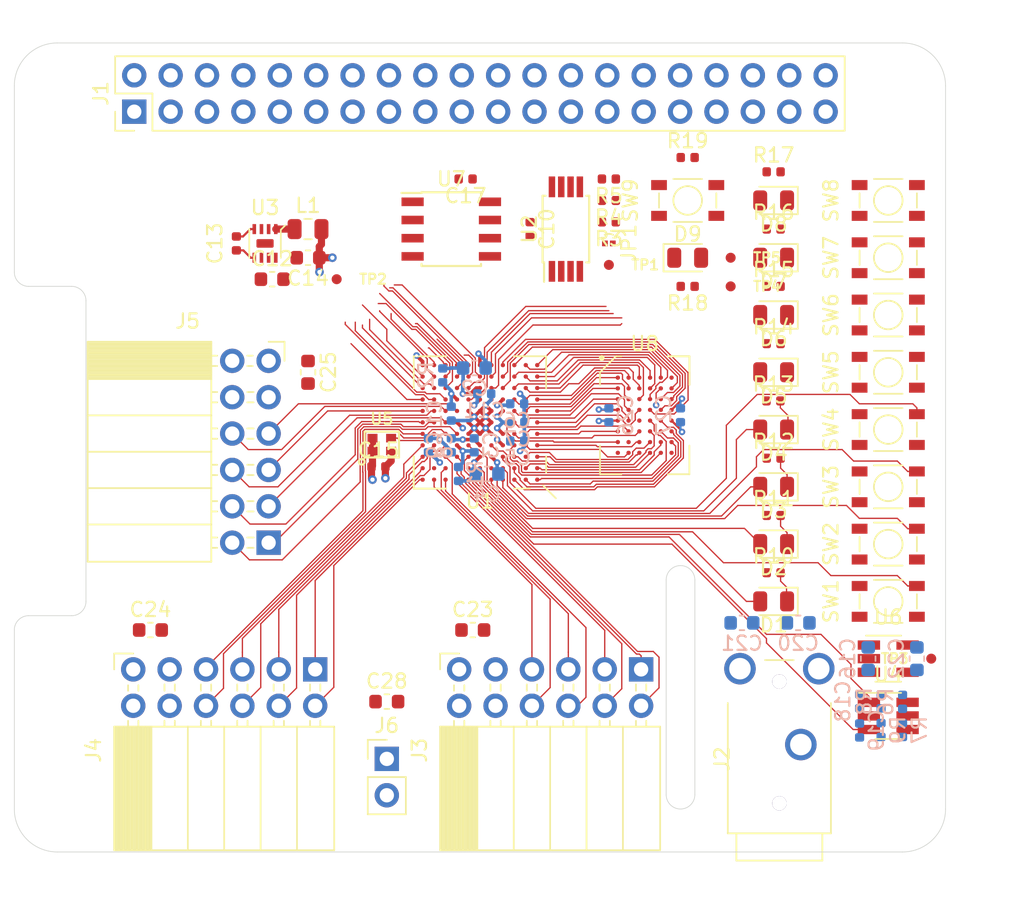
<source format=kicad_pcb>
(kicad_pcb (version 20171130) (host pcbnew 5.1.2+dfsg1-1)
  (layers (0 F.Cu signal) (1 In1.Cu power hide) (2 In2.Cu power) (31 B.Cu signal) (34 B.Paste user) (35 F.Paste user) (36 B.SilkS user hide) (37 F.SilkS user hide) (38 B.Mask user) (39 F.Mask user) (44 Edge.Cuts user))
  (net 0 "")
  (net 1 GND)
  (net 2 +1V2)
  (net 3 "Net-(C2-Pad2)")
  (net 4 "Net-(C2-Pad1)")
  (net 5 "Net-(C4-Pad2)")
  (net 6 "Net-(C4-Pad1)")
  (net 7 +3V3)
  (net 8 +5V)
  (net 9 "Net-(C13-Pad2)")
  (net 10 "Net-(C18-Pad1)")
  (net 11 "Net-(C19-Pad1)")
  (net 12 "Net-(C20-Pad1)")
  (net 13 "Net-(C21-Pad1)")
  (net 14 +3.3VDAC)
  (net 15 "Net-(D1-Pad1)")
  (net 16 /LED0)
  (net 17 /LED1)
  (net 18 "Net-(D2-Pad1)")
  (net 19 "Net-(D3-Pad1)")
  (net 20 /LED2)
  (net 21 /LED3)
  (net 22 "Net-(D4-Pad1)")
  (net 23 /LED4)
  (net 24 "Net-(D5-Pad1)")
  (net 25 "Net-(D6-Pad1)")
  (net 26 /LED5)
  (net 27 /LED6)
  (net 28 "Net-(D7-Pad1)")
  (net 29 "Net-(D8-Pad1)")
  (net 30 /LED7)
  (net 31 /GP13_FPGA_CDONE)
  (net 32 "Net-(J1-Pad3)")
  (net 33 "Net-(J1-Pad5)")
  (net 34 "Net-(J1-Pad7)")
  (net 35 /GP14_UART_TXD)
  (net 36 /GP15_UART_RXD)
  (net 37 "Net-(J1-Pad11)")
  (net 38 "Net-(J1-Pad12)")
  (net 39 /GP27_SDIO_DAT3)
  (net 40 /GP22_SDIO_CLK)
  (net 41 /GP23_SDIO_CMD)
  (net 42 /GP24_SDIO_DAT0)
  (net 43 /GP10_SPI_MOSI)
  (net 44 /GP9_SPI_MISO)
  (net 45 /GP25_SDIO_DAT1)
  (net 46 /GP11_SPI_SCK)
  (net 47 /GP8_SPI_~CS)
  (net 48 "Net-(J1-Pad26)")
  (net 49 /ID_SD)
  (net 50 /ID_SC)
  (net 51 "Net-(J1-Pad29)")
  (net 52 "Net-(J1-Pad31)")
  (net 53 /GP12_FPGA_~RST)
  (net 54 "Net-(J1-Pad35)")
  (net 55 "Net-(J1-Pad36)")
  (net 56 /GP26_SDIO_DAT2)
  (net 57 "Net-(J1-Pad38)")
  (net 58 "Net-(J1-Pad40)")
  (net 59 /IO0_0)
  (net 60 /IO0_1)
  (net 61 /IO0_2)
  (net 62 /IO0_3)
  (net 63 /IO0_4)
  (net 64 /IO0_5)
  (net 65 /IO0_6)
  (net 66 /IO0_7)
  (net 67 /IO1_7)
  (net 68 /IO1_6)
  (net 69 /IO1_5)
  (net 70 /IO1_4)
  (net 71 /IO1_3)
  (net 72 /IO1_2)
  (net 73 /IO1_1)
  (net 74 /IO1_0)
  (net 75 /IO2_0)
  (net 76 /IO2_1)
  (net 77 /IO2_2)
  (net 78 /IO2_3)
  (net 79 /IO2_4)
  (net 80 /IO2_5)
  (net 81 /IO2_6)
  (net 82 /IO2_7)
  (net 83 "Net-(JP1-Pad1)")
  (net 84 "Net-(L1-Pad1)")
  (net 85 "Net-(R6-Pad2)")
  (net 86 "Net-(R7-Pad2)")
  (net 87 /SW0)
  (net 88 /SW1)
  (net 89 /SW2)
  (net 90 /SW3)
  (net 91 /SW4)
  (net 92 /SW5)
  (net 93 /SW6)
  (net 94 /SW7)
  (net 95 /SRAM_DQ0)
  (net 96 /SRAM_DQ5)
  (net 97 /SRAM_DQ7)
  (net 98 /SRAM_DQ6)
  (net 99 /SRAM_DQ12)
  (net 100 /SRAM_A9)
  (net 101 /SRAM_A2)
  (net 102 /SRAM_A4)
  (net 103 /SRAM_A5)
  (net 104 /SRAM_A10)
  (net 105 /SRAM_DQ1)
  (net 106 /SRAM_DQ4)
  (net 107 /SRAM_DQ8)
  (net 108 /SRAM_DQ10)
  (net 109 /SRAM_DQ13)
  (net 110 /SRAM_DQ15)
  (net 111 /SRAM_A3)
  (net 112 /SRAM_A7)
  (net 113 /SRAM_A6)
  (net 114 /SRAM_A12)
  (net 115 /SRAM_DQ3)
  (net 116 /SRAM_DQ9)
  (net 117 /SRAM_DQ11)
  (net 118 /SRAM_A8)
  (net 119 /SRAM_A0)
  (net 120 /SRAM_A1)
  (net 121 /SRAM_A11)
  (net 122 /SRAM_A13)
  (net 123 /SRAM_A15)
  (net 124 /SRAM_DQ2)
  (net 125 /SRAM_DQ14)
  (net 126 /SRAM_A14)
  (net 127 /SRAM_A17)
  (net 128 /SRAM_A16)
  (net 129 /SRAM_~WE)
  (net 130 /SRAM_~OE)
  (net 131 /SRAM_~LB)
  (net 132 /SRAM_~UB)
  (net 133 /AUDIO_R_PWM)
  (net 134 "Net-(U1-PadB10)")
  (net 135 /CLK_OSC)
  (net 136 /AUDIO_L_PWM)
  (module fpga_hat:BGA-121_11x11_9.0x9.0mm (layer F.Cu) (at 132.5 106.5 180)
    (fp_text reference U1 (at 0 -5.5) (layer F.SilkS))
    (fp_text value iCE40-HX8k-BG121)
    (pad A1 smd circle (at -4 -4 180) (size 0.3 0.3) (layers F.Cu F.Paste F.Mask) (net 97 /SRAM_DQ7))
    (pad B1 smd circle (at -4 -3.2 180) (size 0.3 0.3) (layers F.Cu F.Paste F.Mask) (net 129 /SRAM_~WE))
    (pad C1 smd circle (at -4 -2.4 180) (size 0.3 0.3) (layers F.Cu F.Paste F.Mask) (net 100 /SRAM_A9))
    (pad D1 smd circle (at -4 -1.6 180) (size 0.3 0.3) (layers F.Cu F.Paste F.Mask) (net 114 /SRAM_A12))
    (pad E1 smd circle (at -4 -0.8 180) (size 0.3 0.3) (layers F.Cu F.Paste F.Mask) (net 125 /SRAM_DQ14))
    (pad F1 smd circle (at -4 0 180) (size 0.3 0.3) (layers F.Cu F.Paste F.Mask) (net 99 /SRAM_DQ12))
    (pad G1 smd circle (at -4 0.8 180) (size 0.3 0.3) (layers F.Cu F.Paste F.Mask) (net 107 /SRAM_DQ8))
    (pad H1 smd circle (at -4 1.6 180) (size 0.3 0.3) (layers F.Cu F.Paste F.Mask) (net 132 /SRAM_~UB))
    (pad J1 smd circle (at -4 2.4 180) (size 0.3 0.3) (layers F.Cu F.Paste F.Mask) (net 119 /SRAM_A0))
    (pad K1 smd circle (at -4 3.2 180) (size 0.3 0.3) (layers F.Cu F.Paste F.Mask) (net 102 /SRAM_A4))
    (pad L1 smd circle (at -4 4 180) (size 0.3 0.3) (layers F.Cu F.Paste F.Mask) (net 95 /SRAM_DQ0))
    (pad A2 smd circle (at -3.2 -4 180) (size 0.3 0.3) (layers F.Cu F.Paste F.Mask) (net 96 /SRAM_DQ5))
    (pad B2 smd circle (at -3.2 -3.2 180) (size 0.3 0.3) (layers F.Cu F.Paste F.Mask) (net 104 /SRAM_A10))
    (pad C2 smd circle (at -3.2 -2.4 180) (size 0.3 0.3) (layers F.Cu F.Paste F.Mask) (net 122 /SRAM_A13))
    (pad D2 smd circle (at -3.2 -1.6 180) (size 0.3 0.3) (layers F.Cu F.Paste F.Mask) (net 118 /SRAM_A8))
    (pad E2 smd circle (at -3.2 -0.8 180) (size 0.3 0.3) (layers F.Cu F.Paste F.Mask) (net 109 /SRAM_DQ13))
    (pad F2 smd circle (at -3.2 0 180) (size 0.3 0.3) (layers F.Cu F.Paste F.Mask) (net 116 /SRAM_DQ9))
    (pad G2 smd circle (at -3.2 0.8 180) (size 0.3 0.3) (layers F.Cu F.Paste F.Mask) (net 108 /SRAM_DQ10))
    (pad H2 smd circle (at -3.2 1.6 180) (size 0.3 0.3) (layers F.Cu F.Paste F.Mask) (net 130 /SRAM_~OE))
    (pad J2 smd circle (at -3.2 2.4 180) (size 0.3 0.3) (layers F.Cu F.Paste F.Mask) (net 111 /SRAM_A3))
    (pad K2 smd circle (at -3.2 3.2 180) (size 0.3 0.3) (layers F.Cu F.Paste F.Mask) (net 120 /SRAM_A1))
    (pad L2 smd circle (at -3.2 4 180) (size 0.3 0.3) (layers F.Cu F.Paste F.Mask) (net 113 /SRAM_A6))
    (pad A3 smd circle (at -2.4 -4 180) (size 0.3 0.3) (layers F.Cu F.Paste F.Mask) (net 106 /SRAM_DQ4))
    (pad B3 smd circle (at -2.4 -3.2 180) (size 0.3 0.3) (layers F.Cu F.Paste F.Mask) (net 98 /SRAM_DQ6))
    (pad C3 smd circle (at -2.4 -2.4 180) (size 0.3 0.3) (layers F.Cu F.Paste F.Mask) (net 123 /SRAM_A15))
    (pad D3 smd circle (at -2.4 -1.6 180) (size 0.3 0.3) (layers F.Cu F.Paste F.Mask) (net 121 /SRAM_A11))
    (pad E3 smd circle (at -2.4 -0.8 180) (size 0.3 0.3) (layers F.Cu F.Paste F.Mask) (net 126 /SRAM_A14))
    (pad F3 smd circle (at -2.4 0 180) (size 0.3 0.3) (layers F.Cu F.Paste F.Mask) (net 127 /SRAM_A17))
    (pad G3 smd circle (at -2.4 0.8 180) (size 0.3 0.3) (layers F.Cu F.Paste F.Mask) (net 117 /SRAM_DQ11))
    (pad H3 smd circle (at -2.4 1.6 180) (size 0.3 0.3) (layers F.Cu F.Paste F.Mask) (net 131 /SRAM_~LB))
    (pad J3 smd circle (at -2.4 2.4 180) (size 0.3 0.3) (layers F.Cu F.Paste F.Mask) (net 103 /SRAM_A5))
    (pad K3 smd circle (at -2.4 3.2 180) (size 0.3 0.3) (layers F.Cu F.Paste F.Mask) (net 101 /SRAM_A2))
    (pad L3 smd circle (at -2.4 4 180) (size 0.3 0.3) (layers F.Cu F.Paste F.Mask) (net 105 /SRAM_DQ1))
    (pad A4 smd circle (at -1.6 -4 180) (size 0.3 0.3) (layers F.Cu F.Paste F.Mask) (net 89 /SW2))
    (pad B4 smd circle (at -1.6 -3.2 180) (size 0.3 0.3) (layers F.Cu F.Paste F.Mask) (net 21 /LED3))
    (pad C4 smd circle (at -1.6 -2.4 180) (size 0.3 0.3) (layers F.Cu F.Paste F.Mask) (net 90 /SW3))
    (pad D4 smd circle (at -1.6 -1.6 180) (size 0.3 0.3) (layers F.Cu F.Paste F.Mask) (net 2 +1V2))
    (pad E4 smd circle (at -1.6 -0.8 180) (size 0.3 0.3) (layers F.Cu F.Paste F.Mask) (net 7 +3V3))
    (pad F4 smd circle (at -1.6 0 180) (size 0.3 0.3) (layers F.Cu F.Paste F.Mask) (net 110 /SRAM_DQ15))
    (pad G4 smd circle (at -1.6 0.8 180) (size 0.3 0.3) (layers F.Cu F.Paste F.Mask) (net 7 +3V3))
    (pad H4 smd circle (at -1.6 1.6 180) (size 0.3 0.3) (layers F.Cu F.Paste F.Mask) (net 2 +1V2))
    (pad J4 smd circle (at -1.6 2.4 180) (size 0.3 0.3) (layers F.Cu F.Paste F.Mask) (net 124 /SRAM_DQ2))
    (pad K4 smd circle (at -1.6 3.2 180) (size 0.3 0.3) (layers F.Cu F.Paste F.Mask) (net 115 /SRAM_DQ3))
    (pad L4 smd circle (at -1.6 4 180) (size 0.3 0.3) (layers F.Cu F.Paste F.Mask) (net 112 /SRAM_A7))
    (pad A5 smd circle (at -0.8 -4 180) (size 0.3 0.3) (layers F.Cu F.Paste F.Mask) (net 88 /SW1))
    (pad B5 smd circle (at -0.8 -3.2 180) (size 0.3 0.3) (layers F.Cu F.Paste F.Mask) (net 20 /LED2))
    (pad C5 smd circle (at -0.8 -2.4 180) (size 0.3 0.3) (layers F.Cu F.Paste F.Mask) (net 5 "Net-(C4-Pad2)"))
    (pad D5 smd circle (at -0.8 -1.6 180) (size 0.3 0.3) (layers F.Cu F.Paste F.Mask) (net 128 /SRAM_A16))
    (pad E5 smd circle (at -0.8 -0.8 180) (size 0.3 0.3) (layers F.Cu F.Paste F.Mask) (net 1 GND))
    (pad F5 smd circle (at -0.8 0 180) (size 0.3 0.3) (layers F.Cu F.Paste F.Mask) (net 1 GND))
    (pad G5 smd circle (at -0.8 0.8 180) (size 0.3 0.3) (layers F.Cu F.Paste F.Mask) (net 1 GND))
    (pad H5 smd circle (at -0.8 1.6 180) (size 0.3 0.3) (layers F.Cu F.Paste F.Mask) (net 1 GND))
    (pad J5 smd circle (at -0.8 2.4 180) (size 0.3 0.3) (layers F.Cu F.Paste F.Mask) (net 30 /LED7))
    (pad K5 smd circle (at -0.8 3.2 180) (size 0.3 0.3) (layers F.Cu F.Paste F.Mask) (net 35 /GP14_UART_TXD))
    (pad L5 smd circle (at -0.8 4 180) (size 0.3 0.3) (layers F.Cu F.Paste F.Mask) (net 56 /GP26_SDIO_DAT2))
    (pad A6 smd circle (at 0 -4 180) (size 0.3 0.3) (layers F.Cu F.Paste F.Mask) (net 16 /LED0))
    (pad B6 smd circle (at 0 -3.2 180) (size 0.3 0.3) (layers F.Cu F.Paste F.Mask) (net 87 /SW0))
    (pad C6 smd circle (at 0 -2.4 180) (size 0.3 0.3) (layers F.Cu F.Paste F.Mask) (net 6 "Net-(C4-Pad1)"))
    (pad D6 smd circle (at 0 -1.6 180) (size 0.3 0.3) (layers F.Cu F.Paste F.Mask) (net 7 +3V3))
    (pad E6 smd circle (at 0 -0.8 180) (size 0.3 0.3) (layers F.Cu F.Paste F.Mask) (net 1 GND))
    (pad F6 smd circle (at 0 0 180) (size 0.3 0.3) (layers F.Cu F.Paste F.Mask) (net 1 GND))
    (pad G6 smd circle (at 0 0.8 180) (size 0.3 0.3) (layers F.Cu F.Paste F.Mask) (net 1 GND))
    (pad H6 smd circle (at 0 1.6 180) (size 0.3 0.3) (layers F.Cu F.Paste F.Mask) (net 7 +3V3))
    (pad J6 smd circle (at 0 2.4 180) (size 0.3 0.3) (layers F.Cu F.Paste F.Mask) (net 4 "Net-(C2-Pad1)"))
    (pad K6 smd circle (at 0 3.2 180) (size 0.3 0.3) (layers F.Cu F.Paste F.Mask) (net 40 /GP22_SDIO_CLK))
    (pad L6 smd circle (at 0 4 180) (size 0.3 0.3) (layers F.Cu F.Paste F.Mask) (net 3 "Net-(C2-Pad2)"))
    (pad A7 smd circle (at 0.8 -4 180) (size 0.3 0.3) (layers F.Cu F.Paste F.Mask) (net 63 /IO0_4))
    (pad B7 smd circle (at 0.8 -3.2 180) (size 0.3 0.3) (layers F.Cu F.Paste F.Mask) (net 136 /AUDIO_L_PWM))
    (pad C7 smd circle (at 0.8 -2.4 180) (size 0.3 0.3) (layers F.Cu F.Paste F.Mask) (net 133 /AUDIO_R_PWM))
    (pad D7 smd circle (at 0.8 -1.6 180) (size 0.3 0.3) (layers F.Cu F.Paste F.Mask) (net 17 /LED1))
    (pad E7 smd circle (at 0.8 -0.8 180) (size 0.3 0.3) (layers F.Cu F.Paste F.Mask) (net 1 GND))
    (pad F7 smd circle (at 0.8 0 180) (size 0.3 0.3) (layers F.Cu F.Paste F.Mask) (net 1 GND))
    (pad G7 smd circle (at 0.8 0.8 180) (size 0.3 0.3) (layers F.Cu F.Paste F.Mask) (net 1 GND))
    (pad H7 smd circle (at 0.8 1.6 180) (size 0.3 0.3) (layers F.Cu F.Paste F.Mask) (net 93 /SW6))
    (pad J7 smd circle (at 0.8 2.4 180) (size 0.3 0.3) (layers F.Cu F.Paste F.Mask) (net 26 /LED5))
    (pad K7 smd circle (at 0.8 3.2 180) (size 0.3 0.3) (layers F.Cu F.Paste F.Mask) (net 94 /SW7))
    (pad L7 smd circle (at 0.8 4 180) (size 0.3 0.3) (layers F.Cu F.Paste F.Mask) (net 41 /GP23_SDIO_CMD))
    (pad A8 smd circle (at 1.6 -4 180) (size 0.3 0.3) (layers F.Cu F.Paste F.Mask) (net 60 /IO0_1))
    (pad B8 smd circle (at 1.6 -3.2 180) (size 0.3 0.3) (layers F.Cu F.Paste F.Mask) (net 64 /IO0_5))
    (pad C8 smd circle (at 1.6 -2.4 180) (size 0.3 0.3) (layers F.Cu F.Paste F.Mask) (net 59 /IO0_0))
    (pad D8 smd circle (at 1.6 -1.6 180) (size 0.3 0.3) (layers F.Cu F.Paste F.Mask) (net 2 +1V2))
    (pad E8 smd circle (at 1.6 -0.8 180) (size 0.3 0.3) (layers F.Cu F.Paste F.Mask) (net 79 /IO2_4))
    (pad F8 smd circle (at 1.6 0 180) (size 0.3 0.3) (layers F.Cu F.Paste F.Mask) (net 7 +3V3))
    (pad G8 smd circle (at 1.6 0.8 180) (size 0.3 0.3) (layers F.Cu F.Paste F.Mask) (net 78 /IO2_3))
    (pad H8 smd circle (at 1.6 1.6 180) (size 0.3 0.3) (layers F.Cu F.Paste F.Mask) (net 2 +1V2))
    (pad J8 smd circle (at 1.6 2.4 180) (size 0.3 0.3) (layers F.Cu F.Paste F.Mask) (net 39 /GP27_SDIO_DAT3))
    (pad K8 smd circle (at 1.6 3.2 180) (size 0.3 0.3) (layers F.Cu F.Paste F.Mask) (net 31 /GP13_FPGA_CDONE))
    (pad L8 smd circle (at 1.6 4 180) (size 0.3 0.3) (layers F.Cu F.Paste F.Mask) (net 42 /GP24_SDIO_DAT0))
    (pad A9 smd circle (at 2.4 -4 180) (size 0.3 0.3) (layers F.Cu F.Paste F.Mask) (net 61 /IO0_2))
    (pad B9 smd circle (at 2.4 -3.2 180) (size 0.3 0.3) (layers F.Cu F.Paste F.Mask) (net 66 /IO0_7))
    (pad C9 smd circle (at 2.4 -2.4 180) (size 0.3 0.3) (layers F.Cu F.Paste F.Mask) (net 65 /IO0_6))
    (pad D9 smd circle (at 2.4 -1.6 180) (size 0.3 0.3) (layers F.Cu F.Paste F.Mask) (net 74 /IO1_0))
    (pad E9 smd circle (at 2.4 -0.8 180) (size 0.3 0.3) (layers F.Cu F.Paste F.Mask) (net 67 /IO1_7))
    (pad F9 smd circle (at 2.4 0 180) (size 0.3 0.3) (layers F.Cu F.Paste F.Mask) (net 76 /IO2_1))
    (pad G9 smd circle (at 2.4 0.8 180) (size 0.3 0.3) (layers F.Cu F.Paste F.Mask) (net 82 /IO2_7))
    (pad H9 smd circle (at 2.4 1.6 180) (size 0.3 0.3) (layers F.Cu F.Paste F.Mask) (net 45 /GP25_SDIO_DAT1))
    (pad J9 smd circle (at 2.4 2.4 180) (size 0.3 0.3) (layers F.Cu F.Paste F.Mask) (net 44 /GP9_SPI_MISO))
    (pad K9 smd circle (at 2.4 3.2 180) (size 0.3 0.3) (layers F.Cu F.Paste F.Mask) (net 43 /GP10_SPI_MOSI))
    (pad L9 smd circle (at 2.4 4 180) (size 0.3 0.3) (layers F.Cu F.Paste F.Mask) (net 53 /GP12_FPGA_~RST))
    (pad A10 smd circle (at 3.2 -4 180) (size 0.3 0.3) (layers F.Cu F.Paste F.Mask) (net 62 /IO0_3))
    (pad B10 smd circle (at 3.2 -3.2 180) (size 0.3 0.3) (layers F.Cu F.Paste F.Mask) (net 134 "Net-(U1-PadB10)"))
    (pad C10 smd circle (at 3.2 -2.4 180) (size 0.3 0.3) (layers F.Cu F.Paste F.Mask) (net 7 +3V3))
    (pad D10 smd circle (at 3.2 -1.6 180) (size 0.3 0.3) (layers F.Cu F.Paste F.Mask) (net 73 /IO1_1))
    (pad E10 smd circle (at 3.2 -0.8 180) (size 0.3 0.3) (layers F.Cu F.Paste F.Mask) (net 135 /CLK_OSC))
    (pad F10 smd circle (at 3.2 0 180) (size 0.3 0.3) (layers F.Cu F.Paste F.Mask) (net 75 /IO2_0))
    (pad G10 smd circle (at 3.2 0.8 180) (size 0.3 0.3) (layers F.Cu F.Paste F.Mask) (net 81 /IO2_6))
    (pad H10 smd circle (at 3.2 1.6 180) (size 0.3 0.3) (layers F.Cu F.Paste F.Mask) (net 91 /SW4))
    (pad J10 smd circle (at 3.2 2.4 180) (size 0.3 0.3) (layers F.Cu F.Paste F.Mask) (net 36 /GP15_UART_RXD))
    (pad K10 smd circle (at 3.2 3.2 180) (size 0.3 0.3) (layers F.Cu F.Paste F.Mask) (net 47 /GP8_SPI_~CS))
    (pad L10 smd circle (at 3.2 4 180) (size 0.3 0.3) (layers F.Cu F.Paste F.Mask) (net 46 /GP11_SPI_SCK))
    (pad A11 smd circle (at 4 -4 180) (size 0.3 0.3) (layers F.Cu F.Paste F.Mask) (net 70 /IO1_4))
    (pad B11 smd circle (at 4 -3.2 180) (size 0.3 0.3) (layers F.Cu F.Paste F.Mask) (net 69 /IO1_5))
    (pad C11 smd circle (at 4 -2.4 180) (size 0.3 0.3) (layers F.Cu F.Paste F.Mask) (net 68 /IO1_6))
    (pad D11 smd circle (at 4 -1.6 180) (size 0.3 0.3) (layers F.Cu F.Paste F.Mask) (net 72 /IO1_2))
    (pad E11 smd circle (at 4 -0.8 180) (size 0.3 0.3) (layers F.Cu F.Paste F.Mask) (net 71 /IO1_3))
    (pad F11 smd circle (at 4 0 180) (size 0.3 0.3) (layers F.Cu F.Paste F.Mask) (net 80 /IO2_5))
    (pad G11 smd circle (at 4 0.8 180) (size 0.3 0.3) (layers F.Cu F.Paste F.Mask) (net 77 /IO2_2))
    (pad H11 smd circle (at 4 1.6 180) (size 0.3 0.3) (layers F.Cu F.Paste F.Mask) (net 23 /LED4))
    (pad J11 smd circle (at 4 2.4 180) (size 0.3 0.3) (layers F.Cu F.Paste F.Mask) (net 27 /LED6))
    (pad K11 smd circle (at 4 3.2 180) (size 0.3 0.3) (layers F.Cu F.Paste F.Mask) (net 92 /SW5))
    (pad L11 smd circle (at 4 4 180) (size 0.3 0.3) (layers F.Cu F.Paste F.Mask) (net 7 +3V3))
  )
  (module Capacitor_SMD:C_0402_1005Metric (layer B.Cu) (at 128.9 108.1 90)
    (fp_text reference C8 (at 0 1.17 90) (layer B.SilkS) (effects (justify mirror)))
    (fp_text value 100n)
    (pad 2 smd roundrect (at 0.485 0 90) (size 0.59 0.64) (layers B.Cu B.Paste B.Mask) (net 1 GND))
    (pad 1 smd roundrect (at -0.485 0 90) (size 0.59 0.64) (layers B.Cu B.Paste B.Mask) (net 7 +3V3))
  )
  (module fpga_hat:MOUNTHOLE_M2.5 (layer F.Cu) (at 161.5 83.5)
    (fp_text reference REF** hide)
    (fp_text value MOUNTHOLE_M2.5 hide)
    (pad "" np_thru_hole circle (at 0 0) (size 2.75 2.75) (drill 2.75) (layers *.Cu *.Mask) (thermal_gap 1.9))
  )
  (module fpga_hat:MOUNTHOLE_M2.5 (layer F.Cu) (at 161.5 133)
    (fp_text reference REF** hide)
    (fp_text value MOUNTHOLE_M2.5 hide)
    (pad "" np_thru_hole circle (at 0 0) (size 2.75 2.75) (drill 2.75) (layers *.Cu *.Mask) (thermal_gap 1.9))
  )
  (module fpga_hat:MOUNTHOLE_M2.5 (layer F.Cu) (at 103.5 133)
    (fp_text reference REF** hide)
    (fp_text value MOUNTHOLE_M2.5 hide)
    (pad "" np_thru_hole circle (at 0 0) (size 2.75 2.75) (drill 2.75) (layers *.Cu *.Mask) (thermal_gap 1.9))
  )
  (module fpga_hat:MOUNTHOLE_M2.5 (layer F.Cu) (at 103.5 83.5)
    (fp_text reference REF** hide)
    (fp_text value MOUNTHOLE_M2.5 hide)
    (pad "" np_thru_hole circle (at 0 0) (size 2.75 2.75) (drill 2.75) (layers *.Cu *.Mask) (thermal_gap 1.9))
  )
  (module Capacitor_SMD:C_0402_1005Metric (layer B.Cu) (at 130.5 105.885 270)
    (fp_text reference C1 (at 0 1.17 90) (layer B.SilkS) (effects (justify mirror)))
    (fp_text value 100n)
    (pad 2 smd roundrect (at 0.485 0 270) (size 0.59 0.64) (layers B.Cu B.Paste B.Mask) (net 1 GND))
    (pad 1 smd roundrect (at -0.485 0 270) (size 0.59 0.64) (layers B.Cu B.Paste B.Mask) (net 2 +1V2))
  )
  (module Capacitor_SMD:C_0603_1608Metric (layer B.Cu) (at 132.1125 102.7)
    (fp_text reference C2 (at 0 1.43) (layer B.SilkS) (effects (justify mirror)))
    (fp_text value 4u7)
    (pad 2 smd roundrect (at 0.7875 0) (size 0.875 0.95) (layers B.Cu B.Paste B.Mask) (net 3 "Net-(C2-Pad2)"))
    (pad 1 smd roundrect (at -0.7875 0) (size 0.875 0.95) (layers B.Cu B.Paste B.Mask) (net 4 "Net-(C2-Pad1)"))
  )
  (module Capacitor_SMD:C_0402_1005Metric (layer B.Cu) (at 132.1 108.1 90)
    (fp_text reference C3 (at 0 1.17 90) (layer B.SilkS) (effects (justify mirror)))
    (fp_text value 100n)
    (pad 1 smd roundrect (at -0.485 0 90) (size 0.59 0.64) (layers B.Cu B.Paste B.Mask) (net 2 +1V2))
    (pad 2 smd roundrect (at 0.485 0 90) (size 0.59 0.64) (layers B.Cu B.Paste B.Mask) (net 1 GND))
  )
  (module Capacitor_SMD:C_0603_1608Metric (layer B.Cu) (at 133 110.1)
    (fp_text reference C4 (at 0 1.43) (layer B.SilkS) (effects (justify mirror)))
    (fp_text value 4u7)
    (pad 1 smd roundrect (at -0.7875 0) (size 0.875 0.95) (layers B.Cu B.Paste B.Mask) (net 6 "Net-(C4-Pad1)"))
    (pad 2 smd roundrect (at 0.7875 0) (size 0.875 0.95) (layers B.Cu B.Paste B.Mask) (net 5 "Net-(C4-Pad2)"))
  )
  (module Capacitor_SMD:C_0402_1005Metric (layer B.Cu) (at 135.1 107.8)
    (fp_text reference C5 (at 0 1.17 180) (layer B.SilkS) (effects (justify mirror)))
    (fp_text value 100n)
    (pad 1 smd roundrect (at -0.485 0) (size 0.59 0.64) (layers B.Cu B.Paste B.Mask) (net 2 +1V2))
    (pad 2 smd roundrect (at 0.485 0) (size 0.59 0.64) (layers B.Cu B.Paste B.Mask) (net 1 GND))
  )
  (module Capacitor_SMD:C_0402_1005Metric (layer B.Cu) (at 135.1 105.2)
    (fp_text reference C6 (at 0 1.17) (layer B.SilkS) (effects (justify mirror)))
    (fp_text value 100n)
    (pad 2 smd roundrect (at 0.485 0) (size 0.59 0.64) (layers B.Cu B.Paste B.Mask) (net 1 GND))
    (pad 1 smd roundrect (at -0.485 0) (size 0.59 0.64) (layers B.Cu B.Paste B.Mask) (net 2 +1V2))
  )
  (module Capacitor_SMD:C_0402_1005Metric (layer B.Cu) (at 135.115 106.5)
    (fp_text reference C7 (at 0 1.17 180) (layer B.SilkS) (effects (justify mirror)))
    (fp_text value 100n)
    (pad 2 smd roundrect (at 0.485 0) (size 0.59 0.64) (layers B.Cu B.Paste B.Mask) (net 1 GND))
    (pad 1 smd roundrect (at -0.485 0) (size 0.59 0.64) (layers B.Cu B.Paste B.Mask) (net 7 +3V3))
  )
  (module Capacitor_SMD:C_0402_1005Metric (layer B.Cu) (at 130.5 108.1 270)
    (fp_text reference C9 (at 0 1.17 90) (layer B.SilkS) (effects (justify mirror)))
    (fp_text value 100n)
    (pad 2 smd roundrect (at 0.485 0 270) (size 0.59 0.64) (layers B.Cu B.Paste B.Mask) (net 1 GND))
    (pad 1 smd roundrect (at -0.485 0 270) (size 0.59 0.64) (layers B.Cu B.Paste B.Mask) (net 7 +3V3))
  )
  (module Capacitor_SMD:C_0402_1005Metric (layer F.Cu) (at 136 93 270)
    (fp_text reference C10 (at 0 -1.17 90) (layer F.SilkS))
    (fp_text value 100n)
    (pad 2 smd roundrect (at 0.485 0 270) (size 0.59 0.64) (layers F.Cu F.Paste F.Mask) (net 1 GND))
    (pad 1 smd roundrect (at -0.485 0 270) (size 0.59 0.64) (layers F.Cu F.Paste F.Mask) (net 7 +3V3))
  )
  (module Capacitor_SMD:C_0402_1005Metric (layer B.Cu) (at 132.8 104.5)
    (fp_text reference C11 (at 0 1.17) (layer B.SilkS) (effects (justify mirror)))
    (fp_text value 100n)
    (pad 1 smd roundrect (at -0.485 0) (size 0.59 0.64) (layers B.Cu B.Paste B.Mask) (net 7 +3V3))
    (pad 2 smd roundrect (at 0.485 0) (size 0.59 0.64) (layers B.Cu B.Paste B.Mask) (net 1 GND))
  )
  (module Capacitor_SMD:C_0603_1608Metric (layer F.Cu) (at 118 96.5)
    (fp_text reference C12 (at 0 -1.43) (layer F.SilkS))
    (fp_text value 4u7)
    (pad 2 smd roundrect (at 0.7875 0) (size 0.875 0.95) (layers F.Cu F.Paste F.Mask) (net 1 GND))
    (pad 1 smd roundrect (at -0.7875 0) (size 0.875 0.95) (layers F.Cu F.Paste F.Mask) (net 8 +5V))
  )
  (module Capacitor_SMD:C_0402_1005Metric (layer F.Cu) (at 115.5 94 270)
    (fp_text reference C13 (at 0 1.5 90) (layer F.SilkS))
    (fp_text value 560p)
    (pad 1 smd roundrect (at -0.485 0 270) (size 0.59 0.64) (layers F.Cu F.Paste F.Mask) (net 2 +1V2))
    (pad 2 smd roundrect (at 0.485 0 270) (size 0.59 0.64) (layers F.Cu F.Paste F.Mask) (net 9 "Net-(C13-Pad2)"))
  )
  (module Capacitor_SMD:C_0603_1608Metric (layer F.Cu) (at 120.5 95 180)
    (fp_text reference C14 (at 0 -1.43) (layer F.SilkS))
    (fp_text value 4u7)
    (pad 2 smd roundrect (at 0.7875 0 180) (size 0.875 0.95) (layers F.Cu F.Paste F.Mask) (net 1 GND))
    (pad 1 smd roundrect (at -0.7875 0 180) (size 0.875 0.95) (layers F.Cu F.Paste F.Mask) (net 2 +1V2))
  )
  (module Capacitor_SMD:C_0402_1005Metric (layer F.Cu) (at 125.415 109.6)
    (fp_text reference C15 (at 0 -1.17) (layer F.SilkS))
    (fp_text value 100n)
    (pad 2 smd roundrect (at 0.485 0) (size 0.59 0.64) (layers F.Cu F.Paste F.Mask) (net 1 GND))
    (pad 1 smd roundrect (at -0.485 0) (size 0.59 0.64) (layers F.Cu F.Paste F.Mask) (net 7 +3V3))
  )
  (module Capacitor_SMD:C_0603_1608Metric (layer B.Cu) (at 159.6 123 270)
    (fp_text reference C16 (at 0 1.43 90) (layer B.SilkS) (effects (justify mirror)))
    (fp_text value 1u)
    (pad 1 smd roundrect (at -0.7875 0 270) (size 0.875 0.95) (layers B.Cu B.Paste B.Mask) (net 8 +5V))
    (pad 2 smd roundrect (at 0.7875 0 270) (size 0.875 0.95) (layers B.Cu B.Paste B.Mask) (net 1 GND))
  )
  (module Capacitor_SMD:C_0402_1005Metric (layer F.Cu) (at 131.5 89.5 180)
    (fp_text reference C17 (at 0 -1.17) (layer F.SilkS))
    (fp_text value 100n)
    (pad 1 smd roundrect (at -0.485 0 180) (size 0.59 0.64) (layers F.Cu F.Paste F.Mask) (net 7 +3V3))
    (pad 2 smd roundrect (at 0.485 0 180) (size 0.59 0.64) (layers F.Cu F.Paste F.Mask) (net 1 GND))
  )
  (module Capacitor_SMD:C_0402_1005Metric (layer B.Cu) (at 159 125.985 270)
    (fp_text reference C18 (at 0 1.17 90) (layer B.SilkS) (effects (justify mirror)))
    (fp_text value 100n)
    (pad 1 smd roundrect (at -0.485 0 270) (size 0.59 0.64) (layers B.Cu B.Paste B.Mask) (net 10 "Net-(C18-Pad1)"))
    (pad 2 smd roundrect (at 0.485 0 270) (size 0.59 0.64) (layers B.Cu B.Paste B.Mask) (net 1 GND))
  )
  (module Capacitor_SMD:C_0402_1005Metric (layer B.Cu) (at 159 128.015 90)
    (fp_text reference C19 (at 0 1.17 90) (layer B.SilkS) (effects (justify mirror)))
    (fp_text value 100n)
    (pad 1 smd roundrect (at -0.485 0 90) (size 0.59 0.64) (layers B.Cu B.Paste B.Mask) (net 11 "Net-(C19-Pad1)"))
    (pad 2 smd roundrect (at 0.485 0 90) (size 0.59 0.64) (layers B.Cu B.Paste B.Mask) (net 1 GND))
  )
  (module Capacitor_SMD:C_0603_1608Metric (layer B.Cu) (at 154.7125 120.5)
    (fp_text reference C20 (at 0 1.43) (layer B.SilkS) (effects (justify mirror)))
    (fp_text value 4u7)
    (pad 1 smd roundrect (at -0.7875 0) (size 0.875 0.95) (layers B.Cu B.Paste B.Mask) (net 12 "Net-(C20-Pad1)"))
    (pad 2 smd roundrect (at 0.7875 0) (size 0.875 0.95) (layers B.Cu B.Paste B.Mask) (net 10 "Net-(C18-Pad1)"))
  )
  (module Capacitor_SMD:C_0603_1608Metric (layer B.Cu) (at 150.7875 120.5)
    (fp_text reference C21 (at 0 1.43) (layer B.SilkS) (effects (justify mirror)))
    (fp_text value 4u7)
    (pad 1 smd roundrect (at -0.7875 0) (size 0.875 0.95) (layers B.Cu B.Paste B.Mask) (net 13 "Net-(C21-Pad1)"))
    (pad 2 smd roundrect (at 0.7875 0) (size 0.875 0.95) (layers B.Cu B.Paste B.Mask) (net 11 "Net-(C19-Pad1)"))
  )
  (module Capacitor_SMD:C_0603_1608Metric (layer B.Cu) (at 163 123 270)
    (fp_text reference C22 (at 0 1.43 90) (layer B.SilkS) (effects (justify mirror)))
    (fp_text value 1u)
    (pad 2 smd roundrect (at 0.7875 0 270) (size 0.875 0.95) (layers B.Cu B.Paste B.Mask) (net 1 GND))
    (pad 1 smd roundrect (at -0.7875 0 270) (size 0.875 0.95) (layers B.Cu B.Paste B.Mask) (net 14 +3.3VDAC))
  )
  (module Capacitor_SMD:C_0603_1608Metric (layer F.Cu) (at 132 121)
    (fp_text reference C23 (at 0 -1.43) (layer F.SilkS))
    (fp_text value 1u)
    (pad 2 smd roundrect (at 0.7875 0) (size 0.875 0.95) (layers F.Cu F.Paste F.Mask) (net 1 GND))
    (pad 1 smd roundrect (at -0.7875 0) (size 0.875 0.95) (layers F.Cu F.Paste F.Mask) (net 7 +3V3))
  )
  (module Capacitor_SMD:C_0603_1608Metric (layer F.Cu) (at 109.5 121)
    (fp_text reference C24 (at 0 -1.43) (layer F.SilkS))
    (fp_text value 1u)
    (pad 1 smd roundrect (at -0.7875 0) (size 0.875 0.95) (layers F.Cu F.Paste F.Mask) (net 7 +3V3))
    (pad 2 smd roundrect (at 0.7875 0) (size 0.875 0.95) (layers F.Cu F.Paste F.Mask) (net 1 GND))
  )
  (module Capacitor_SMD:C_0603_1608Metric (layer F.Cu) (at 120.5 103 270)
    (fp_text reference C25 (at 0 -1.43 90) (layer F.SilkS))
    (fp_text value 1u)
    (pad 2 smd roundrect (at 0.7875 0 270) (size 0.875 0.95) (layers F.Cu F.Paste F.Mask) (net 1 GND))
    (pad 1 smd roundrect (at -0.7875 0 270) (size 0.875 0.95) (layers F.Cu F.Paste F.Mask) (net 7 +3V3))
  )
  (module Capacitor_SMD:C_0402_1005Metric (layer B.Cu) (at 141.5 106 90)
    (fp_text reference C26 (at 0 1.17 270) (layer B.SilkS) (effects (justify mirror)))
    (fp_text value 100n)
    (pad 1 smd roundrect (at -0.485 0 90) (size 0.59 0.64) (layers B.Cu B.Paste B.Mask) (net 7 +3V3))
    (pad 2 smd roundrect (at 0.485 0 90) (size 0.59 0.64) (layers B.Cu B.Paste B.Mask) (net 1 GND))
  )
  (module Capacitor_SMD:C_0402_1005Metric (layer B.Cu) (at 146.5 106 270)
    (fp_text reference C27 (at 0 1.17 270) (layer B.SilkS) (effects (justify mirror)))
    (fp_text value 100n)
    (pad 2 smd roundrect (at 0.485 0 270) (size 0.59 0.64) (layers B.Cu B.Paste B.Mask) (net 1 GND))
    (pad 1 smd roundrect (at -0.485 0 270) (size 0.59 0.64) (layers B.Cu B.Paste B.Mask) (net 7 +3V3))
  )
  (module Capacitor_SMD:C_0603_1608Metric (layer F.Cu) (at 126 126)
    (fp_text reference C28 (at 0 -1.43) (layer F.SilkS))
    (fp_text value 1u)
    (pad 1 smd roundrect (at -0.7875 0) (size 0.875 0.95) (layers F.Cu F.Paste F.Mask) (net 8 +5V))
    (pad 2 smd roundrect (at 0.7875 0) (size 0.875 0.95) (layers F.Cu F.Paste F.Mask) (net 1 GND))
  )
  (module LED_SMD:LED_0805_2012Metric (layer F.Cu) (at 153 119 180)
    (fp_text reference D1 (at 0 -1.65) (layer F.SilkS))
    (fp_text value LED)
    (pad 1 smd roundrect (at -0.9375 0 180) (size 0.975 1.4) (layers F.Cu F.Paste F.Mask) (net 15 "Net-(D1-Pad1)"))
    (pad 2 smd roundrect (at 0.9375 0 180) (size 0.975 1.4) (layers F.Cu F.Paste F.Mask) (net 16 /LED0))
  )
  (module LED_SMD:LED_0805_2012Metric (layer F.Cu) (at 153 115 180)
    (fp_text reference D2 (at 0 -1.65) (layer F.SilkS))
    (fp_text value LED)
    (pad 1 smd roundrect (at -0.9375 0 180) (size 0.975 1.4) (layers F.Cu F.Paste F.Mask) (net 18 "Net-(D2-Pad1)"))
    (pad 2 smd roundrect (at 0.9375 0 180) (size 0.975 1.4) (layers F.Cu F.Paste F.Mask) (net 17 /LED1))
  )
  (module LED_SMD:LED_0805_2012Metric (layer F.Cu) (at 153 111 180)
    (fp_text reference D3 (at 0 -1.65) (layer F.SilkS))
    (fp_text value LED)
    (pad 2 smd roundrect (at 0.9375 0 180) (size 0.975 1.4) (layers F.Cu F.Paste F.Mask) (net 20 /LED2))
    (pad 1 smd roundrect (at -0.9375 0 180) (size 0.975 1.4) (layers F.Cu F.Paste F.Mask) (net 19 "Net-(D3-Pad1)"))
  )
  (module LED_SMD:LED_0805_2012Metric (layer F.Cu) (at 153 107 180)
    (fp_text reference D4 (at 0 -1.65) (layer F.SilkS))
    (fp_text value LED)
    (pad 1 smd roundrect (at -0.9375 0 180) (size 0.975 1.4) (layers F.Cu F.Paste F.Mask) (net 22 "Net-(D4-Pad1)"))
    (pad 2 smd roundrect (at 0.9375 0 180) (size 0.975 1.4) (layers F.Cu F.Paste F.Mask) (net 21 /LED3))
  )
  (module LED_SMD:LED_0805_2012Metric (layer F.Cu) (at 153 103 180)
    (fp_text reference D5 (at 0 -1.65) (layer F.SilkS))
    (fp_text value LED)
    (pad 2 smd roundrect (at 0.9375 0 180) (size 0.975 1.4) (layers F.Cu F.Paste F.Mask) (net 23 /LED4))
    (pad 1 smd roundrect (at -0.9375 0 180) (size 0.975 1.4) (layers F.Cu F.Paste F.Mask) (net 24 "Net-(D5-Pad1)"))
  )
  (module LED_SMD:LED_0805_2012Metric (layer F.Cu) (at 153 99 180)
    (fp_text reference D6 (at 0 -1.65) (layer F.SilkS))
    (fp_text value LED)
    (pad 1 smd roundrect (at -0.9375 0 180) (size 0.975 1.4) (layers F.Cu F.Paste F.Mask) (net 25 "Net-(D6-Pad1)"))
    (pad 2 smd roundrect (at 0.9375 0 180) (size 0.975 1.4) (layers F.Cu F.Paste F.Mask) (net 26 /LED5))
  )
  (module LED_SMD:LED_0805_2012Metric (layer F.Cu) (at 153 95 180)
    (fp_text reference D7 (at 0 -1.65) (layer F.SilkS))
    (fp_text value LED)
    (pad 2 smd roundrect (at 0.9375 0 180) (size 0.975 1.4) (layers F.Cu F.Paste F.Mask) (net 27 /LED6))
    (pad 1 smd roundrect (at -0.9375 0 180) (size 0.975 1.4) (layers F.Cu F.Paste F.Mask) (net 28 "Net-(D7-Pad1)"))
  )
  (module LED_SMD:LED_0805_2012Metric (layer F.Cu) (at 153 91 180)
    (fp_text reference D8 (at 0 -1.65) (layer F.SilkS))
    (fp_text value LED)
    (pad 1 smd roundrect (at -0.9375 0 180) (size 0.975 1.4) (layers F.Cu F.Paste F.Mask) (net 29 "Net-(D8-Pad1)"))
    (pad 2 smd roundrect (at 0.9375 0 180) (size 0.975 1.4) (layers F.Cu F.Paste F.Mask) (net 30 /LED7))
  )
  (module LED_SMD:LED_0805_2012Metric (layer F.Cu) (at 147 95)
    (fp_text reference D9 (at 0 -1.65) (layer F.SilkS))
    (fp_text value LED)
    (pad 2 smd roundrect (at 0.9375 0) (size 0.975 1.4) (layers F.Cu F.Paste F.Mask) (net 31 /GP13_FPGA_CDONE))
    (pad 1 smd roundrect (at -0.9375 0) (size 0.975 1.4) (layers F.Cu F.Paste F.Mask) (net 1 GND))
  )
  (module Connector_PinHeader_2.54mm:PinHeader_2x20_P2.54mm_Vertical (layer F.Cu) (at 108.37 84.8 90)
    (fp_text reference J1 (at 1.27 -2.33 90) (layer F.SilkS))
    (fp_text value 2x20)
    (pad 1 thru_hole rect (at 0 0 90) (size 1.7 1.7) (drill 1) (layers *.Cu *.Mask) (net 7 +3V3))
    (pad 2 thru_hole oval (at 2.54 0 90) (size 1.7 1.7) (drill 1) (layers *.Cu *.Mask) (net 8 +5V))
    (pad 3 thru_hole oval (at 0 2.54 90) (size 1.7 1.7) (drill 1) (layers *.Cu *.Mask) (net 32 "Net-(J1-Pad3)"))
    (pad 4 thru_hole oval (at 2.54 2.54 90) (size 1.7 1.7) (drill 1) (layers *.Cu *.Mask) (net 8 +5V))
    (pad 5 thru_hole oval (at 0 5.08 90) (size 1.7 1.7) (drill 1) (layers *.Cu *.Mask) (net 33 "Net-(J1-Pad5)"))
    (pad 6 thru_hole oval (at 2.54 5.08 90) (size 1.7 1.7) (drill 1) (layers *.Cu *.Mask) (net 1 GND))
    (pad 7 thru_hole oval (at 0 7.62 90) (size 1.7 1.7) (drill 1) (layers *.Cu *.Mask) (net 34 "Net-(J1-Pad7)"))
    (pad 8 thru_hole oval (at 2.54 7.62 90) (size 1.7 1.7) (drill 1) (layers *.Cu *.Mask) (net 35 /GP14_UART_TXD))
    (pad 9 thru_hole oval (at 0 10.16 90) (size 1.7 1.7) (drill 1) (layers *.Cu *.Mask) (net 1 GND))
    (pad 10 thru_hole oval (at 2.54 10.16 90) (size 1.7 1.7) (drill 1) (layers *.Cu *.Mask) (net 36 /GP15_UART_RXD))
    (pad 11 thru_hole oval (at 0 12.7 90) (size 1.7 1.7) (drill 1) (layers *.Cu *.Mask) (net 37 "Net-(J1-Pad11)"))
    (pad 12 thru_hole oval (at 2.54 12.7 90) (size 1.7 1.7) (drill 1) (layers *.Cu *.Mask) (net 38 "Net-(J1-Pad12)"))
    (pad 13 thru_hole oval (at 0 15.24 90) (size 1.7 1.7) (drill 1) (layers *.Cu *.Mask) (net 39 /GP27_SDIO_DAT3))
    (pad 14 thru_hole oval (at 2.54 15.24 90) (size 1.7 1.7) (drill 1) (layers *.Cu *.Mask) (net 1 GND))
    (pad 15 thru_hole oval (at 0 17.78 90) (size 1.7 1.7) (drill 1) (layers *.Cu *.Mask) (net 40 /GP22_SDIO_CLK))
    (pad 16 thru_hole oval (at 2.54 17.78 90) (size 1.7 1.7) (drill 1) (layers *.Cu *.Mask) (net 41 /GP23_SDIO_CMD))
    (pad 17 thru_hole oval (at 0 20.32 90) (size 1.7 1.7) (drill 1) (layers *.Cu *.Mask) (net 7 +3V3))
    (pad 18 thru_hole oval (at 2.54 20.32 90) (size 1.7 1.7) (drill 1) (layers *.Cu *.Mask) (net 42 /GP24_SDIO_DAT0))
    (pad 19 thru_hole oval (at 0 22.86 90) (size 1.7 1.7) (drill 1) (layers *.Cu *.Mask) (net 43 /GP10_SPI_MOSI))
    (pad 20 thru_hole oval (at 2.54 22.86 90) (size 1.7 1.7) (drill 1) (layers *.Cu *.Mask) (net 1 GND))
    (pad 21 thru_hole oval (at 0 25.4 90) (size 1.7 1.7) (drill 1) (layers *.Cu *.Mask) (net 44 /GP9_SPI_MISO))
    (pad 22 thru_hole oval (at 2.54 25.4 90) (size 1.7 1.7) (drill 1) (layers *.Cu *.Mask) (net 45 /GP25_SDIO_DAT1))
    (pad 23 thru_hole oval (at 0 27.94 90) (size 1.7 1.7) (drill 1) (layers *.Cu *.Mask) (net 46 /GP11_SPI_SCK))
    (pad 24 thru_hole oval (at 2.54 27.94 90) (size 1.7 1.7) (drill 1) (layers *.Cu *.Mask) (net 47 /GP8_SPI_~CS))
    (pad 25 thru_hole oval (at 0 30.48 90) (size 1.7 1.7) (drill 1) (layers *.Cu *.Mask) (net 1 GND))
    (pad 26 thru_hole oval (at 2.54 30.48 90) (size 1.7 1.7) (drill 1) (layers *.Cu *.Mask) (net 48 "Net-(J1-Pad26)"))
    (pad 27 thru_hole oval (at 0 33.02 90) (size 1.7 1.7) (drill 1) (layers *.Cu *.Mask) (net 49 /ID_SD))
    (pad 28 thru_hole oval (at 2.54 33.02 90) (size 1.7 1.7) (drill 1) (layers *.Cu *.Mask) (net 50 /ID_SC))
    (pad 29 thru_hole oval (at 0 35.56 90) (size 1.7 1.7) (drill 1) (layers *.Cu *.Mask) (net 51 "Net-(J1-Pad29)"))
    (pad 30 thru_hole oval (at 2.54 35.56 90) (size 1.7 1.7) (drill 1) (layers *.Cu *.Mask) (net 1 GND))
    (pad 31 thru_hole oval (at 0 38.1 90) (size 1.7 1.7) (drill 1) (layers *.Cu *.Mask) (net 52 "Net-(J1-Pad31)"))
    (pad 32 thru_hole oval (at 2.54 38.1 90) (size 1.7 1.7) (drill 1) (layers *.Cu *.Mask) (net 53 /GP12_FPGA_~RST))
    (pad 33 thru_hole oval (at 0 40.64 90) (size 1.7 1.7) (drill 1) (layers *.Cu *.Mask) (net 31 /GP13_FPGA_CDONE))
    (pad 34 thru_hole oval (at 2.54 40.64 90) (size 1.7 1.7) (drill 1) (layers *.Cu *.Mask) (net 1 GND))
    (pad 35 thru_hole oval (at 0 43.18 90) (size 1.7 1.7) (drill 1) (layers *.Cu *.Mask) (net 54 "Net-(J1-Pad35)"))
    (pad 36 thru_hole oval (at 2.54 43.18 90) (size 1.7 1.7) (drill 1) (layers *.Cu *.Mask) (net 55 "Net-(J1-Pad36)"))
    (pad 37 thru_hole oval (at 0 45.72 90) (size 1.7 1.7) (drill 1) (layers *.Cu *.Mask) (net 56 /GP26_SDIO_DAT2))
    (pad 38 thru_hole oval (at 2.54 45.72 90) (size 1.7 1.7) (drill 1) (layers *.Cu *.Mask) (net 57 "Net-(J1-Pad38)"))
    (pad 39 thru_hole oval (at 0 48.26 90) (size 1.7 1.7) (drill 1) (layers *.Cu *.Mask) (net 1 GND))
    (pad 40 thru_hole oval (at 2.54 48.26 90) (size 1.7 1.7) (drill 1) (layers *.Cu *.Mask) (net 58 "Net-(J1-Pad40)"))
  )
  (module fpga_hat:STX-3000_TRS_3.5mm (layer F.Cu) (at 153.4 129 90)
    (fp_text reference J2 (at -1 -4 90) (layer F.SilkS))
    (fp_text value AudioJack3)
    (pad ~ thru_hole circle (at -4.1 0 90) (size 1 1) (drill 1) (layers *.Cu *.Mask))
    (pad ~ thru_hole circle (at 4.4 0 90) (size 1 1) (drill 1) (layers *.Cu *.Mask))
    (pad S thru_hole circle (at 0 1.5 90) (size 2.2 2.2) (drill 1.5) (layers *.Cu *.Mask) (net 1 GND))
    (pad R thru_hole circle (at 5.3 -2.75 90) (size 2.2 2.2) (drill 1.5) (layers *.Cu *.Mask) (net 13 "Net-(C21-Pad1)"))
    (pad T thru_hole circle (at 5.3 2.75 90) (size 2.2 2.2) (drill 1.5) (layers *.Cu *.Mask) (net 12 "Net-(C20-Pad1)"))
  )
  (module fpga_hat:PinSocket_2x06_P2.54mm_Horizontal (layer F.Cu) (at 143.75 123.75 90)
    (fp_text reference J3 (at -5.65 -15.47 90) (layer F.SilkS))
    (fp_text value Conn_02x06_Top_Bottom)
    (pad 6 thru_hole circle (at 0 -12.7 90) (size 1.7 1.7) (drill 1) (layers *.Cu *.Mask) (net 7 +3V3))
    (pad 12 thru_hole oval (at -2.54 -12.7 90) (size 1.7 1.7) (drill 1) (layers *.Cu *.Mask) (net 7 +3V3))
    (pad 5 thru_hole oval (at 0 -10.16 90) (size 1.7 1.7) (drill 1) (layers *.Cu *.Mask) (net 1 GND))
    (pad 11 thru_hole oval (at -2.54 -10.16 90) (size 1.7 1.7) (drill 1) (layers *.Cu *.Mask) (net 1 GND))
    (pad 4 thru_hole oval (at 0 -7.62 90) (size 1.7 1.7) (drill 1) (layers *.Cu *.Mask) (net 62 /IO0_3))
    (pad 10 thru_hole oval (at -2.54 -7.62 90) (size 1.7 1.7) (drill 1) (layers *.Cu *.Mask) (net 66 /IO0_7))
    (pad 3 thru_hole oval (at 0 -5.08 90) (size 1.7 1.7) (drill 1) (layers *.Cu *.Mask) (net 61 /IO0_2))
    (pad 9 thru_hole oval (at -2.54 -5.08 90) (size 1.7 1.7) (drill 1) (layers *.Cu *.Mask) (net 65 /IO0_6))
    (pad 2 thru_hole oval (at 0 -2.54 90) (size 1.7 1.7) (drill 1) (layers *.Cu *.Mask) (net 60 /IO0_1))
    (pad 8 thru_hole oval (at -2.54 -2.54 90) (size 1.7 1.7) (drill 1) (layers *.Cu *.Mask) (net 64 /IO0_5))
    (pad 1 thru_hole rect (at 0 0 90) (size 1.7 1.7) (drill 1) (layers *.Cu *.Mask) (net 59 /IO0_0))
    (pad 7 thru_hole oval (at -2.54 0 90) (size 1.7 1.7) (drill 1) (layers *.Cu *.Mask) (net 63 /IO0_4))
  )
  (module fpga_hat:PinSocket_2x06_P2.54mm_Horizontal (layer F.Cu) (at 121 123.75 90)
    (fp_text reference J4 (at -5.65 -15.47 90) (layer F.SilkS))
    (fp_text value Conn_02x06_Top_Bottom)
    (pad 7 thru_hole oval (at -2.54 0 90) (size 1.7 1.7) (drill 1) (layers *.Cu *.Mask) (net 70 /IO1_4))
    (pad 1 thru_hole rect (at 0 0 90) (size 1.7 1.7) (drill 1) (layers *.Cu *.Mask) (net 74 /IO1_0))
    (pad 8 thru_hole oval (at -2.54 -2.54 90) (size 1.7 1.7) (drill 1) (layers *.Cu *.Mask) (net 69 /IO1_5))
    (pad 2 thru_hole oval (at 0 -2.54 90) (size 1.7 1.7) (drill 1) (layers *.Cu *.Mask) (net 73 /IO1_1))
    (pad 9 thru_hole oval (at -2.54 -5.08 90) (size 1.7 1.7) (drill 1) (layers *.Cu *.Mask) (net 68 /IO1_6))
    (pad 3 thru_hole oval (at 0 -5.08 90) (size 1.7 1.7) (drill 1) (layers *.Cu *.Mask) (net 72 /IO1_2))
    (pad 10 thru_hole oval (at -2.54 -7.62 90) (size 1.7 1.7) (drill 1) (layers *.Cu *.Mask) (net 67 /IO1_7))
    (pad 4 thru_hole oval (at 0 -7.62 90) (size 1.7 1.7) (drill 1) (layers *.Cu *.Mask) (net 71 /IO1_3))
    (pad 11 thru_hole oval (at -2.54 -10.16 90) (size 1.7 1.7) (drill 1) (layers *.Cu *.Mask) (net 1 GND))
    (pad 5 thru_hole oval (at 0 -10.16 90) (size 1.7 1.7) (drill 1) (layers *.Cu *.Mask) (net 1 GND))
    (pad 12 thru_hole oval (at -2.54 -12.7 90) (size 1.7 1.7) (drill 1) (layers *.Cu *.Mask) (net 7 +3V3))
    (pad 6 thru_hole circle (at 0 -12.7 90) (size 1.7 1.7) (drill 1) (layers *.Cu *.Mask) (net 7 +3V3))
  )
  (module fpga_hat:PinSocket_2x06_P2.54mm_Horizontal (layer F.Cu) (at 117.75 114.9)
    (fp_text reference J5 (at -5.65 -15.47) (layer F.SilkS))
    (fp_text value Conn_02x06_Top_Bottom)
    (pad 6 thru_hole circle (at 0 -12.7) (size 1.7 1.7) (drill 1) (layers *.Cu *.Mask) (net 7 +3V3))
    (pad 12 thru_hole oval (at -2.54 -12.7) (size 1.7 1.7) (drill 1) (layers *.Cu *.Mask) (net 7 +3V3))
    (pad 5 thru_hole oval (at 0 -10.16) (size 1.7 1.7) (drill 1) (layers *.Cu *.Mask) (net 1 GND))
    (pad 11 thru_hole oval (at -2.54 -10.16) (size 1.7 1.7) (drill 1) (layers *.Cu *.Mask) (net 1 GND))
    (pad 4 thru_hole oval (at 0 -7.62) (size 1.7 1.7) (drill 1) (layers *.Cu *.Mask) (net 78 /IO2_3))
    (pad 10 thru_hole oval (at -2.54 -7.62) (size 1.7 1.7) (drill 1) (layers *.Cu *.Mask) (net 82 /IO2_7))
    (pad 3 thru_hole oval (at 0 -5.08) (size 1.7 1.7) (drill 1) (layers *.Cu *.Mask) (net 77 /IO2_2))
    (pad 9 thru_hole oval (at -2.54 -5.08) (size 1.7 1.7) (drill 1) (layers *.Cu *.Mask) (net 81 /IO2_6))
    (pad 2 thru_hole oval (at 0 -2.54) (size 1.7 1.7) (drill 1) (layers *.Cu *.Mask) (net 76 /IO2_1))
    (pad 8 thru_hole oval (at -2.54 -2.54) (size 1.7 1.7) (drill 1) (layers *.Cu *.Mask) (net 80 /IO2_5))
    (pad 1 thru_hole rect (at 0 0) (size 1.7 1.7) (drill 1) (layers *.Cu *.Mask) (net 75 /IO2_0))
    (pad 7 thru_hole oval (at -2.54 0) (size 1.7 1.7) (drill 1) (layers *.Cu *.Mask) (net 79 /IO2_4))
  )
  (module Connector_PinHeader_2.54mm:PinHeader_1x02_P2.54mm_Vertical (layer F.Cu) (at 126 130)
    (fp_text reference J6 (at 0 -2.33) (layer F.SilkS))
    (fp_text value Conn_01x02)
    (pad 1 thru_hole rect (at 0 0) (size 1.7 1.7) (drill 1) (layers *.Cu *.Mask) (net 8 +5V))
    (pad 2 thru_hole oval (at 0 2.54) (size 1.7 1.7) (drill 1) (layers *.Cu *.Mask) (net 1 GND))
  )
  (module fpga_hat:SOLDER_JUMP (layer F.Cu) (at 141.5 94 90)
    (fp_text reference JP1 (at 0 1.4 90) (layer F.SilkS))
    (fp_text value "Solder jumper")
    (pad 1 smd rect (at 0 -0.275 90) (size 0.4 0.4) (layers F.Cu F.Paste F.Mask) (net 83 "Net-(JP1-Pad1)"))
    (pad 2 smd rect (at 0 0.275 90) (size 0.4 0.4) (layers F.Cu F.Paste F.Mask) (net 1 GND))
  )
  (module Inductor_SMD:L_0805_2012Metric (layer F.Cu) (at 120.5 93)
    (fp_text reference L1 (at 0 -1.65) (layer F.SilkS))
    (fp_text value 1u)
    (pad 1 smd roundrect (at -0.9375 0) (size 0.975 1.4) (layers F.Cu F.Paste F.Mask) (net 84 "Net-(L1-Pad1)"))
    (pad 2 smd roundrect (at 0.9375 0) (size 0.975 1.4) (layers F.Cu F.Paste F.Mask) (net 2 +1V2))
  )
  (module Resistor_SMD:R_0402_1005Metric (layer B.Cu) (at 131 110.1 90)
    (fp_text reference R1 (at 0 1.17 90) (layer B.SilkS) (effects (justify mirror)))
    (fp_text value 100)
    (pad 1 smd roundrect (at -0.485 0 90) (size 0.59 0.64) (layers B.Cu B.Paste B.Mask) (net 6 "Net-(C4-Pad1)"))
    (pad 2 smd roundrect (at 0.485 0 90) (size 0.59 0.64) (layers B.Cu B.Paste B.Mask) (net 2 +1V2))
  )
  (module Resistor_SMD:R_0402_1005Metric (layer B.Cu) (at 129.9 103.215 270)
    (fp_text reference R2 (at 0 1.17 90) (layer B.SilkS) (effects (justify mirror)))
    (fp_text value 100)
    (pad 2 smd roundrect (at 0.485 0 270) (size 0.59 0.64) (layers B.Cu B.Paste B.Mask) (net 2 +1V2))
    (pad 1 smd roundrect (at -0.485 0 270) (size 0.59 0.64) (layers B.Cu B.Paste B.Mask) (net 4 "Net-(C2-Pad1)"))
  )
  (module Resistor_SMD:R_0402_1005Metric (layer F.Cu) (at 141.5 92.5 180)
    (fp_text reference R3 (at 0 -1.17) (layer F.SilkS))
    (fp_text value 470)
    (pad 1 smd roundrect (at -0.485 0 180) (size 0.59 0.64) (layers F.Cu F.Paste F.Mask) (net 7 +3V3))
    (pad 2 smd roundrect (at 0.485 0 180) (size 0.59 0.64) (layers F.Cu F.Paste F.Mask) (net 83 "Net-(JP1-Pad1)"))
  )
  (module Resistor_SMD:R_0402_1005Metric (layer F.Cu) (at 141.5 91 180)
    (fp_text reference R4 (at 0 -1.17) (layer F.SilkS))
    (fp_text value 4k7)
    (pad 1 smd roundrect (at -0.485 0 180) (size 0.59 0.64) (layers F.Cu F.Paste F.Mask) (net 7 +3V3))
    (pad 2 smd roundrect (at 0.485 0 180) (size 0.59 0.64) (layers F.Cu F.Paste F.Mask) (net 50 /ID_SC))
  )
  (module Resistor_SMD:R_0402_1005Metric (layer F.Cu) (at 141.5 89.5 180)
    (fp_text reference R5 (at 0 -1.17) (layer F.SilkS))
    (fp_text value 4k7)
    (pad 2 smd roundrect (at 0.485 0 180) (size 0.59 0.64) (layers F.Cu F.Paste F.Mask) (net 50 /ID_SC))
    (pad 1 smd roundrect (at -0.485 0 180) (size 0.59 0.64) (layers F.Cu F.Paste F.Mask) (net 7 +3V3))
  )
  (module Resistor_SMD:R_0402_1005Metric (layer B.Cu) (at 162 126.015 270)
    (fp_text reference R6 (at 0 1.17 90) (layer B.SilkS) (effects (justify mirror)))
    (fp_text value 220)
    (pad 2 smd roundrect (at 0.485 0 270) (size 0.59 0.64) (layers B.Cu B.Paste B.Mask) (net 85 "Net-(R6-Pad2)"))
    (pad 1 smd roundrect (at -0.485 0 270) (size 0.59 0.64) (layers B.Cu B.Paste B.Mask) (net 10 "Net-(C18-Pad1)"))
  )
  (module Resistor_SMD:R_0402_1005Metric (layer B.Cu) (at 162 127.985 90)
    (fp_text reference R7 (at 0 1.17 90) (layer B.SilkS) (effects (justify mirror)))
    (fp_text value 220)
    (pad 2 smd roundrect (at 0.485 0 90) (size 0.59 0.64) (layers B.Cu B.Paste B.Mask) (net 86 "Net-(R7-Pad2)"))
    (pad 1 smd roundrect (at -0.485 0 90) (size 0.59 0.64) (layers B.Cu B.Paste B.Mask) (net 11 "Net-(C19-Pad1)"))
  )
  (module Resistor_SMD:R_0402_1005Metric (layer B.Cu) (at 160.5 125.985 270)
    (fp_text reference R8 (at 0 1.17 90) (layer B.SilkS) (effects (justify mirror)))
    (fp_text value 100)
    (pad 1 smd roundrect (at -0.485 0 270) (size 0.59 0.64) (layers B.Cu B.Paste B.Mask) (net 10 "Net-(C18-Pad1)"))
    (pad 2 smd roundrect (at 0.485 0 270) (size 0.59 0.64) (layers B.Cu B.Paste B.Mask) (net 1 GND))
  )
  (module Resistor_SMD:R_0402_1005Metric (layer B.Cu) (at 160.5 127.985 90)
    (fp_text reference R9 (at 0 1.17 90) (layer B.SilkS) (effects (justify mirror)))
    (fp_text value 100)
    (pad 1 smd roundrect (at -0.485 0 90) (size 0.59 0.64) (layers B.Cu B.Paste B.Mask) (net 11 "Net-(C19-Pad1)"))
    (pad 2 smd roundrect (at 0.485 0 90) (size 0.59 0.64) (layers B.Cu B.Paste B.Mask) (net 1 GND))
  )
  (module Resistor_SMD:R_0402_1005Metric (layer F.Cu) (at 153 117)
    (fp_text reference R10 (at 0 -1.17) (layer F.SilkS))
    (fp_text value 470)
    (pad 1 smd roundrect (at -0.485 0) (size 0.59 0.64) (layers F.Cu F.Paste F.Mask) (net 1 GND))
    (pad 2 smd roundrect (at 0.485 0) (size 0.59 0.64) (layers F.Cu F.Paste F.Mask) (net 15 "Net-(D1-Pad1)"))
  )
  (module Resistor_SMD:R_0402_1005Metric (layer F.Cu) (at 153 113)
    (fp_text reference R11 (at 0 -1.17) (layer F.SilkS))
    (fp_text value 470)
    (pad 1 smd roundrect (at -0.485 0) (size 0.59 0.64) (layers F.Cu F.Paste F.Mask) (net 1 GND))
    (pad 2 smd roundrect (at 0.485 0) (size 0.59 0.64) (layers F.Cu F.Paste F.Mask) (net 18 "Net-(D2-Pad1)"))
  )
  (module Resistor_SMD:R_0402_1005Metric (layer F.Cu) (at 153 109)
    (fp_text reference R12 (at 0 -1.17) (layer F.SilkS))
    (fp_text value 470)
    (pad 2 smd roundrect (at 0.485 0) (size 0.59 0.64) (layers F.Cu F.Paste F.Mask) (net 19 "Net-(D3-Pad1)"))
    (pad 1 smd roundrect (at -0.485 0) (size 0.59 0.64) (layers F.Cu F.Paste F.Mask) (net 1 GND))
  )
  (module Resistor_SMD:R_0402_1005Metric (layer F.Cu) (at 152.985 105)
    (fp_text reference R13 (at 0 -1.17) (layer F.SilkS))
    (fp_text value 470)
    (pad 1 smd roundrect (at -0.485 0) (size 0.59 0.64) (layers F.Cu F.Paste F.Mask) (net 1 GND))
    (pad 2 smd roundrect (at 0.485 0) (size 0.59 0.64) (layers F.Cu F.Paste F.Mask) (net 22 "Net-(D4-Pad1)"))
  )
  (module Resistor_SMD:R_0402_1005Metric (layer F.Cu) (at 153 101)
    (fp_text reference R14 (at 0 -1.17) (layer F.SilkS))
    (fp_text value 470)
    (pad 2 smd roundrect (at 0.485 0) (size 0.59 0.64) (layers F.Cu F.Paste F.Mask) (net 24 "Net-(D5-Pad1)"))
    (pad 1 smd roundrect (at -0.485 0) (size 0.59 0.64) (layers F.Cu F.Paste F.Mask) (net 1 GND))
  )
  (module Resistor_SMD:R_0402_1005Metric (layer F.Cu) (at 153 97)
    (fp_text reference R15 (at 0 -1.17) (layer F.SilkS))
    (fp_text value 470)
    (pad 2 smd roundrect (at 0.485 0) (size 0.59 0.64) (layers F.Cu F.Paste F.Mask) (net 25 "Net-(D6-Pad1)"))
    (pad 1 smd roundrect (at -0.485 0) (size 0.59 0.64) (layers F.Cu F.Paste F.Mask) (net 1 GND))
  )
  (module Resistor_SMD:R_0402_1005Metric (layer F.Cu) (at 153 93)
    (fp_text reference R16 (at 0 -1.17) (layer F.SilkS))
    (fp_text value 470)
    (pad 1 smd roundrect (at -0.485 0) (size 0.59 0.64) (layers F.Cu F.Paste F.Mask) (net 1 GND))
    (pad 2 smd roundrect (at 0.485 0) (size 0.59 0.64) (layers F.Cu F.Paste F.Mask) (net 28 "Net-(D7-Pad1)"))
  )
  (module Resistor_SMD:R_0402_1005Metric (layer F.Cu) (at 153 89)
    (fp_text reference R17 (at 0 -1.17) (layer F.SilkS))
    (fp_text value 470)
    (pad 2 smd roundrect (at 0.485 0) (size 0.59 0.64) (layers F.Cu F.Paste F.Mask) (net 29 "Net-(D8-Pad1)"))
    (pad 1 smd roundrect (at -0.485 0) (size 0.59 0.64) (layers F.Cu F.Paste F.Mask) (net 1 GND))
  )
  (module Resistor_SMD:R_0402_1005Metric (layer F.Cu) (at 147 97 180)
    (fp_text reference R18 (at 0 -1.17) (layer F.SilkS))
    (fp_text value 470)
    (pad 1 smd roundrect (at -0.485 0 180) (size 0.59 0.64) (layers F.Cu F.Paste F.Mask) (net 31 /GP13_FPGA_CDONE))
    (pad 2 smd roundrect (at 0.485 0 180) (size 0.59 0.64) (layers F.Cu F.Paste F.Mask) (net 7 +3V3))
  )
  (module Resistor_SMD:R_0402_1005Metric (layer F.Cu) (at 147 88)
    (fp_text reference R19 (at 0 -1.17) (layer F.SilkS))
    (fp_text value 4k7)
    (pad 2 smd roundrect (at 0.485 0) (size 0.59 0.64) (layers F.Cu F.Paste F.Mask) (net 53 /GP12_FPGA_~RST))
    (pad 1 smd roundrect (at -0.485 0) (size 0.59 0.64) (layers F.Cu F.Paste F.Mask) (net 7 +3V3))
  )
  (module fpga_hat:PTS815 (layer F.Cu) (at 161 119 270)
    (fp_text reference SW1 (at 0 4 270) (layer F.SilkS))
    (fp_text value PTS815)
    (pad ~ smd rect (at -1.075 2) (size 1.1 0.7) (layers F.Cu F.Paste F.Mask))
    (pad ~ smd rect (at 1.075 2) (size 1.1 0.7) (layers F.Cu F.Paste F.Mask))
    (pad 2 smd rect (at 1.075 -2) (size 1.1 0.7) (layers F.Cu F.Paste F.Mask) (net 1 GND))
    (pad 1 smd rect (at -1.075 -2) (size 1.1 0.7) (layers F.Cu F.Paste F.Mask) (net 87 /SW0))
  )
  (module fpga_hat:PTS815 (layer F.Cu) (at 161 115 270)
    (fp_text reference SW2 (at 0 4 270) (layer F.SilkS))
    (fp_text value PTS815)
    (pad 1 smd rect (at -1.075 -2) (size 1.1 0.7) (layers F.Cu F.Paste F.Mask) (net 88 /SW1))
    (pad 2 smd rect (at 1.075 -2) (size 1.1 0.7) (layers F.Cu F.Paste F.Mask) (net 1 GND))
    (pad ~ smd rect (at 1.075 2) (size 1.1 0.7) (layers F.Cu F.Paste F.Mask))
    (pad ~ smd rect (at -1.075 2) (size 1.1 0.7) (layers F.Cu F.Paste F.Mask))
  )
  (module fpga_hat:PTS815 (layer F.Cu) (at 161 111 270)
    (fp_text reference SW3 (at 0 4 270) (layer F.SilkS))
    (fp_text value PTS815)
    (pad ~ smd rect (at -1.075 2) (size 1.1 0.7) (layers F.Cu F.Paste F.Mask))
    (pad ~ smd rect (at 1.075 2) (size 1.1 0.7) (layers F.Cu F.Paste F.Mask))
    (pad 2 smd rect (at 1.075 -2) (size 1.1 0.7) (layers F.Cu F.Paste F.Mask) (net 1 GND))
    (pad 1 smd rect (at -1.075 -2) (size 1.1 0.7) (layers F.Cu F.Paste F.Mask) (net 89 /SW2))
  )
  (module fpga_hat:PTS815 (layer F.Cu) (at 161 107 270)
    (fp_text reference SW4 (at 0 4 270) (layer F.SilkS))
    (fp_text value PTS815)
    (pad ~ smd rect (at -1.075 2) (size 1.1 0.7) (layers F.Cu F.Paste F.Mask))
    (pad ~ smd rect (at 1.075 2) (size 1.1 0.7) (layers F.Cu F.Paste F.Mask))
    (pad 2 smd rect (at 1.075 -2) (size 1.1 0.7) (layers F.Cu F.Paste F.Mask) (net 1 GND))
    (pad 1 smd rect (at -1.075 -2) (size 1.1 0.7) (layers F.Cu F.Paste F.Mask) (net 90 /SW3))
  )
  (module fpga_hat:PTS815 (layer F.Cu) (at 161 103 270)
    (fp_text reference SW5 (at 0 4 270) (layer F.SilkS))
    (fp_text value PTS815)
    (pad 1 smd rect (at -1.075 -2) (size 1.1 0.7) (layers F.Cu F.Paste F.Mask) (net 91 /SW4))
    (pad 2 smd rect (at 1.075 -2) (size 1.1 0.7) (layers F.Cu F.Paste F.Mask) (net 1 GND))
    (pad ~ smd rect (at 1.075 2) (size 1.1 0.7) (layers F.Cu F.Paste F.Mask))
    (pad ~ smd rect (at -1.075 2) (size 1.1 0.7) (layers F.Cu F.Paste F.Mask))
  )
  (module fpga_hat:PTS815 (layer F.Cu) (at 161 99 270)
    (fp_text reference SW6 (at 0 4 270) (layer F.SilkS))
    (fp_text value PTS815)
    (pad 1 smd rect (at -1.075 -2) (size 1.1 0.7) (layers F.Cu F.Paste F.Mask) (net 92 /SW5))
    (pad 2 smd rect (at 1.075 -2) (size 1.1 0.7) (layers F.Cu F.Paste F.Mask) (net 1 GND))
    (pad ~ smd rect (at 1.075 2) (size 1.1 0.7) (layers F.Cu F.Paste F.Mask))
    (pad ~ smd rect (at -1.075 2) (size 1.1 0.7) (layers F.Cu F.Paste F.Mask))
  )
  (module fpga_hat:PTS815 (layer F.Cu) (at 161 95 270)
    (fp_text reference SW7 (at 0 4 270) (layer F.SilkS))
    (fp_text value PTS815)
    (pad ~ smd rect (at -1.075 2) (size 1.1 0.7) (layers F.Cu F.Paste F.Mask))
    (pad ~ smd rect (at 1.075 2) (size 1.1 0.7) (layers F.Cu F.Paste F.Mask))
    (pad 2 smd rect (at 1.075 -2) (size 1.1 0.7) (layers F.Cu F.Paste F.Mask) (net 1 GND))
    (pad 1 smd rect (at -1.075 -2) (size 1.1 0.7) (layers F.Cu F.Paste F.Mask) (net 93 /SW6))
  )
  (module fpga_hat:PTS815 (layer F.Cu) (at 161 91 270)
    (fp_text reference SW8 (at 0 4 270) (layer F.SilkS))
    (fp_text value PTS815)
    (pad 1 smd rect (at -1.075 -2) (size 1.1 0.7) (layers F.Cu F.Paste F.Mask) (net 94 /SW7))
    (pad 2 smd rect (at 1.075 -2) (size 1.1 0.7) (layers F.Cu F.Paste F.Mask) (net 1 GND))
    (pad ~ smd rect (at 1.075 2) (size 1.1 0.7) (layers F.Cu F.Paste F.Mask))
    (pad ~ smd rect (at -1.075 2) (size 1.1 0.7) (layers F.Cu F.Paste F.Mask))
  )
  (module fpga_hat:PTS815 (layer F.Cu) (at 147 91 270)
    (fp_text reference SW9 (at 0 4 270) (layer F.SilkS))
    (fp_text value PTS815)
    (pad ~ smd rect (at -1.075 2) (size 1.1 0.7) (layers F.Cu F.Paste F.Mask))
    (pad ~ smd rect (at 1.075 2) (size 1.1 0.7) (layers F.Cu F.Paste F.Mask))
    (pad 2 smd rect (at 1.075 -2) (size 1.1 0.7) (layers F.Cu F.Paste F.Mask) (net 1 GND))
    (pad 1 smd rect (at -1.075 -2) (size 1.1 0.7) (layers F.Cu F.Paste F.Mask) (net 53 /GP12_FPGA_~RST))
  )
  (module fpga_hat:Testpoint_d0.7mm (layer F.Cu) (at 141.5 95.5)
    (fp_text reference TP1 (at 2.54 0) (layer F.SilkS) (effects (font (size 0.7 0.7))))
    (fp_text value TestPoint)
    (pad 1 smd circle (at 0 0) (size 0.7 0.7) (layers F.Cu F.Mask) (net 83 "Net-(JP1-Pad1)"))
  )
  (module fpga_hat:Testpoint_d0.7mm (layer F.Cu) (at 122.5 96.5)
    (fp_text reference TP2 (at 2.54 0) (layer F.SilkS) (effects (font (size 0.7 0.7))))
    (fp_text value TestPoint)
    (pad 1 smd circle (at 0 0) (size 0.7 0.7) (layers F.Cu F.Mask) (net 2 +1V2))
  )
  (module fpga_hat:Testpoint_d0.7mm (layer F.Cu) (at 164 123 180)
    (fp_text reference TP3 (at 2.54 0) (layer F.SilkS) (effects (font (size 0.7 0.7))))
    (fp_text value TestPoint)
    (pad 1 smd circle (at 0 0 180) (size 0.7 0.7) (layers F.Cu F.Mask) (net 14 +3.3VDAC))
  )
  (module fpga_hat:Testpoint_d0.7mm (layer F.Cu) (at 150 97)
    (fp_text reference TP4 (at 2.54 0) (layer F.SilkS) (effects (font (size 0.7 0.7))))
    (fp_text value TestPoint)
    (pad 1 smd circle (at 0 0) (size 0.7 0.7) (layers F.Cu F.Mask) (net 31 /GP13_FPGA_CDONE))
  )
  (module fpga_hat:Testpoint_d0.7mm (layer F.Cu) (at 150 95)
    (fp_text reference TP5 (at 2.54 0) (layer F.SilkS) (effects (font (size 0.7 0.7))))
    (fp_text value TestPoint)
    (pad 1 smd circle (at 0 0) (size 0.7 0.7) (layers F.Cu F.Mask) (net 53 /GP12_FPGA_~RST))
  )
  (module Package_SO:TSSOP-8_4.4x3mm_P0.65mm (layer F.Cu) (at 138.5 93 90)
    (fp_text reference U2 (at 0 -2.55 90) (layer F.SilkS))
    (fp_text value CAT24C32WI)
    (pad 1 smd rect (at -2.95 -0.975 90) (size 1.45 0.45) (layers F.Cu F.Paste F.Mask) (net 1 GND))
    (pad 2 smd rect (at -2.95 -0.325 90) (size 1.45 0.45) (layers F.Cu F.Paste F.Mask) (net 1 GND))
    (pad 3 smd rect (at -2.95 0.325 90) (size 1.45 0.45) (layers F.Cu F.Paste F.Mask) (net 1 GND))
    (pad 4 smd rect (at -2.95 0.975 90) (size 1.45 0.45) (layers F.Cu F.Paste F.Mask) (net 1 GND))
    (pad 5 smd rect (at 2.95 0.975 90) (size 1.45 0.45) (layers F.Cu F.Paste F.Mask) (net 49 /ID_SD))
    (pad 6 smd rect (at 2.95 0.325 90) (size 1.45 0.45) (layers F.Cu F.Paste F.Mask) (net 50 /ID_SC))
    (pad 7 smd rect (at 2.95 -0.325 90) (size 1.45 0.45) (layers F.Cu F.Paste F.Mask) (net 83 "Net-(JP1-Pad1)"))
    (pad 8 smd rect (at 2.95 -0.975 90) (size 1.45 0.45) (layers F.Cu F.Paste F.Mask) (net 7 +3V3))
  )
  (module fpga_hat:DFN8_2x2_0.5mm (layer F.Cu) (at 117.5 94 270)
    (fp_text reference U3 (at -2.5 0 180) (layer F.SilkS))
    (fp_text value MIC23050-4YML)
    (pad 1 smd rect (at -1 -0.75 270) (size 0.7 0.25) (layers F.Cu F.Paste F.Mask) (net 84 "Net-(L1-Pad1)"))
    (pad 2 smd rect (at -1 -0.25 270) (size 0.7 0.25) (layers F.Cu F.Paste F.Mask) (net 8 +5V))
    (pad 3 smd rect (at -1 0.25 270) (size 0.7 0.25) (layers F.Cu F.Paste F.Mask))
    (pad 4 smd rect (at -1 0.75 270) (size 0.7 0.25) (layers F.Cu F.Paste F.Mask) (net 2 +1V2))
    (pad 5 smd rect (at 1 0.75 270) (size 0.7 0.25) (layers F.Cu F.Paste F.Mask) (net 9 "Net-(C13-Pad2)"))
    (pad 8 smd rect (at 1 -0.75 270) (size 0.7 0.25) (layers F.Cu F.Paste F.Mask) (net 1 GND))
    (pad 7 smd rect (at 1 -0.25 270) (size 0.7 0.25) (layers F.Cu F.Paste F.Mask) (net 8 +5V))
    (pad 6 smd rect (at 1 0.25 270) (size 0.7 0.25) (layers F.Cu F.Paste F.Mask) (net 1 GND))
    (pad 8 smd roundrect (at 0 0 270) (size 0.6 1.2) (layers F.Cu F.Paste F.Mask) (roundrect_rratio 0.167) (net 1 GND))
  )
  (module Package_TO_SOT_SMD:SOT-23-6_Handsoldering (layer F.Cu) (at 161 127)
    (fp_text reference U4 (at 0 -2.9) (layer F.SilkS))
    (fp_text value 74LVC2G07)
    (pad 1 smd rect (at -1.35 -0.95) (size 1.56 0.65) (layers F.Cu F.Paste F.Mask) (net 136 /AUDIO_L_PWM))
    (pad 2 smd rect (at -1.35 0) (size 1.56 0.65) (layers F.Cu F.Paste F.Mask) (net 1 GND))
    (pad 3 smd rect (at -1.35 0.95) (size 1.56 0.65) (layers F.Cu F.Paste F.Mask) (net 133 /AUDIO_R_PWM))
    (pad 4 smd rect (at 1.35 0.95) (size 1.56 0.65) (layers F.Cu F.Paste F.Mask) (net 86 "Net-(R7-Pad2)"))
    (pad 6 smd rect (at 1.35 -0.95) (size 1.56 0.65) (layers F.Cu F.Paste F.Mask) (net 85 "Net-(R6-Pad2)"))
    (pad 5 smd rect (at 1.35 0) (size 1.56 0.65) (layers F.Cu F.Paste F.Mask) (net 14 +3.3VDAC))
  )
  (module fpga_hat:LGA4_1.6x1.2mm (layer F.Cu) (at 125.65 108.05)
    (fp_text reference U5 (at 0 -1.8) (layer F.SilkS) (effects (font (size 0.8 0.8))))
    (fp_text value DSC60XX)
    (pad 2 smd rect (at 0.65 0.45) (size 0.7 0.6) (layers F.Cu F.Paste F.Mask) (net 1 GND))
    (pad 1 smd rect (at -0.65 0.45) (size 0.7 0.6) (layers F.Cu F.Paste F.Mask) (net 7 +3V3))
    (pad 3 smd rect (at 0.65 -0.45) (size 0.7 0.6) (layers F.Cu F.Paste F.Mask) (net 135 /CLK_OSC))
    (pad 4 smd rect (at -0.65 -0.45) (size 0.7 0.6) (layers F.Cu F.Paste F.Mask) (net 7 +3V3))
  )
  (module Package_TO_SOT_SMD:SOT-23-5_HandSoldering (layer F.Cu) (at 161 123)
    (fp_text reference U6 (at 0 -2.9) (layer F.SilkS))
    (fp_text value NCP115ASN330T)
    (pad 1 smd rect (at -1.35 -0.95) (size 1.56 0.65) (layers F.Cu F.Paste F.Mask) (net 8 +5V))
    (pad 2 smd rect (at -1.35 0) (size 1.56 0.65) (layers F.Cu F.Paste F.Mask) (net 1 GND))
    (pad 3 smd rect (at -1.35 0.95) (size 1.56 0.65) (layers F.Cu F.Paste F.Mask) (net 8 +5V))
    (pad 4 smd rect (at 1.35 0.95) (size 1.56 0.65) (layers F.Cu F.Paste F.Mask))
    (pad 5 smd rect (at 1.35 -0.95) (size 1.56 0.65) (layers F.Cu F.Paste F.Mask) (net 14 +3.3VDAC))
  )
  (module Package_SO:SOIC-8_3.9x4.9mm_P1.27mm (layer F.Cu) (at 130.5 93)
    (fp_text reference U7 (at 0 -3.5) (layer F.SilkS))
    (fp_text value W25X40CL)
    (pad 1 smd rect (at -2.7 -1.905) (size 1.55 0.6) (layers F.Cu F.Paste F.Mask) (net 47 /GP8_SPI_~CS))
    (pad 2 smd rect (at -2.7 -0.635) (size 1.55 0.6) (layers F.Cu F.Paste F.Mask) (net 44 /GP9_SPI_MISO))
    (pad 3 smd rect (at -2.7 0.635) (size 1.55 0.6) (layers F.Cu F.Paste F.Mask) (net 7 +3V3))
    (pad 4 smd rect (at -2.7 1.905) (size 1.55 0.6) (layers F.Cu F.Paste F.Mask) (net 1 GND))
    (pad 5 smd rect (at 2.7 1.905) (size 1.55 0.6) (layers F.Cu F.Paste F.Mask) (net 43 /GP10_SPI_MOSI))
    (pad 6 smd rect (at 2.7 0.635) (size 1.55 0.6) (layers F.Cu F.Paste F.Mask) (net 46 /GP11_SPI_SCK))
    (pad 7 smd rect (at 2.7 -0.635) (size 1.55 0.6) (layers F.Cu F.Paste F.Mask) (net 7 +3V3))
    (pad 8 smd rect (at 2.7 -1.905) (size 1.55 0.6) (layers F.Cu F.Paste F.Mask) (net 7 +3V3))
  )
  (module fpga_hat:BGA-48_6x8_6.0x8.0mm (layer F.Cu) (at 144 106)
    (fp_text reference U8 (at 0 -5) (layer F.SilkS))
    (fp_text value IS61WV25616)
    (pad A1 smd circle (at -1.875 -2.625) (size 0.3 0.3) (layers F.Cu F.Paste F.Mask) (net 131 /SRAM_~LB))
    (pad B1 smd circle (at -1.875 -1.875) (size 0.3 0.3) (layers F.Cu F.Paste F.Mask) (net 107 /SRAM_DQ8))
    (pad C1 smd circle (at -1.875 -1.125) (size 0.3 0.3) (layers F.Cu F.Paste F.Mask) (net 116 /SRAM_DQ9))
    (pad D1 smd circle (at -1.875 -0.375) (size 0.3 0.3) (layers F.Cu F.Paste F.Mask) (net 1 GND))
    (pad E1 smd circle (at -1.875 0.375) (size 0.3 0.3) (layers F.Cu F.Paste F.Mask) (net 7 +3V3))
    (pad F1 smd circle (at -1.875 1.125) (size 0.3 0.3) (layers F.Cu F.Paste F.Mask) (net 125 /SRAM_DQ14))
    (pad G1 smd circle (at -1.875 1.875) (size 0.3 0.3) (layers F.Cu F.Paste F.Mask) (net 110 /SRAM_DQ15))
    (pad H1 smd circle (at -1.875 2.625) (size 0.3 0.3) (layers F.Cu F.Paste F.Mask))
    (pad A2 smd circle (at -1.125 -2.625) (size 0.3 0.3) (layers F.Cu F.Paste F.Mask) (net 130 /SRAM_~OE))
    (pad B2 smd circle (at -1.125 -1.875) (size 0.3 0.3) (layers F.Cu F.Paste F.Mask) (net 132 /SRAM_~UB))
    (pad C2 smd circle (at -1.125 -1.125) (size 0.3 0.3) (layers F.Cu F.Paste F.Mask) (net 108 /SRAM_DQ10))
    (pad D2 smd circle (at -1.125 -0.375) (size 0.3 0.3) (layers F.Cu F.Paste F.Mask) (net 117 /SRAM_DQ11))
    (pad E2 smd circle (at -1.125 0.375) (size 0.3 0.3) (layers F.Cu F.Paste F.Mask) (net 99 /SRAM_DQ12))
    (pad F2 smd circle (at -1.125 1.125) (size 0.3 0.3) (layers F.Cu F.Paste F.Mask) (net 109 /SRAM_DQ13))
    (pad G2 smd circle (at -1.125 1.875) (size 0.3 0.3) (layers F.Cu F.Paste F.Mask))
    (pad H2 smd circle (at -1.125 2.625) (size 0.3 0.3) (layers F.Cu F.Paste F.Mask) (net 118 /SRAM_A8))
    (pad A3 smd circle (at -0.375 -2.625) (size 0.3 0.3) (layers F.Cu F.Paste F.Mask) (net 119 /SRAM_A0))
    (pad B3 smd circle (at -0.375 -1.875) (size 0.3 0.3) (layers F.Cu F.Paste F.Mask) (net 111 /SRAM_A3))
    (pad C3 smd circle (at -0.375 -1.125) (size 0.3 0.3) (layers F.Cu F.Paste F.Mask) (net 103 /SRAM_A5))
    (pad D3 smd circle (at -0.375 -0.375) (size 0.3 0.3) (layers F.Cu F.Paste F.Mask) (net 127 /SRAM_A17))
    (pad E3 smd circle (at -0.375 0.375) (size 0.3 0.3) (layers F.Cu F.Paste F.Mask))
    (pad F3 smd circle (at -0.375 1.125) (size 0.3 0.3) (layers F.Cu F.Paste F.Mask) (net 126 /SRAM_A14))
    (pad G3 smd circle (at -0.375 1.875) (size 0.3 0.3) (layers F.Cu F.Paste F.Mask) (net 114 /SRAM_A12))
    (pad H3 smd circle (at -0.375 2.625) (size 0.3 0.3) (layers F.Cu F.Paste F.Mask) (net 100 /SRAM_A9))
    (pad A4 smd circle (at 0.375 -2.625) (size 0.3 0.3) (layers F.Cu F.Paste F.Mask) (net 120 /SRAM_A1))
    (pad B4 smd circle (at 0.375 -1.875) (size 0.3 0.3) (layers F.Cu F.Paste F.Mask) (net 102 /SRAM_A4))
    (pad C4 smd circle (at 0.375 -1.125) (size 0.3 0.3) (layers F.Cu F.Paste F.Mask) (net 113 /SRAM_A6))
    (pad D4 smd circle (at 0.375 -0.375) (size 0.3 0.3) (layers F.Cu F.Paste F.Mask) (net 112 /SRAM_A7))
    (pad E4 smd circle (at 0.375 0.375) (size 0.3 0.3) (layers F.Cu F.Paste F.Mask) (net 128 /SRAM_A16))
    (pad F4 smd circle (at 0.375 1.125) (size 0.3 0.3) (layers F.Cu F.Paste F.Mask) (net 123 /SRAM_A15))
    (pad G4 smd circle (at 0.375 1.875) (size 0.3 0.3) (layers F.Cu F.Paste F.Mask) (net 122 /SRAM_A13))
    (pad H4 smd circle (at 0.375 2.625) (size 0.3 0.3) (layers F.Cu F.Paste F.Mask) (net 104 /SRAM_A10))
    (pad A5 smd circle (at 1.125 -2.625) (size 0.3 0.3) (layers F.Cu F.Paste F.Mask) (net 101 /SRAM_A2))
    (pad B5 smd circle (at 1.125 -1.875) (size 0.3 0.3) (layers F.Cu F.Paste F.Mask) (net 1 GND))
    (pad C5 smd circle (at 1.125 -1.125) (size 0.3 0.3) (layers F.Cu F.Paste F.Mask) (net 105 /SRAM_DQ1))
    (pad D5 smd circle (at 1.125 -0.375) (size 0.3 0.3) (layers F.Cu F.Paste F.Mask) (net 115 /SRAM_DQ3))
    (pad E5 smd circle (at 1.125 0.375) (size 0.3 0.3) (layers F.Cu F.Paste F.Mask) (net 106 /SRAM_DQ4))
    (pad F5 smd circle (at 1.125 1.125) (size 0.3 0.3) (layers F.Cu F.Paste F.Mask) (net 96 /SRAM_DQ5))
    (pad G5 smd circle (at 1.125 1.875) (size 0.3 0.3) (layers F.Cu F.Paste F.Mask) (net 129 /SRAM_~WE))
    (pad H5 smd circle (at 1.125 2.625) (size 0.3 0.3) (layers F.Cu F.Paste F.Mask) (net 121 /SRAM_A11))
    (pad A6 smd circle (at 1.875 -2.625) (size 0.3 0.3) (layers F.Cu F.Paste F.Mask))
    (pad B6 smd circle (at 1.875 -1.875) (size 0.3 0.3) (layers F.Cu F.Paste F.Mask) (net 95 /SRAM_DQ0))
    (pad C6 smd circle (at 1.875 -1.125) (size 0.3 0.3) (layers F.Cu F.Paste F.Mask) (net 124 /SRAM_DQ2))
    (pad D6 smd circle (at 1.875 -0.375) (size 0.3 0.3) (layers F.Cu F.Paste F.Mask) (net 7 +3V3))
    (pad E6 smd circle (at 1.875 0.375) (size 0.3 0.3) (layers F.Cu F.Paste F.Mask) (net 1 GND))
    (pad F6 smd circle (at 1.875 1.125) (size 0.3 0.3) (layers F.Cu F.Paste F.Mask) (net 98 /SRAM_DQ6))
    (pad G6 smd circle (at 1.875 1.875) (size 0.3 0.3) (layers F.Cu F.Paste F.Mask) (net 97 /SRAM_DQ7))
    (pad H6 smd circle (at 1.875 2.625) (size 0.3 0.3) (layers F.Cu F.Paste F.Mask))
  )
  (gr_line (start 100 121) (end 100 133.5) (layer Edge.Cuts) (width 0.05))
  (gr_line (start 105 98) (end 105 119) (layer Edge.Cuts) (width 0.05))
  (gr_line (start 100 83) (end 100 96) (layer Edge.Cuts) (width 0.05))
  (gr_arc (start 101 121) (end 101 120) (angle -90) (layer Edge.Cuts) (width 0.05))
  (gr_arc (start 104 98) (end 105 98) (angle -90) (layer Edge.Cuts) (width 0.05))
  (gr_arc (start 104 119) (end 104 120) (angle -90) (layer Edge.Cuts) (width 0.05))
  (gr_line (start 101 97) (end 104 97) (layer Edge.Cuts) (width 0.05))
  (gr_line (start 101 120) (end 104 120) (layer Edge.Cuts) (width 0.05))
  (gr_arc (start 101 96) (end 100 96) (angle -90) (layer Edge.Cuts) (width 0.05))
  (gr_line (start 165 83) (end 165 133.5) (layer Edge.Cuts) (width 0.05))
  (gr_line (start 145.5 117.5) (end 145.5 132.5) (layer Edge.Cuts) (width 0.05))
  (gr_line (start 147.5 132.5) (end 147.5 117.5) (layer Edge.Cuts) (width 0.05))
  (gr_arc (start 146.5 117.5) (end 147.5 117.5) (angle -180) (layer Edge.Cuts) (width 0.05))
  (gr_arc (start 146.5 132.5) (end 145.5 132.5) (angle -180) (layer Edge.Cuts) (width 0.05))
  (gr_arc (start 162 83) (end 165 83) (angle -90) (layer Edge.Cuts) (width 0.05))
  (gr_arc (start 162 133.5) (end 162 136.5) (angle -90) (layer Edge.Cuts) (width 0.05))
  (gr_arc (start 103 133.5) (end 100 133.5) (angle -90) (layer Edge.Cuts) (width 0.05))
  (gr_arc (start 103 83) (end 103 80) (angle -90) (layer Edge.Cuts) (width 0.05))
  (gr_line (start 162 136.5) (end 103 136.5) (layer Edge.Cuts) (width 0.05))
  (gr_line (start 103 80) (end 162 80) (layer Edge.Cuts) (width 0.05))
  (via (at 132.1 106.1) (size 0.45) (drill 0.2) (layers F.Cu B.Cu) (net 1))
  (segment (start 131.7 105.7) (end 132.1 106.1) (width 0.25) (layer F.Cu) (net 1))
  (segment (start 132.5 105.7) (end 132.1 106.1) (width 0.25) (layer F.Cu) (net 1))
  (segment (start 131.7 106.5) (end 132.1 106.1) (width 0.25) (layer F.Cu) (net 1))
  (via (at 132.1 106.9) (size 0.45) (drill 0.2) (layers F.Cu B.Cu) (net 1))
  (segment (start 131.7 106.5) (end 132.1 106.9) (width 0.25) (layer F.Cu) (net 1))
  (segment (start 131.7 107.3) (end 132.1 106.9) (width 0.25) (layer F.Cu) (net 1))
  (segment (start 132.5 107.3) (end 132.1 106.9) (width 0.25) (layer F.Cu) (net 1))
  (segment (start 132.5 106.5) (end 132.1 106.9) (width 0.25) (layer F.Cu) (net 1))
  (via (at 132.9 106.9) (size 0.45) (drill 0.2) (layers F.Cu B.Cu) (net 1))
  (segment (start 132.5 106.5) (end 132.9 106.9) (width 0.25) (layer F.Cu) (net 1))
  (segment (start 132.5 107.3) (end 132.9 106.9) (width 0.25) (layer F.Cu) (net 1))
  (segment (start 132.9 106.9) (end 133.3 107.3) (width 0.25) (layer F.Cu) (net 1))
  (segment (start 133.3 106.5) (end 132.9 106.9) (width 0.25) (layer F.Cu) (net 1))
  (via (at 132.9 106.1) (size 0.45) (drill 0.2) (layers F.Cu B.Cu) (net 1))
  (segment (start 132.5 106.5) (end 132.9 106.1) (width 0.25) (layer F.Cu) (net 1))
  (segment (start 133.3 105.7) (end 132.9 106.1) (width 0.25) (layer F.Cu) (net 1))
  (segment (start 132.5 105.7) (end 132.9 106.1) (width 0.25) (layer F.Cu) (net 1))
  (segment (start 132.9 106.1) (end 133.3 106.5) (width 0.25) (layer F.Cu) (net 1))
  (segment (start 132.1 106.1) (end 132.5 106.5) (width 0.25) (layer F.Cu) (net 1))
  (segment (start 145.125 104.125) (end 144.796178 104.453822) (width 0.09) (layer F.Cu) (net 1))
  (segment (start 144.796178 104.453822) (end 144.796178 104.97798) (width 0.09) (layer F.Cu) (net 1))
  (segment (start 144.796178 104.97798) (end 144.796178 105.296178) (width 0.09) (layer F.Cu) (net 1))
  (via (at 144.796178 105.296178) (size 0.45) (drill 0.2) (layers F.Cu B.Cu) (net 1))
  (via (at 140.8 105.6) (size 0.45) (drill 0.2) (layers F.Cu B.Cu) (net 1))
  (segment (start 142.125 105.625) (end 140.825 105.625) (width 0.15) (layer F.Cu) (net 1))
  (segment (start 140.825 105.625) (end 140.8 105.6) (width 0.15) (layer F.Cu) (net 1))
  (segment (start 141.415 105.6) (end 141.5 105.515) (width 0.15) (layer B.Cu) (net 1))
  (segment (start 140.8 105.6) (end 141.415 105.6) (width 0.15) (layer B.Cu) (net 1))
  (segment (start 145.875 106.375) (end 146.603804 107.103804) (width 0.15) (layer F.Cu) (net 1))
  (segment (start 146.5 106.485) (end 146.5 107.059915) (width 0.15) (layer B.Cu) (net 1))
  (segment (start 146.5 107.059915) (end 146.603804 107.163719) (width 0.15) (layer B.Cu) (net 1))
  (segment (start 146.603804 107.103804) (end 146.603804 107.163719) (width 0.15) (layer F.Cu) (net 1))
  (via (at 146.603804 107.163719) (size 0.45) (drill 0.2) (layers F.Cu B.Cu) (net 1))
  (segment (start 131.83 106.37) (end 132.1 106.1) (width 0.25) (layer B.Cu) (net 1))
  (segment (start 130.5 106.37) (end 131.83 106.37) (width 0.25) (layer B.Cu) (net 1))
  (via (at 132.9 105.3) (size 0.45) (drill 0.2) (layers F.Cu B.Cu) (net 1))
  (segment (start 132.5 105.7) (end 132.9 105.3) (width 0.25) (layer F.Cu) (net 1))
  (segment (start 133.3 105.7) (end 132.9 105.3) (width 0.25) (layer F.Cu) (net 1))
  (segment (start 133.3 104.9) (end 132.9 105.3) (width 0.25) (layer F.Cu) (net 1))
  (segment (start 133.285 104.915) (end 132.9 105.3) (width 0.25) (layer B.Cu) (net 1))
  (segment (start 133.285 104.5) (end 133.285 104.915) (width 0.25) (layer B.Cu) (net 1))
  (via (at 135.3 104.5) (size 0.45) (drill 0.2) (layers F.Cu B.Cu) (net 1))
  (segment (start 135.585 105.2) (end 135.585 104.785) (width 0.25) (layer B.Cu) (net 1))
  (segment (start 135.585 104.785) (end 135.3 104.5) (width 0.25) (layer B.Cu) (net 1))
  (segment (start 135.585 106.485) (end 135.6 106.5) (width 0.25) (layer B.Cu) (net 1))
  (segment (start 135.585 105.2) (end 135.585 106.485) (width 0.25) (layer B.Cu) (net 1))
  (segment (start 135.6 107.785) (end 135.585 107.8) (width 0.25) (layer B.Cu) (net 1))
  (segment (start 135.6 106.5) (end 135.6 107.785) (width 0.25) (layer B.Cu) (net 1))
  (via (at 135.3 108.5) (size 0.45) (drill 0.2) (layers F.Cu B.Cu) (net 1))
  (segment (start 135.585 107.8) (end 135.585 108.215) (width 0.25) (layer B.Cu) (net 1))
  (segment (start 135.585 108.215) (end 135.3 108.5) (width 0.25) (layer B.Cu) (net 1))
  (segment (start 129.615 107.615) (end 129.7 107.7) (width 0.25) (layer B.Cu) (net 1))
  (segment (start 128.9 107.615) (end 129.615 107.615) (width 0.25) (layer B.Cu) (net 1))
  (segment (start 130.5 108.5) (end 129.7 107.7) (width 0.25) (layer B.Cu) (net 1))
  (via (at 129.7 107.7) (size 0.45) (drill 0.2) (layers F.Cu B.Cu) (net 1))
  (segment (start 130.5 108.585) (end 130.5 108.5) (width 0.25) (layer B.Cu) (net 1))
  (segment (start 126.3 109.2) (end 125.9 109.6) (width 0.5) (layer F.Cu) (net 1))
  (segment (start 126.3 108.5) (end 126.3 109.2) (width 0.5) (layer F.Cu) (net 1))
  (via (at 125.9 110.4) (size 0.6) (drill 0.3) (layers F.Cu B.Cu) (net 1))
  (segment (start 125.9 109.6) (end 125.9 110.4) (width 0.5) (layer F.Cu) (net 1))
  (via (at 133.7 105.3) (size 0.45) (drill 0.2) (layers F.Cu B.Cu) (net 2))
  (segment (start 134.1 104.9) (end 133.7 105.3) (width 0.25) (layer F.Cu) (net 2))
  (segment (start 130.9 108.1) (end 131.3 108.5) (width 0.25) (layer F.Cu) (net 2))
  (via (at 131.3 108.5) (size 0.45) (drill 0.2) (layers F.Cu B.Cu) (net 2))
  (via (at 130.5 104.5) (size 0.45) (drill 0.2) (layers F.Cu B.Cu) (net 2))
  (segment (start 130.9 104.9) (end 130.5 104.5) (width 0.25) (layer F.Cu) (net 2))
  (segment (start 121.2875 94.2125) (end 121.2875 95) (width 0.5) (layer F.Cu) (net 2))
  (segment (start 121.4375 94.0625) (end 121.2875 94.2125) (width 0.5) (layer F.Cu) (net 2))
  (segment (start 121.4375 93) (end 121.4375 94.0625) (width 0.5) (layer F.Cu) (net 2))
  (via (at 122.2 95) (size 0.6) (drill 0.3) (layers F.Cu B.Cu) (net 2))
  (segment (start 121.2875 95) (end 122.2 95) (width 0.5) (layer F.Cu) (net 2))
  (via (at 121.3 96) (size 0.6) (drill 0.3) (layers F.Cu B.Cu) (net 2))
  (segment (start 121.2875 95) (end 121.2875 95.9875) (width 0.5) (layer F.Cu) (net 2))
  (segment (start 121.2875 95.9875) (end 121.3 96) (width 0.5) (layer F.Cu) (net 2))
  (segment (start 116.475 93) (end 116.75 93) (width 0.15) (layer F.Cu) (net 2))
  (segment (start 115.5 93.515) (end 115.96 93.515) (width 0.15) (layer F.Cu) (net 2))
  (segment (start 115.96 93.515) (end 116.475 93) (width 0.15) (layer F.Cu) (net 2))
  (segment (start 134.1 108.1) (end 133.7 107.7) (width 0.25) (layer F.Cu) (net 2))
  (via (at 133.7 107.7) (size 0.45) (drill 0.2) (layers F.Cu B.Cu) (net 2))
  (segment (start 131.3 109.315) (end 131.3 108.5) (width 0.25) (layer B.Cu) (net 2))
  (segment (start 131 109.615) (end 131.3 109.315) (width 0.25) (layer B.Cu) (net 2))
  (segment (start 132.015 108.5) (end 132.1 108.585) (width 0.25) (layer B.Cu) (net 2))
  (segment (start 131.3 108.5) (end 132.015 108.5) (width 0.25) (layer B.Cu) (net 2))
  (segment (start 130.5 105.4) (end 130.5 104.5) (width 0.25) (layer B.Cu) (net 2))
  (segment (start 130.5 104.3) (end 130.5 104.5) (width 0.25) (layer B.Cu) (net 2))
  (segment (start 129.9 103.7) (end 130.5 104.3) (width 0.25) (layer B.Cu) (net 2))
  (segment (start 134.515 105.3) (end 134.615 105.2) (width 0.25) (layer B.Cu) (net 2))
  (segment (start 133.7 105.3) (end 134.515 105.3) (width 0.25) (layer B.Cu) (net 2))
  (via (at 132.4 101.7) (size 0.45) (drill 0.2) (layers F.Cu B.Cu) (net 3))
  (segment (start 132.5 101.8) (end 132.5 102.5) (width 0.25) (layer F.Cu) (net 3))
  (segment (start 132.4 101.7) (end 132.5 101.8) (width 0.25) (layer F.Cu) (net 3))
  (segment (start 132.9 102.2) (end 132.4 101.7) (width 0.25) (layer B.Cu) (net 3))
  (segment (start 132.9 102.7) (end 132.9 102.2) (width 0.25) (layer B.Cu) (net 3))
  (via (at 131.3 104.5) (size 0.45) (drill 0.2) (layers F.Cu B.Cu) (net 4))
  (segment (start 132.5 104.1) (end 132.240202 104.1) (width 0.25) (layer F.Cu) (net 4))
  (segment (start 132.240202 104.1) (end 131.840202 104.5) (width 0.25) (layer F.Cu) (net 4))
  (segment (start 131.840202 104.5) (end 131.3 104.5) (width 0.25) (layer F.Cu) (net 4))
  (segment (start 131.3 103.6) (end 131.3 104.5) (width 0.25) (layer B.Cu) (net 4))
  (segment (start 129.9 102.73) (end 130.43 102.73) (width 0.25) (layer B.Cu) (net 4))
  (segment (start 130.46 102.7) (end 131.325 102.7) (width 0.25) (layer B.Cu) (net 4))
  (segment (start 130.43 102.73) (end 130.46 102.7) (width 0.25) (layer B.Cu) (net 4))
  (segment (start 131.325 103.575) (end 131.3 103.6) (width 0.25) (layer B.Cu) (net 4))
  (segment (start 131.325 102.7) (end 131.325 103.575) (width 0.25) (layer B.Cu) (net 4))
  (via (at 133.7 109.3) (size 0.45) (drill 0.2) (layers F.Cu B.Cu) (net 5))
  (segment (start 133.3 108.9) (end 133.7 109.3) (width 0.25) (layer F.Cu) (net 5))
  (segment (start 133.7 110.0125) (end 133.7875 110.1) (width 0.25) (layer B.Cu) (net 5))
  (segment (start 133.7 109.3) (end 133.7 110.0125) (width 0.25) (layer B.Cu) (net 5))
  (via (at 132.1 109.3) (size 0.45) (drill 0.2) (layers F.Cu B.Cu) (net 6))
  (segment (start 132.5 108.9) (end 132.1 109.3) (width 0.25) (layer F.Cu) (net 6))
  (segment (start 132.1 109.9875) (end 132.2125 110.1) (width 0.25) (layer B.Cu) (net 6))
  (segment (start 132.1 109.3) (end 132.1 109.9875) (width 0.25) (layer B.Cu) (net 6))
  (segment (start 131.7275 110.585) (end 132.2125 110.1) (width 0.25) (layer B.Cu) (net 6))
  (segment (start 131 110.585) (end 131.7275 110.585) (width 0.25) (layer B.Cu) (net 6))
  (via (at 131.3 106.9) (size 0.45) (drill 0.2) (layers F.Cu B.Cu) (net 7))
  (segment (start 130.9 106.5) (end 131.3 106.9) (width 0.25) (layer F.Cu) (net 7))
  (via (at 132.1 105.29999) (size 0.45) (drill 0.2) (layers F.Cu B.Cu) (net 7))
  (segment (start 132.10001 105.29999) (end 132.1 105.29999) (width 0.25) (layer F.Cu) (net 7))
  (segment (start 132.5 104.9) (end 132.10001 105.29999) (width 0.25) (layer F.Cu) (net 7))
  (via (at 133.7 106.100006) (size 0.45) (drill 0.2) (layers F.Cu B.Cu) (net 7))
  (segment (start 133.7 106.1) (end 133.7 106.100006) (width 0.25) (layer F.Cu) (net 7))
  (segment (start 134.1 105.7) (end 133.7 106.1) (width 0.25) (layer F.Cu) (net 7))
  (via (at 133.7 106.900004) (size 0.45) (drill 0.2) (layers F.Cu B.Cu) (net 7))
  (segment (start 133.700004 106.900004) (end 133.7 106.900004) (width 0.25) (layer F.Cu) (net 7))
  (segment (start 134.1 107.3) (end 133.700004 106.900004) (width 0.25) (layer F.Cu) (net 7))
  (via (at 129.7 109.299994) (size 0.45) (drill 0.2) (layers F.Cu B.Cu) (net 7))
  (segment (start 129.699994 109.299994) (end 129.7 109.299994) (width 0.25) (layer F.Cu) (net 7))
  (segment (start 129.3 108.9) (end 129.699994 109.299994) (width 0.25) (layer F.Cu) (net 7))
  (via (at 140.8 106.4) (size 0.45) (drill 0.2) (layers F.Cu B.Cu) (net 7))
  (segment (start 140.825 106.375) (end 140.8 106.4) (width 0.15) (layer F.Cu) (net 7))
  (segment (start 142.125 106.375) (end 140.825 106.375) (width 0.15) (layer F.Cu) (net 7))
  (segment (start 141.415 106.4) (end 141.5 106.485) (width 0.15) (layer B.Cu) (net 7))
  (segment (start 140.8 106.4) (end 141.415 106.4) (width 0.15) (layer B.Cu) (net 7))
  (segment (start 146.5 104.940081) (end 146.598971 104.84111) (width 0.15) (layer B.Cu) (net 7))
  (via (at 146.598971 104.84111) (size 0.45) (drill 0.2) (layers F.Cu B.Cu) (net 7))
  (segment (start 146.598971 104.901029) (end 146.598971 104.84111) (width 0.15) (layer F.Cu) (net 7))
  (segment (start 146.5 105.515) (end 146.5 104.940081) (width 0.15) (layer B.Cu) (net 7))
  (segment (start 145.875 105.625) (end 146.598971 104.901029) (width 0.15) (layer F.Cu) (net 7))
  (segment (start 128.985006 108.585) (end 129.7 109.299994) (width 0.25) (layer B.Cu) (net 7))
  (segment (start 128.9 108.585) (end 128.985006 108.585) (width 0.25) (layer B.Cu) (net 7))
  (segment (start 132.315 105.08499) (end 132.1 105.29999) (width 0.25) (layer B.Cu) (net 7))
  (segment (start 132.315 104.5) (end 132.315 105.08499) (width 0.25) (layer B.Cu) (net 7))
  (segment (start 132.5 108.1) (end 132.1 107.7) (width 0.25) (layer F.Cu) (net 7))
  (via (at 131.3 107.7) (size 0.45) (drill 0.2) (layers F.Cu B.Cu) (net 7))
  (segment (start 132.1 107.7) (end 131.3 107.7) (width 0.25) (layer F.Cu) (net 7))
  (segment (start 130.585 107.7) (end 130.5 107.615) (width 0.25) (layer B.Cu) (net 7))
  (segment (start 131.3 107.7) (end 130.585 107.7) (width 0.25) (layer B.Cu) (net 7))
  (segment (start 134.099994 106.5) (end 133.7 106.100006) (width 0.25) (layer B.Cu) (net 7))
  (segment (start 134.63 106.5) (end 134.099994 106.5) (width 0.25) (layer B.Cu) (net 7))
  (segment (start 134.100004 106.5) (end 133.7 106.900004) (width 0.25) (layer B.Cu) (net 7))
  (segment (start 134.63 106.5) (end 134.100004 106.5) (width 0.25) (layer B.Cu) (net 7))
  (via (at 128.074213 101.825787) (size 0.45) (drill 0.2) (layers F.Cu B.Cu) (net 7))
  (segment (start 128.5 102.251574) (end 128.299212 102.050786) (width 0.25) (layer F.Cu) (net 7))
  (segment (start 128.5 102.5) (end 128.5 102.251574) (width 0.25) (layer F.Cu) (net 7))
  (segment (start 128.299212 102.050786) (end 128.074213 101.825787) (width 0.25) (layer F.Cu) (net 7))
  (segment (start 125 107.6) (end 125 108.5) (width 0.5) (layer F.Cu) (net 7))
  (segment (start 125 109.53) (end 124.93 109.6) (width 0.5) (layer F.Cu) (net 7))
  (segment (start 125 108.5) (end 125 109.53) (width 0.5) (layer F.Cu) (net 7))
  (via (at 125 110.5) (size 0.6) (drill 0.3) (layers F.Cu B.Cu) (net 7))
  (segment (start 124.93 109.6) (end 124.93 110.43) (width 0.5) (layer F.Cu) (net 7))
  (segment (start 124.93 110.43) (end 125 110.5) (width 0.5) (layer F.Cu) (net 7))
  (segment (start 116.5 95) (end 116.75 95) (width 0.15) (layer F.Cu) (net 9))
  (segment (start 115.5 94.485) (end 115.985 94.485) (width 0.15) (layer F.Cu) (net 9))
  (segment (start 115.985 94.485) (end 116.5 95) (width 0.15) (layer F.Cu) (net 9))
  (segment (start 153.9 118.9625) (end 153.9375 119) (width 0.09) (layer F.Cu) (net 15))
  (segment (start 153.9 118) (end 153.9 118.9625) (width 0.09) (layer F.Cu) (net 15))
  (segment (start 153.485 117) (end 153.485 117.585) (width 0.09) (layer F.Cu) (net 15))
  (segment (start 153.485 117.585) (end 153.9 118) (width 0.09) (layer F.Cu) (net 15))
  (segment (start 132.5 110.5) (end 132.5 110.733205) (width 0.09) (layer F.Cu) (net 16))
  (segment (start 136.086784 114.319989) (end 146.419989 114.319989) (width 0.09) (layer F.Cu) (net 16))
  (segment (start 151.475 119) (end 152.0625 119) (width 0.09) (layer F.Cu) (net 16))
  (segment (start 151.1 119) (end 151.475 119) (width 0.09) (layer F.Cu) (net 16))
  (segment (start 146.419989 114.319989) (end 151.1 119) (width 0.09) (layer F.Cu) (net 16))
  (segment (start 132.5 110.733205) (end 136.086784 114.319989) (width 0.09) (layer F.Cu) (net 16))
  (segment (start 136.175939 113.9) (end 150.9625 113.9) (width 0.09) (layer F.Cu) (net 17))
  (segment (start 132.406803 108.385001) (end 133 108.978198) (width 0.09) (layer F.Cu) (net 17))
  (segment (start 131.985001 108.385001) (end 132.406803 108.385001) (width 0.09) (layer F.Cu) (net 17))
  (segment (start 151.506263 114.443763) (end 152.0625 115) (width 0.09) (layer F.Cu) (net 17))
  (segment (start 133 108.978198) (end 133 110.724061) (width 0.09) (layer F.Cu) (net 17))
  (segment (start 131.7 108.1) (end 131.985001 108.385001) (width 0.09) (layer F.Cu) (net 17))
  (segment (start 150.9625 113.9) (end 151.506263 114.443763) (width 0.09) (layer F.Cu) (net 17))
  (segment (start 133 110.724061) (end 136.175939 113.9) (width 0.09) (layer F.Cu) (net 17))
  (segment (start 153.485 113.7475) (end 153.485 113) (width 0.09) (layer F.Cu) (net 18))
  (segment (start 153.9375 115) (end 153.9375 114.2) (width 0.09) (layer F.Cu) (net 18))
  (segment (start 153.9375 114.2) (end 153.485 113.7475) (width 0.09) (layer F.Cu) (net 18))
  (segment (start 153.485 109.6925) (end 153.485 109) (width 0.09) (layer F.Cu) (net 19))
  (segment (start 153.9375 111) (end 153.9375 110.145) (width 0.09) (layer F.Cu) (net 19))
  (segment (start 153.9375 110.145) (end 153.485 109.6925) (width 0.09) (layer F.Cu) (net 19))
  (segment (start 149.36002 113.03998) (end 151.4 111) (width 0.09) (layer F.Cu) (net 20))
  (segment (start 133.7 110.1) (end 133.7 110.914917) (width 0.09) (layer F.Cu) (net 20))
  (segment (start 151.475 111) (end 152.0625 111) (width 0.09) (layer F.Cu) (net 20))
  (segment (start 133.3 109.7) (end 133.7 110.1) (width 0.09) (layer F.Cu) (net 20))
  (segment (start 151.4 111) (end 151.475 111) (width 0.09) (layer F.Cu) (net 20))
  (segment (start 135.825063 113.03998) (end 149.36002 113.03998) (width 0.09) (layer F.Cu) (net 20))
  (segment (start 133.7 110.914917) (end 135.825063 113.03998) (width 0.09) (layer F.Cu) (net 20))
  (segment (start 151.1 107) (end 152.0625 107) (width 0.09) (layer F.Cu) (net 21))
  (segment (start 150.4 107.7) (end 151.1 107) (width 0.09) (layer F.Cu) (net 21))
  (segment (start 134.419989 110.019989) (end 134.419989 110.919989) (width 0.09) (layer F.Cu) (net 21))
  (segment (start 136.179958 112.679958) (end 148.120042 112.679958) (width 0.09) (layer F.Cu) (net 21))
  (segment (start 134.419989 110.919989) (end 136.179958 112.679958) (width 0.09) (layer F.Cu) (net 21))
  (segment (start 134.1 109.7) (end 134.419989 110.019989) (width 0.09) (layer F.Cu) (net 21))
  (segment (start 148.120042 112.679958) (end 150.4 110.4) (width 0.09) (layer F.Cu) (net 21))
  (segment (start 150.4 110.4) (end 150.4 107.7) (width 0.09) (layer F.Cu) (net 21))
  (segment (start 154 106.9375) (end 153.9375 107) (width 0.09) (layer F.Cu) (net 22))
  (segment (start 153.47 105) (end 153.47 105.485) (width 0.09) (layer F.Cu) (net 22))
  (segment (start 154 106.015) (end 154 106.9375) (width 0.09) (layer F.Cu) (net 22))
  (segment (start 153.47 105.485) (end 154 106.015) (width 0.09) (layer F.Cu) (net 22))
  (segment (start 127.250001 104.750001) (end 123.5 101) (width 0.09) (layer F.Cu) (net 23))
  (segment (start 128.5 104.9) (end 127.4 104.9) (width 0.09) (layer F.Cu) (net 23))
  (segment (start 127.4 104.9) (end 127.250001 104.750001) (width 0.09) (layer F.Cu) (net 23))
  (segment (start 131.2 102.378198) (end 130.740033 101.91823) (width 0.09) (layer F.Cu) (net 31))
  (segment (start 130.9 103.3) (end 131.2 103) (width 0.09) (layer F.Cu) (net 31))
  (segment (start 130.740033 101.91823) (end 129.510901 100.689099) (width 0.09) (layer F.Cu) (net 31))
  (segment (start 131.2 103) (end 131.2 102.378198) (width 0.09) (layer F.Cu) (net 31))
  (segment (start 131.4 102.323625) (end 126.396364 97.319989) (width 0.09) (layer F.Cu) (net 39))
  (segment (start 131.4 103.6) (end 131.4 102.323625) (width 0.09) (layer F.Cu) (net 39))
  (segment (start 126.141791 97.319989) (end 125.8 96.978198) (width 0.09) (layer F.Cu) (net 39))
  (segment (start 130.9 104.1) (end 131.4 103.6) (width 0.09) (layer F.Cu) (net 39))
  (segment (start 125.8 96.978198) (end 125.8 96.9) (width 0.09) (layer F.Cu) (net 39))
  (segment (start 126.396364 97.319989) (end 126.141791 97.319989) (width 0.09) (layer F.Cu) (net 39))
  (segment (start 132.5 103.3) (end 132.180011 102.980011) (width 0.09) (layer F.Cu) (net 40))
  (segment (start 127.067198 96.9) (end 126.521802 96.9) (width 0.09) (layer F.Cu) (net 40))
  (segment (start 132.180011 102.980011) (end 132.180011 102.012813) (width 0.09) (layer F.Cu) (net 40))
  (segment (start 132.180011 102.012813) (end 127.067198 96.9) (width 0.09) (layer F.Cu) (net 40))
  (segment (start 126.430948 97.1) (end 126.2 97.1) (width 0.09) (layer F.Cu) (net 41))
  (segment (start 131.7 102.5) (end 131.7 102.369052) (width 0.09) (layer F.Cu) (net 41))
  (segment (start 131.7 102.369052) (end 126.430948 97.1) (width 0.09) (layer F.Cu) (net 41))
  (segment (start 130.9 102.5) (end 130.9 102.369052) (width 0.09) (layer F.Cu) (net 42))
  (segment (start 130.9 102.369052) (end 128.130948 99.6) (width 0.09) (layer F.Cu) (net 42))
  (segment (start 128.130948 99.6) (end 128 99.6) (width 0.09) (layer F.Cu) (net 42))
  (segment (start 130.1 103.3) (end 130.4 103) (width 0.09) (layer F.Cu) (net 43))
  (segment (start 130.4 103) (end 130.4 102.5) (width 0.09) (layer F.Cu) (net 43))
  (segment (start 130.4 102.378198) (end 128.021801 99.999999) (width 0.09) (layer F.Cu) (net 43))
  (segment (start 127.745426 99.999998) (end 125.945428 98.2) (width 0.09) (layer F.Cu) (net 43))
  (segment (start 130.4 102.5) (end 130.4 102.378198) (width 0.09) (layer F.Cu) (net 43))
  (segment (start 128.021801 99.999999) (end 127.745426 99.999998) (width 0.09) (layer F.Cu) (net 43))
  (segment (start 125.945428 98.2) (end 125.4 98.2) (width 0.09) (layer F.Cu) (net 43))
  (segment (start 128.096364 99.819989) (end 127.819989 99.819989) (width 0.09) (layer F.Cu) (net 44))
  (segment (start 130.580011 102.303636) (end 128.096364 99.819989) (width 0.09) (layer F.Cu) (net 44))
  (segment (start 130.580011 103.619989) (end 130.580011 102.303636) (width 0.09) (layer F.Cu) (net 44))
  (segment (start 127.819989 99.819989) (end 125.5 97.5) (width 0.09) (layer F.Cu) (net 44))
  (segment (start 130.1 104.1) (end 130.580011 103.619989) (width 0.09) (layer F.Cu) (net 44))
  (segment (start 130.1 104.9) (end 129.7 104.5) (width 0.09) (layer F.Cu) (net 45))
  (segment (start 128.661375 104.385001) (end 128.085001 104.385001) (width 0.09) (layer F.Cu) (net 45))
  (segment (start 128.776375 104.5) (end 128.661375 104.385001) (width 0.09) (layer F.Cu) (net 45))
  (segment (start 129.7 104.5) (end 128.776375 104.5) (width 0.09) (layer F.Cu) (net 45))
  (segment (start 128.085001 104.385001) (end 123.8 100.1) (width 0.09) (layer F.Cu) (net 45))
  (segment (start 123.8 100.1) (end 123.8 99.5) (width 0.09) (layer F.Cu) (net 45))
  (segment (start 129.3 102.287868) (end 126.3 99.287868) (width 0.09) (layer F.Cu) (net 46))
  (segment (start 129.3 102.5) (end 129.3 102.287868) (width 0.09) (layer F.Cu) (net 46))
  (segment (start 126.3 99.287868) (end 126.3 98.9) (width 0.09) (layer F.Cu) (net 46))
  (segment (start 125.5 98.742441) (end 125.5 98.7) (width 0.09) (layer F.Cu) (net 47))
  (segment (start 128.819989 102.06243) (end 125.5 98.742441) (width 0.09) (layer F.Cu) (net 47))
  (segment (start 128.819989 102.819989) (end 128.819989 102.06243) (width 0.09) (layer F.Cu) (net 47))
  (segment (start 129.3 103.3) (end 128.819989 102.819989) (width 0.09) (layer F.Cu) (net 47))
  (segment (start 128.954573 101.3) (end 128.9 101.3) (width 0.09) (layer F.Cu) (net 53))
  (segment (start 129.950001 102.295428) (end 128.954573 101.3) (width 0.09) (layer F.Cu) (net 53))
  (segment (start 129.950001 102.350001) (end 129.950001 102.295428) (width 0.09) (layer F.Cu) (net 53))
  (segment (start 130.1 102.5) (end 129.950001 102.350001) (width 0.09) (layer F.Cu) (net 53))
  (segment (start 136 98.9) (end 141.8 98.9) (width 0.09) (layer F.Cu) (net 56))
  (segment (start 133.3 102.5) (end 133.3 101.6) (width 0.09) (layer F.Cu) (net 56))
  (segment (start 133.3 101.6) (end 136 98.9) (width 0.09) (layer F.Cu) (net 56))
  (segment (start 130.9 110.5) (end 130.9 110.712132) (width 0.09) (layer F.Cu) (net 60))
  (segment (start 141.21 121.022132) (end 141.21 123.75) (width 0.09) (layer F.Cu) (net 60))
  (segment (start 130.9 110.712132) (end 141.21 121.022132) (width 0.09) (layer F.Cu) (net 60))
  (segment (start 130.1 111.290855) (end 138.67 119.860855) (width 0.09) (layer F.Cu) (net 61))
  (segment (start 138.67 119.860855) (end 138.67 122.547919) (width 0.09) (layer F.Cu) (net 61))
  (segment (start 130.1 110.5) (end 130.1 111.290855) (width 0.09) (layer F.Cu) (net 61))
  (segment (start 138.67 122.547919) (end 138.67 123.75) (width 0.09) (layer F.Cu) (net 61))
  (segment (start 136.13 122.547919) (end 136.13 123.75) (width 0.09) (layer F.Cu) (net 62))
  (segment (start 129.3 111) (end 136.13 117.83) (width 0.09) (layer F.Cu) (net 62))
  (segment (start 129.3 110.5) (end 129.3 111) (width 0.09) (layer F.Cu) (net 62))
  (segment (start 136.13 117.83) (end 136.13 122.547919) (width 0.09) (layer F.Cu) (net 62))
  (segment (start 128.010439 104.565012) (end 123.1 99.654573) (width 0.09) (layer F.Cu) (net 91))
  (segment (start 128.586814 104.565012) (end 128.010439 104.565012) (width 0.09) (layer F.Cu) (net 91))
  (segment (start 129.3 104.9) (end 128.921802 104.9) (width 0.09) (layer F.Cu) (net 91))
  (segment (start 128.921802 104.9) (end 128.586814 104.565012) (width 0.09) (layer F.Cu) (net 91))
  (segment (start 123.1 99.654573) (end 123.1 99.5) (width 0.09) (layer F.Cu) (net 91))
  (segment (start 136.1 99.2) (end 142.4 99.2) (width 0.09) (layer F.Cu) (net 35))
  (segment (start 133.585001 101.714999) (end 136.1 99.2) (width 0.09) (layer F.Cu) (net 35))
  (segment (start 133.3 103.3) (end 133.585001 103.014999) (width 0.09) (layer F.Cu) (net 35))
  (segment (start 133.585001 103.014999) (end 133.585001 101.714999) (width 0.09) (layer F.Cu) (net 35))
  (segment (start 128.593197 103.814999) (end 124.8 100.021802) (width 0.09) (layer F.Cu) (net 36))
  (segment (start 129.3 104.1) (end 129.014999 103.814999) (width 0.09) (layer F.Cu) (net 36))
  (segment (start 129.014999 103.814999) (end 128.593197 103.814999) (width 0.09) (layer F.Cu) (net 36))
  (segment (start 124.8 100.021802) (end 124.8 99.3) (width 0.09) (layer F.Cu) (net 36))
  (segment (start 143.628517 122.68001) (end 143.75 122.801493) (width 0.09) (layer F.Cu) (net 59))
  (segment (start 131.519991 110.771484) (end 143.428517 122.68001) (width 0.09) (layer F.Cu) (net 59))
  (segment (start 131.51999 110.741792) (end 131.519991 110.771484) (width 0.09) (layer F.Cu) (net 59))
  (segment (start 131.414999 110.636801) (end 131.51999 110.741792) (width 0.09) (layer F.Cu) (net 59))
  (segment (start 131.414999 110.466492) (end 131.414999 110.636801) (width 0.09) (layer F.Cu) (net 59))
  (segment (start 131.4 110.323624) (end 131.4 110.451493) (width 0.09) (layer F.Cu) (net 59))
  (segment (start 131.185001 109.185001) (end 131.185001 110.108626) (width 0.09) (layer F.Cu) (net 59))
  (segment (start 130.9 108.9) (end 131.185001 109.185001) (width 0.09) (layer F.Cu) (net 59))
  (segment (start 131.4 110.451493) (end 131.414999 110.466492) (width 0.09) (layer F.Cu) (net 59))
  (segment (start 143.75 122.801493) (end 143.75 123.75) (width 0.09) (layer F.Cu) (net 59))
  (segment (start 131.185001 110.108626) (end 131.4 110.323624) (width 0.09) (layer F.Cu) (net 59))
  (segment (start 143.428517 122.68001) (end 143.628517 122.68001) (width 0.09) (layer F.Cu) (net 59))
  (segment (start 143.75 126.29) (end 145 125.04) (width 0.09) (layer F.Cu) (net 63))
  (segment (start 131.7 110.696921) (end 131.7 110.5) (width 0.09) (layer F.Cu) (net 63))
  (segment (start 145 125.04) (end 145 122.9) (width 0.09) (layer F.Cu) (net 63))
  (segment (start 144.6 122.5) (end 143.503079 122.5) (width 0.09) (layer F.Cu) (net 63))
  (segment (start 145 122.9) (end 144.6 122.5) (width 0.09) (layer F.Cu) (net 63))
  (segment (start 143.503079 122.5) (end 131.7 110.696921) (width 0.09) (layer F.Cu) (net 63))
  (segment (start 142.1 125.4) (end 141.21 126.29) (width 0.09) (layer F.Cu) (net 64))
  (segment (start 131.219989 110.398186) (end 131.219989 110.777549) (width 0.09) (layer F.Cu) (net 64))
  (segment (start 131.219989 110.777549) (end 142.4 121.95756) (width 0.09) (layer F.Cu) (net 64))
  (segment (start 130.9 109.7) (end 130.9 110.078197) (width 0.09) (layer F.Cu) (net 64))
  (segment (start 142.4 121.95756) (end 142.4 125.1) (width 0.09) (layer F.Cu) (net 64))
  (segment (start 130.9 110.078197) (end 131.219989 110.398186) (width 0.09) (layer F.Cu) (net 64))
  (segment (start 142.4 125.1) (end 142.1 125.4) (width 0.09) (layer F.Cu) (net 64))
  (segment (start 126 100.8) (end 126 100) (width 0.09) (layer F.Cu) (net 92))
  (segment (start 128.5 103.3) (end 126 100.8) (width 0.09) (layer F.Cu) (net 92))
  (segment (start 126 100) (end 124.3 98.3) (width 0.09) (layer F.Cu) (net 92))
  (segment (start 131.985001 102.072375) (end 131.712626 101.8) (width 0.09) (layer F.Cu) (net 94))
  (segment (start 131.7 103.3) (end 131.985001 103.014999) (width 0.09) (layer F.Cu) (net 94))
  (segment (start 131.985001 103.014999) (end 131.985001 102.072375) (width 0.09) (layer F.Cu) (net 94))
  (segment (start 131.712626 101.8) (end 131.4 101.8) (width 0.09) (layer F.Cu) (net 94))
  (segment (start 139.31 126.29) (end 138.67 126.29) (width 0.09) (layer F.Cu) (net 65))
  (segment (start 139.9 120.82878) (end 139.9 125.7) (width 0.09) (layer F.Cu) (net 65))
  (segment (start 139.9 125.7) (end 139.31 126.29) (width 0.09) (layer F.Cu) (net 65))
  (segment (start 130.565012 111.493792) (end 139.9 120.82878) (width 0.09) (layer F.Cu) (net 65))
  (segment (start 130.1 108.9) (end 130.565012 109.365012) (width 0.09) (layer F.Cu) (net 65))
  (segment (start 130.565012 109.365012) (end 130.565012 111.493792) (width 0.09) (layer F.Cu) (net 65))
  (segment (start 137.4 118.845428) (end 129.8 111.245428) (width 0.09) (layer F.Cu) (net 66))
  (segment (start 129.950001 109.849999) (end 130.1 109.7) (width 0.09) (layer F.Cu) (net 66))
  (segment (start 129.8 111.245428) (end 129.8 110) (width 0.09) (layer F.Cu) (net 66))
  (segment (start 136.13 126.29) (end 137.4 125.02) (width 0.09) (layer F.Cu) (net 66))
  (segment (start 129.8 110) (end 129.950001 109.849999) (width 0.09) (layer F.Cu) (net 66))
  (segment (start 137.4 125.02) (end 137.4 118.845428) (width 0.09) (layer F.Cu) (net 66))
  (segment (start 117.2 120.563718) (end 127.367879 110.395839) (width 0.09) (layer F.Cu) (net 68))
  (segment (start 128.350001 109.049999) (end 128.5 108.9) (width 0.09) (layer F.Cu) (net 68))
  (segment (start 127.367879 110.395839) (end 127.367879 110.032121) (width 0.09) (layer F.Cu) (net 68))
  (segment (start 115.92 126.29) (end 117.2 125.01) (width 0.09) (layer F.Cu) (net 68))
  (segment (start 127.367879 110.032121) (end 128.350001 109.049999) (width 0.09) (layer F.Cu) (net 68))
  (segment (start 117.2 125.01) (end 117.2 120.563718) (width 0.09) (layer F.Cu) (net 68))
  (segment (start 119.309999 125.440001) (end 118.46 126.29) (width 0.09) (layer F.Cu) (net 69))
  (segment (start 119.7 125.05) (end 119.309999 125.440001) (width 0.09) (layer F.Cu) (net 69))
  (segment (start 119.7 118.572864) (end 119.7 125.05) (width 0.09) (layer F.Cu) (net 69))
  (segment (start 128.350001 109.922863) (end 119.7 118.572864) (width 0.09) (layer F.Cu) (net 69))
  (segment (start 128.5 109.7) (end 128.350001 109.849999) (width 0.09) (layer F.Cu) (net 69))
  (segment (start 128.350001 109.849999) (end 128.350001 109.922863) (width 0.09) (layer F.Cu) (net 69))
  (segment (start 121.01 126.3) (end 121 126.29) (width 0.09) (layer F.Cu) (net 70))
  (segment (start 121.01 126.29) (end 121.01 126.3) (width 0.09) (layer F.Cu) (net 70))
  (segment (start 122.3 116.5) (end 122.3 125) (width 0.09) (layer F.Cu) (net 70))
  (segment (start 128.5 110.5) (end 128.3 110.5) (width 0.09) (layer F.Cu) (net 70))
  (segment (start 122.3 125) (end 121.01 126.29) (width 0.09) (layer F.Cu) (net 70))
  (segment (start 128.3 110.5) (end 122.3 116.5) (width 0.09) (layer F.Cu) (net 70))
  (segment (start 127.187868 110.321277) (end 115.92 121.589145) (width 0.09) (layer F.Cu) (net 72))
  (segment (start 127.187868 109.412132) (end 127.187868 110.321277) (width 0.09) (layer F.Cu) (net 72))
  (segment (start 115.92 122.547919) (end 115.92 123.75) (width 0.09) (layer F.Cu) (net 72))
  (segment (start 128.5 108.1) (end 127.187868 109.412132) (width 0.09) (layer F.Cu) (net 72))
  (segment (start 115.92 121.589145) (end 115.92 122.547919) (width 0.09) (layer F.Cu) (net 72))
  (segment (start 128.474157 109.234988) (end 127.54789 110.161255) (width 0.09) (layer F.Cu) (net 73))
  (segment (start 128.819989 108.580011) (end 128.819989 109.025439) (width 0.09) (layer F.Cu) (net 73))
  (segment (start 128.61044 109.234988) (end 128.474157 109.234988) (width 0.09) (layer F.Cu) (net 73))
  (segment (start 127.54789 110.470401) (end 118.46 119.558291) (width 0.09) (layer F.Cu) (net 73))
  (segment (start 127.54789 110.161255) (end 127.54789 110.470401) (width 0.09) (layer F.Cu) (net 73))
  (segment (start 128.819989 109.025439) (end 128.61044 109.234988) (width 0.09) (layer F.Cu) (net 73))
  (segment (start 129.3 108.1) (end 128.819989 108.580011) (width 0.09) (layer F.Cu) (net 73))
  (segment (start 118.46 119.558291) (end 118.46 122.547919) (width 0.09) (layer F.Cu) (net 73))
  (segment (start 118.46 122.547919) (end 118.46 123.75) (width 0.09) (layer F.Cu) (net 73))
  (segment (start 129.278198 108.5) (end 129.014999 108.763199) (width 0.09) (layer F.Cu) (net 74))
  (segment (start 121 122.81) (end 121 123.75) (width 0.09) (layer F.Cu) (net 74))
  (segment (start 128.585001 110.214999) (end 128.330428 110.214999) (width 0.09) (layer F.Cu) (net 74))
  (segment (start 128.330428 110.214999) (end 121 117.545427) (width 0.09) (layer F.Cu) (net 74))
  (segment (start 130.1 108.1) (end 129.7 108.5) (width 0.09) (layer F.Cu) (net 74))
  (segment (start 129.7 108.5) (end 129.278198 108.5) (width 0.09) (layer F.Cu) (net 74))
  (segment (start 129.014999 108.763199) (end 129.014999 109.785001) (width 0.09) (layer F.Cu) (net 74))
  (segment (start 129.014999 109.785001) (end 128.585001 110.214999) (width 0.09) (layer F.Cu) (net 74))
  (segment (start 121 117.545427) (end 121 122.81) (width 0.09) (layer F.Cu) (net 74))
  (segment (start 142.3 99.7) (end 142.4 99.6) (width 0.09) (layer F.Cu) (net 30))
  (segment (start 136.2 99.7) (end 142.3 99.7) (width 0.09) (layer F.Cu) (net 30))
  (segment (start 133.8 102.1) (end 136.2 99.7) (width 0.09) (layer F.Cu) (net 30))
  (segment (start 133.8 103.9) (end 133.8 102.1) (width 0.09) (layer F.Cu) (net 30))
  (segment (start 133.3 104.1) (end 133.6 104.1) (width 0.09) (layer F.Cu) (net 30))
  (segment (start 133.6 104.1) (end 133.8 103.9) (width 0.09) (layer F.Cu) (net 30))
  (segment (start 132.81999 101.28001) (end 135.7 98.4) (width 0.09) (layer F.Cu) (net 26))
  (segment (start 135.7 98.4) (end 141.3 98.4) (width 0.09) (layer F.Cu) (net 26))
  (segment (start 132.81999 103.401812) (end 132.81999 101.28001) (width 0.09) (layer F.Cu) (net 26))
  (segment (start 132.521802 103.7) (end 132.81999 103.401812) (width 0.09) (layer F.Cu) (net 26))
  (segment (start 131.7 104.1) (end 132.1 103.7) (width 0.09) (layer F.Cu) (net 26))
  (segment (start 132.1 103.7) (end 132.521802 103.7) (width 0.09) (layer F.Cu) (net 26))
  (segment (start 131.7 104.9) (end 131.912132 104.9) (width 0.09) (layer F.Cu) (net 93))
  (segment (start 133 104.021802) (end 133 101.6) (width 0.09) (layer F.Cu) (net 93))
  (segment (start 135.9 98.7) (end 141.5 98.7) (width 0.09) (layer F.Cu) (net 93))
  (segment (start 132.197133 104.614999) (end 132.406803 104.614999) (width 0.09) (layer F.Cu) (net 93))
  (segment (start 131.912132 104.9) (end 132.197133 104.614999) (width 0.09) (layer F.Cu) (net 93))
  (segment (start 132.406803 104.614999) (end 133 104.021802) (width 0.09) (layer F.Cu) (net 93))
  (segment (start 133 101.6) (end 135.9 98.7) (width 0.09) (layer F.Cu) (net 93))
  (segment (start 128.5 104.1) (end 124.3 99.9) (width 0.09) (layer F.Cu) (net 27))
  (segment (start 124.3 99.9) (end 124.3 99.7) (width 0.09) (layer F.Cu) (net 27))
  (segment (start 128.636801 107.585001) (end 127.178003 107.585001) (width 0.09) (layer F.Cu) (net 67))
  (segment (start 127.178003 107.585001) (end 126.758001 107.164999) (width 0.09) (layer F.Cu) (net 67))
  (segment (start 129.8 107) (end 129.178198 107) (width 0.09) (layer F.Cu) (net 67))
  (segment (start 128.9 107.278198) (end 128.9 107.321802) (width 0.09) (layer F.Cu) (net 67))
  (segment (start 126.758001 107.164999) (end 124.541999 107.164999) (width 0.09) (layer F.Cu) (net 67))
  (segment (start 129.178198 107) (end 128.9 107.278198) (width 0.09) (layer F.Cu) (net 67))
  (segment (start 124.49999 109.310478) (end 124.49999 109.889522) (width 0.09) (layer F.Cu) (net 67))
  (segment (start 124.514999 109.295469) (end 124.49999 109.310478) (width 0.09) (layer F.Cu) (net 67))
  (segment (start 124.514999 109.904531) (end 124.514999 112.739574) (width 0.09) (layer F.Cu) (net 67))
  (segment (start 114.6 122.654573) (end 114.6 125.07) (width 0.09) (layer F.Cu) (net 67))
  (segment (start 124.541999 107.164999) (end 124.514999 107.191999) (width 0.09) (layer F.Cu) (net 67))
  (segment (start 124.514999 107.191999) (end 124.514999 109.295469) (width 0.09) (layer F.Cu) (net 67))
  (segment (start 128.9 107.321802) (end 128.636801 107.585001) (width 0.09) (layer F.Cu) (net 67))
  (segment (start 124.514999 112.739574) (end 114.6 122.654573) (width 0.09) (layer F.Cu) (net 67))
  (segment (start 130.1 107.3) (end 129.8 107) (width 0.09) (layer F.Cu) (net 67))
  (segment (start 124.49999 109.889522) (end 124.514999 109.904531) (width 0.09) (layer F.Cu) (net 67))
  (segment (start 114.229999 125.440001) (end 113.38 126.29) (width 0.09) (layer F.Cu) (net 67))
  (segment (start 114.6 125.07) (end 114.229999 125.440001) (width 0.09) (layer F.Cu) (net 67))
  (segment (start 113.38 123.62) (end 113.38 123.75) (width 0.09) (layer F.Cu) (net 71))
  (segment (start 124.334988 112.665012) (end 113.38 123.62) (width 0.09) (layer F.Cu) (net 71))
  (segment (start 124.334988 109.979093) (end 124.334988 112.665012) (width 0.09) (layer F.Cu) (net 71))
  (segment (start 124.319979 109.235916) (end 124.319979 109.964084) (width 0.09) (layer F.Cu) (net 71))
  (segment (start 124.334988 107.117437) (end 124.334988 109.220907) (width 0.09) (layer F.Cu) (net 71))
  (segment (start 126.832563 106.984988) (end 124.467437 106.984988) (width 0.09) (layer F.Cu) (net 71))
  (segment (start 127.147575 107.3) (end 126.832563 106.984988) (width 0.09) (layer F.Cu) (net 71))
  (segment (start 128.5 107.3) (end 127.147575 107.3) (width 0.09) (layer F.Cu) (net 71))
  (segment (start 124.319979 109.964084) (end 124.334988 109.979093) (width 0.09) (layer F.Cu) (net 71))
  (segment (start 124.334988 109.220907) (end 124.319979 109.235916) (width 0.09) (layer F.Cu) (net 71))
  (segment (start 124.467437 106.984988) (end 124.334988 107.117437) (width 0.09) (layer F.Cu) (net 71))
  (segment (start 129.087868 106.5) (end 129.3 106.5) (width 0.09) (layer F.Cu) (net 75))
  (segment (start 128.921802 106.5) (end 129.087868 106.5) (width 0.09) (layer F.Cu) (net 75))
  (segment (start 118.146749 114.9) (end 123.974966 109.071783) (width 0.09) (layer F.Cu) (net 75))
  (segment (start 128.621802 106.8) (end 128.921802 106.5) (width 0.09) (layer F.Cu) (net 75))
  (segment (start 123.974966 109.071783) (end 123.974966 106.968313) (width 0.09) (layer F.Cu) (net 75))
  (segment (start 123.974966 106.968313) (end 124.318313 106.624966) (width 0.09) (layer F.Cu) (net 75))
  (segment (start 117.75 114.9) (end 118.146749 114.9) (width 0.09) (layer F.Cu) (net 75))
  (segment (start 127.15672 106.8) (end 128.621802 106.8) (width 0.09) (layer F.Cu) (net 75))
  (segment (start 126.981687 106.624966) (end 127.15672 106.8) (width 0.09) (layer F.Cu) (net 75))
  (segment (start 124.318313 106.624966) (end 126.981687 106.624966) (width 0.09) (layer F.Cu) (net 75))
  (segment (start 122.790811 107.319189) (end 117.75 112.36) (width 0.09) (layer F.Cu) (net 76))
  (segment (start 123.929989 106.180011) (end 122.790811 107.319189) (width 0.09) (layer F.Cu) (net 76))
  (segment (start 130.1 106.5) (end 129.780011 106.180011) (width 0.09) (layer F.Cu) (net 76))
  (segment (start 129.780011 106.180011) (end 123.929989 106.180011) (width 0.09) (layer F.Cu) (net 76))
  (segment (start 121.87 105.7) (end 117.75 109.82) (width 0.09) (layer F.Cu) (net 77))
  (segment (start 128.5 105.7) (end 121.87 105.7) (width 0.09) (layer F.Cu) (net 77))
  (segment (start 130.4 105.2) (end 130.9 105.7) (width 0.09) (layer F.Cu) (net 78))
  (segment (start 117.75 107.28) (end 119.83 105.2) (width 0.09) (layer F.Cu) (net 78))
  (segment (start 119.83 105.2) (end 130.4 105.2) (width 0.09) (layer F.Cu) (net 78))
  (segment (start 130.750001 107.150001) (end 130.9 107.3) (width 0.09) (layer F.Cu) (net 79))
  (segment (start 130.4 106.8) (end 130.750001 107.150001) (width 0.09) (layer F.Cu) (net 79))
  (segment (start 128.876375 106.8) (end 130.4 106.8) (width 0.09) (layer F.Cu) (net 79))
  (segment (start 128.696364 106.980011) (end 128.876375 106.8) (width 0.09) (layer F.Cu) (net 79))
  (segment (start 127.082158 106.980011) (end 128.696364 106.980011) (width 0.09) (layer F.Cu) (net 79))
  (segment (start 126.907125 106.804977) (end 127.082158 106.980011) (width 0.09) (layer F.Cu) (net 79))
  (segment (start 124.392875 106.804977) (end 126.907125 106.804977) (width 0.09) (layer F.Cu) (net 79))
  (segment (start 124.154977 107.042875) (end 124.392875 106.804977) (width 0.09) (layer F.Cu) (net 79))
  (segment (start 115.21 114.9) (end 116.41 116.1) (width 0.09) (layer F.Cu) (net 79))
  (segment (start 118.7 116.1) (end 124.139968 110.660032) (width 0.09) (layer F.Cu) (net 79))
  (segment (start 116.41 116.1) (end 118.7 116.1) (width 0.09) (layer F.Cu) (net 79))
  (segment (start 124.139968 110.660032) (end 124.139968 109.161354) (width 0.09) (layer F.Cu) (net 79))
  (segment (start 124.139968 109.161354) (end 124.154977 109.146345) (width 0.09) (layer F.Cu) (net 79))
  (segment (start 124.154977 109.146345) (end 124.154977 107.042875) (width 0.09) (layer F.Cu) (net 79))
  (segment (start 118.25 93) (end 119.5625 93) (width 0.5) (layer F.Cu) (net 84))
  (segment (start 149.5 116.3) (end 156.1 116.3) (width 0.09) (layer F.Cu) (net 87))
  (segment (start 132.5 109.7) (end 132.8 110) (width 0.09) (layer F.Cu) (net 87))
  (segment (start 132.8 110.778633) (end 136.161345 114.139978) (width 0.09) (layer F.Cu) (net 87))
  (segment (start 157 117.2) (end 161.635 117.2) (width 0.09) (layer F.Cu) (net 87))
  (segment (start 136.161345 114.139978) (end 147.339978 114.139978) (width 0.09) (layer F.Cu) (net 87))
  (segment (start 161.635 117.2) (end 162.36 117.925) (width 0.09) (layer F.Cu) (net 87))
  (segment (start 132.8 110) (end 132.8 110.778633) (width 0.09) (layer F.Cu) (net 87))
  (segment (start 147.339978 114.139978) (end 149.5 116.3) (width 0.09) (layer F.Cu) (net 87))
  (segment (start 162.36 117.925) (end 163 117.925) (width 0.09) (layer F.Cu) (net 87))
  (segment (start 156.1 116.3) (end 157 117.2) (width 0.09) (layer F.Cu) (net 87))
  (segment (start 149.580009 113.219991) (end 150.5 112.3) (width 0.09) (layer F.Cu) (net 88))
  (segment (start 133.3 110.769489) (end 135.750502 113.219991) (width 0.09) (layer F.Cu) (net 88))
  (segment (start 158.081998 112.3) (end 158.981998 113.2) (width 0.09) (layer F.Cu) (net 88))
  (segment (start 150.5 112.3) (end 158.081998 112.3) (width 0.09) (layer F.Cu) (net 88))
  (segment (start 135.750502 113.219991) (end 149.580009 113.219991) (width 0.09) (layer F.Cu) (net 88))
  (segment (start 162.36 113.925) (end 163 113.925) (width 0.09) (layer F.Cu) (net 88))
  (segment (start 133.3 110.5) (end 133.3 110.769489) (width 0.09) (layer F.Cu) (net 88))
  (segment (start 158.981998 113.2) (end 161.635 113.2) (width 0.09) (layer F.Cu) (net 88))
  (segment (start 161.635 113.2) (end 162.36 113.925) (width 0.09) (layer F.Cu) (net 88))
  (segment (start 161.635 109.2) (end 162.36 109.925) (width 0.09) (layer F.Cu) (net 89))
  (segment (start 162.36 109.925) (end 163 109.925) (width 0.09) (layer F.Cu) (net 89))
  (segment (start 148.540031 112.859969) (end 151.8 109.6) (width 0.09) (layer F.Cu) (net 89))
  (segment (start 152.297734 108.4) (end 157.781998 108.4) (width 0.09) (layer F.Cu) (net 89))
  (segment (start 135.899624 112.859969) (end 148.540031 112.859969) (width 0.09) (layer F.Cu) (net 89))
  (segment (start 157.781998 108.4) (end 158.581998 109.2) (width 0.09) (layer F.Cu) (net 89))
  (segment (start 151.8 109.6) (end 151.8 108.897734) (width 0.09) (layer F.Cu) (net 89))
  (segment (start 134.1 110.5) (end 134.1 111.060345) (width 0.09) (layer F.Cu) (net 89))
  (segment (start 151.8 108.897734) (end 152.297734 108.4) (width 0.09) (layer F.Cu) (net 89))
  (segment (start 134.1 111.060345) (end 135.899624 112.859969) (width 0.09) (layer F.Cu) (net 89))
  (segment (start 158.581998 109.2) (end 161.635 109.2) (width 0.09) (layer F.Cu) (net 89))
  (segment (start 163 105.485) (end 163 105.925) (width 0.09) (layer F.Cu) (net 90))
  (segment (start 162.715 105.2) (end 163 105.485) (width 0.09) (layer F.Cu) (net 90))
  (segment (start 158.981998 105.2) (end 162.715 105.2) (width 0.09) (layer F.Cu) (net 90))
  (segment (start 149.7 110.4) (end 149.7 106.7) (width 0.09) (layer F.Cu) (net 90))
  (segment (start 134.1 108.9) (end 134.1 109.112132) (width 0.09) (layer F.Cu) (net 90))
  (segment (start 134.1 109.112132) (end 134.6 109.612132) (width 0.09) (layer F.Cu) (net 90))
  (segment (start 134.6 109.612132) (end 134.6 110.7) (width 0.09) (layer F.Cu) (net 90))
  (segment (start 151.85501 104.54499) (end 158.326988 104.54499) (width 0.09) (layer F.Cu) (net 90))
  (segment (start 149.7 106.7) (end 151.85501 104.54499) (width 0.09) (layer F.Cu) (net 90))
  (segment (start 134.6 110.7) (end 136.399947 112.499947) (width 0.09) (layer F.Cu) (net 90))
  (segment (start 158.326988 104.54499) (end 158.981998 105.2) (width 0.09) (layer F.Cu) (net 90))
  (segment (start 136.399947 112.499947) (end 147.600053 112.499947) (width 0.09) (layer F.Cu) (net 90))
  (segment (start 147.600053 112.499947) (end 149.7 110.4) (width 0.09) (layer F.Cu) (net 90))
  (segment (start 128.287868 106.5) (end 128.5 106.5) (width 0.09) (layer F.Cu) (net 80))
  (segment (start 128.232825 106.444957) (end 128.287868 106.5) (width 0.09) (layer F.Cu) (net 80))
  (segment (start 116.45 113.6) (end 118.954573 113.6) (width 0.09) (layer F.Cu) (net 80))
  (segment (start 118.954573 113.6) (end 123.794956 108.759617) (width 0.09) (layer F.Cu) (net 80))
  (segment (start 115.21 112.36) (end 116.45 113.6) (width 0.09) (layer F.Cu) (net 80))
  (segment (start 123.794956 108.759617) (end 123.794956 106.893751) (width 0.09) (layer F.Cu) (net 80))
  (segment (start 123.794956 106.893751) (end 124.24375 106.444957) (width 0.09) (layer F.Cu) (net 80))
  (segment (start 124.24375 106.444957) (end 128.232825 106.444957) (width 0.09) (layer F.Cu) (net 80))
  (segment (start 116.39 111) (end 115.21 109.82) (width 0.09) (layer F.Cu) (net 81))
  (segment (start 123.4 106) (end 118.4 111) (width 0.09) (layer F.Cu) (net 81))
  (segment (start 128.787868 106) (end 123.4 106) (width 0.09) (layer F.Cu) (net 81))
  (segment (start 118.4 111) (end 116.39 111) (width 0.09) (layer F.Cu) (net 81))
  (segment (start 129.3 105.7) (end 129.087868 105.7) (width 0.09) (layer F.Cu) (net 81))
  (segment (start 129.087868 105.7) (end 128.787868 106) (width 0.09) (layer F.Cu) (net 81))
  (segment (start 129.780011 105.380011) (end 130.1 105.7) (width 0.09) (layer F.Cu) (net 82))
  (segment (start 121.674562 105.380011) (end 129.780011 105.380011) (width 0.09) (layer F.Cu) (net 82))
  (segment (start 118.654573 108.4) (end 121.674562 105.380011) (width 0.09) (layer F.Cu) (net 82))
  (segment (start 115.21 107.28) (end 116.33 108.4) (width 0.09) (layer F.Cu) (net 82))
  (segment (start 116.33 108.4) (end 118.654573 108.4) (width 0.09) (layer F.Cu) (net 82))
  (segment (start 146.279956 103.298244) (end 146.279956 103.720044) (width 0.09) (layer F.Cu) (net 95))
  (segment (start 146.279956 103.720044) (end 146.024999 103.975001) (width 0.09) (layer F.Cu) (net 95))
  (segment (start 144.401756 101.420044) (end 146.279956 103.298244) (width 0.09) (layer F.Cu) (net 95))
  (segment (start 136.5 102.5) (end 137.579956 101.420044) (width 0.09) (layer F.Cu) (net 95))
  (segment (start 146.024999 103.975001) (end 145.875 104.125) (width 0.09) (layer F.Cu) (net 95))
  (segment (start 137.579956 101.420044) (end 144.401756 101.420044) (width 0.09) (layer F.Cu) (net 95))
  (segment (start 145.589999 107.589999) (end 145.125 107.125) (width 0.09) (layer F.Cu) (net 96))
  (segment (start 146.0118 107.589999) (end 145.589999 107.589999) (width 0.09) (layer F.Cu) (net 96))
  (segment (start 140.2 110.8) (end 140.4 110.6) (width 0.09) (layer F.Cu) (net 96))
  (segment (start 135.7 110.5) (end 136 110.8) (width 0.09) (layer F.Cu) (net 96))
  (segment (start 140.4 110.6) (end 144.576375 110.6) (width 0.09) (layer F.Cu) (net 96))
  (segment (start 146.340012 107.918211) (end 146.0118 107.589999) (width 0.09) (layer F.Cu) (net 96))
  (segment (start 136 110.8) (end 140.2 110.8) (width 0.09) (layer F.Cu) (net 96))
  (segment (start 144.576375 110.6) (end 146.340012 108.836363) (width 0.09) (layer F.Cu) (net 96))
  (segment (start 146.340012 108.836363) (end 146.340012 107.918211) (width 0.09) (layer F.Cu) (net 96))
  (segment (start 145.875 107.875) (end 146.160001 108.160001) (width 0.09) (layer F.Cu) (net 97))
  (segment (start 146.160001 108.160001) (end 146.160001 108.761801) (width 0.09) (layer F.Cu) (net 97))
  (segment (start 144.501813 110.419989) (end 136.792143 110.419989) (width 0.09) (layer F.Cu) (net 97))
  (segment (start 136.792143 110.419989) (end 136.712132 110.5) (width 0.09) (layer F.Cu) (net 97))
  (segment (start 146.160001 108.761801) (end 144.501813 110.419989) (width 0.09) (layer F.Cu) (net 97))
  (segment (start 136.712132 110.5) (end 136.5 110.5) (width 0.09) (layer F.Cu) (net 97))
  (segment (start 146.024999 107.274999) (end 145.875 107.125) (width 0.09) (layer F.Cu) (net 98))
  (segment (start 146.024999 107.348625) (end 146.024999 107.274999) (width 0.09) (layer F.Cu) (net 98))
  (segment (start 146.520022 107.843648) (end 146.024999 107.348625) (width 0.09) (layer F.Cu) (net 98))
  (segment (start 146.520022 108.910926) (end 146.520022 107.843648) (width 0.09) (layer F.Cu) (net 98))
  (segment (start 144.610959 110.819989) (end 146.520022 108.910926) (width 0.09) (layer F.Cu) (net 98))
  (segment (start 140.625438 110.819989) (end 144.610959 110.819989) (width 0.09) (layer F.Cu) (net 98))
  (segment (start 134.9 110.006066) (end 135.3 110.406066) (width 0.09) (layer F.Cu) (net 98))
  (segment (start 134.9 109.7) (end 134.9 110.006066) (width 0.09) (layer F.Cu) (net 98))
  (segment (start 140.445427 111) (end 140.625438 110.819989) (width 0.09) (layer F.Cu) (net 98))
  (segment (start 135.3 110.521802) (end 135.778198 111) (width 0.09) (layer F.Cu) (net 98))
  (segment (start 135.3 110.406066) (end 135.3 110.521802) (width 0.09) (layer F.Cu) (net 98))
  (segment (start 135.778198 111) (end 140.445427 111) (width 0.09) (layer F.Cu) (net 98))
  (segment (start 142.875 106.162868) (end 142.875 106.375) (width 0.09) (layer F.Cu) (net 99))
  (segment (start 139.2 106.5) (end 140.5 105.2) (width 0.09) (layer F.Cu) (net 99))
  (segment (start 136.5 106.5) (end 139.2 106.5) (width 0.09) (layer F.Cu) (net 99))
  (segment (start 142.410001 105.488199) (end 142.410001 105.697869) (width 0.09) (layer F.Cu) (net 99))
  (segment (start 140.5 105.2) (end 142.121802 105.2) (width 0.09) (layer F.Cu) (net 99))
  (segment (start 142.121802 105.2) (end 142.410001 105.488199) (width 0.09) (layer F.Cu) (net 99))
  (segment (start 142.410001 105.697869) (end 142.875 106.162868) (width 0.09) (layer F.Cu) (net 99))
  (segment (start 137.760878 109.270023) (end 142.911686 109.270023) (width 0.09) (layer F.Cu) (net 100))
  (segment (start 137.390855 108.9) (end 137.760878 109.270023) (width 0.09) (layer F.Cu) (net 100))
  (segment (start 143.40671 108.774999) (end 143.475001 108.774999) (width 0.09) (layer F.Cu) (net 100))
  (segment (start 142.911686 109.270023) (end 143.40671 108.774999) (width 0.09) (layer F.Cu) (net 100))
  (segment (start 143.475001 108.774999) (end 143.625 108.625) (width 0.09) (layer F.Cu) (net 100))
  (segment (start 136.5 108.9) (end 137.390855 108.9) (width 0.09) (layer F.Cu) (net 100))
  (segment (start 145.125 103.162868) (end 145.125 103.375) (width 0.09) (layer F.Cu) (net 101))
  (segment (start 145.125 102.652432) (end 145.125 103.162868) (width 0.09) (layer F.Cu) (net 101))
  (segment (start 144.252634 101.780066) (end 145.125 102.652432) (width 0.09) (layer F.Cu) (net 101))
  (segment (start 135.2 103) (end 137.5 103) (width 0.09) (layer F.Cu) (net 101))
  (segment (start 137.5 103) (end 138.719934 101.780066) (width 0.09) (layer F.Cu) (net 101))
  (segment (start 134.9 103.3) (end 135.2 103) (width 0.09) (layer F.Cu) (net 101))
  (segment (start 138.719934 101.780066) (end 144.252634 101.780066) (width 0.09) (layer F.Cu) (net 101))
  (segment (start 136.5 103.3) (end 137.7 103.3) (width 0.09) (layer F.Cu) (net 102))
  (segment (start 144.524999 103.975001) (end 144.375 104.125) (width 0.09) (layer F.Cu) (net 102))
  (segment (start 139.039923 101.960077) (end 144.178073 101.960077) (width 0.09) (layer F.Cu) (net 102))
  (segment (start 137.7 103.3) (end 139.039923 101.960077) (width 0.09) (layer F.Cu) (net 102))
  (segment (start 144.7 103.8) (end 144.524999 103.975001) (width 0.09) (layer F.Cu) (net 102))
  (segment (start 144.178073 101.960077) (end 144.7 102.482004) (width 0.09) (layer F.Cu) (net 102))
  (segment (start 144.7 102.482004) (end 144.7 103.8) (width 0.09) (layer F.Cu) (net 102))
  (segment (start 143.774999 104.725001) (end 143.625 104.875) (width 0.09) (layer F.Cu) (net 103))
  (segment (start 143.910001 104.589999) (end 143.774999 104.725001) (width 0.09) (layer F.Cu) (net 103))
  (segment (start 143.910001 102.664573) (end 143.910001 104.589999) (width 0.09) (layer F.Cu) (net 103))
  (segment (start 143.565527 102.320099) (end 143.910001 102.664573) (width 0.09) (layer F.Cu) (net 103))
  (segment (start 139.509899 102.320099) (end 143.565527 102.320099) (width 0.09) (layer F.Cu) (net 103))
  (segment (start 135.185001 103.814999) (end 138.014999 103.814999) (width 0.09) (layer F.Cu) (net 103))
  (segment (start 138.014999 103.814999) (end 139.509899 102.320099) (width 0.09) (layer F.Cu) (net 103))
  (segment (start 134.9 104.1) (end 135.185001 103.814999) (width 0.09) (layer F.Cu) (net 103))
  (segment (start 143.369955 109.630045) (end 144.225001 108.774999) (width 0.09) (layer F.Cu) (net 104))
  (segment (start 144.225001 108.774999) (end 144.375 108.625) (width 0.09) (layer F.Cu) (net 104))
  (segment (start 137.045428 109.4) (end 137.275472 109.630045) (width 0.09) (layer F.Cu) (net 104))
  (segment (start 137.275472 109.630045) (end 143.369955 109.630045) (width 0.09) (layer F.Cu) (net 104))
  (segment (start 135.7 109.7) (end 136 109.4) (width 0.09) (layer F.Cu) (net 104))
  (segment (start 136 109.4) (end 137.045428 109.4) (width 0.09) (layer F.Cu) (net 104))
  (segment (start 144.476317 101.240033) (end 136.159967 101.240033) (width 0.09) (layer F.Cu) (net 105))
  (segment (start 146.459967 103.223683) (end 144.476317 101.240033) (width 0.09) (layer F.Cu) (net 105))
  (segment (start 145.125 104.875) (end 145.589999 104.410001) (width 0.09) (layer F.Cu) (net 105))
  (segment (start 146.011801 104.410001) (end 146.459967 103.961835) (width 0.09) (layer F.Cu) (net 105))
  (segment (start 145.589999 104.410001) (end 146.011801 104.410001) (width 0.09) (layer F.Cu) (net 105))
  (segment (start 146.459967 103.961835) (end 146.459967 103.223683) (width 0.09) (layer F.Cu) (net 105))
  (segment (start 135.049999 102.350001) (end 134.9 102.5) (width 0.09) (layer F.Cu) (net 105))
  (segment (start 136.159967 101.240033) (end 135.049999 102.350001) (width 0.09) (layer F.Cu) (net 105))
  (segment (start 135.6 111.2) (end 134.9 110.5) (width 0.09) (layer F.Cu) (net 106))
  (segment (start 140.5 111.2) (end 135.6 111.2) (width 0.09) (layer F.Cu) (net 106))
  (segment (start 144.685521 111) (end 140.7 111) (width 0.09) (layer F.Cu) (net 106))
  (segment (start 146.700033 108.985488) (end 144.685521 111) (width 0.09) (layer F.Cu) (net 106))
  (segment (start 145.589999 106.839999) (end 146.011801 106.839999) (width 0.09) (layer F.Cu) (net 106))
  (segment (start 146.011801 106.839999) (end 146.205009 107.033207) (width 0.09) (layer F.Cu) (net 106))
  (segment (start 140.7 111) (end 140.5 111.2) (width 0.09) (layer F.Cu) (net 106))
  (segment (start 145.125 106.375) (end 145.589999 106.839999) (width 0.09) (layer F.Cu) (net 106))
  (segment (start 146.20501 107.274063) (end 146.700033 107.769086) (width 0.09) (layer F.Cu) (net 106))
  (segment (start 146.205009 107.033207) (end 146.20501 107.274063) (width 0.09) (layer F.Cu) (net 106))
  (segment (start 146.700033 107.769086) (end 146.700033 108.985488) (width 0.09) (layer F.Cu) (net 106))
  (segment (start 140.393291 104.125) (end 141.912868 104.125) (width 0.09) (layer F.Cu) (net 107))
  (segment (start 136.5 105.7) (end 138.818291 105.7) (width 0.09) (layer F.Cu) (net 107))
  (segment (start 138.818291 105.7) (end 140.393291 104.125) (width 0.09) (layer F.Cu) (net 107))
  (segment (start 141.912868 104.125) (end 142.125 104.125) (width 0.09) (layer F.Cu) (net 107))
  (segment (start 142.589999 103.989999) (end 142.589999 104.589999) (width 0.09) (layer F.Cu) (net 108))
  (segment (start 136 105.4) (end 138.863718 105.4) (width 0.09) (layer F.Cu) (net 108))
  (segment (start 142.589999 104.589999) (end 142.725001 104.725001) (width 0.09) (layer F.Cu) (net 108))
  (segment (start 142.4 103.8) (end 142.589999 103.989999) (width 0.09) (layer F.Cu) (net 108))
  (segment (start 140.463718 103.8) (end 142.4 103.8) (width 0.09) (layer F.Cu) (net 108))
  (segment (start 135.7 105.7) (end 136 105.4) (width 0.09) (layer F.Cu) (net 108))
  (segment (start 138.863718 105.4) (end 140.463718 103.8) (width 0.09) (layer F.Cu) (net 108))
  (segment (start 142.725001 104.725001) (end 142.875 104.875) (width 0.09) (layer F.Cu) (net 108))
  (segment (start 139.3 107) (end 139.539998 106.760002) (width 0.09) (layer F.Cu) (net 109))
  (segment (start 139.539998 106.760002) (end 142.510002 106.760002) (width 0.09) (layer F.Cu) (net 109))
  (segment (start 142.510002 106.760002) (end 142.725001 106.975001) (width 0.09) (layer F.Cu) (net 109))
  (segment (start 136 107) (end 139.3 107) (width 0.09) (layer F.Cu) (net 109))
  (segment (start 135.7 107.3) (end 136 107) (width 0.09) (layer F.Cu) (net 109))
  (segment (start 142.725001 106.975001) (end 142.875 107.125) (width 0.09) (layer F.Cu) (net 109))
  (segment (start 137.675 107.875) (end 142.125 107.875) (width 0.09) (layer F.Cu) (net 110))
  (segment (start 137.6 107.8) (end 137.675 107.875) (width 0.09) (layer F.Cu) (net 110))
  (segment (start 134.978198 107.8) (end 137.6 107.8) (width 0.09) (layer F.Cu) (net 110))
  (segment (start 134.385001 107.206803) (end 134.978198 107.8) (width 0.09) (layer F.Cu) (net 110))
  (segment (start 134.1 106.5) (end 134.385001 106.785001) (width 0.09) (layer F.Cu) (net 110))
  (segment (start 134.385001 106.785001) (end 134.385001 107.206803) (width 0.09) (layer F.Cu) (net 110))
  (segment (start 143.2 103.487868) (end 143.625 103.912868) (width 0.09) (layer F.Cu) (net 111))
  (segment (start 135.985001 104.385001) (end 138.114999 104.385001) (width 0.09) (layer F.Cu) (net 111))
  (segment (start 135.7 104.1) (end 135.985001 104.385001) (width 0.09) (layer F.Cu) (net 111))
  (segment (start 143.625 103.912868) (end 143.625 104.125) (width 0.09) (layer F.Cu) (net 111))
  (segment (start 139.4 103.8) (end 138.7 103.8) (width 0.09) (layer F.Cu) (net 111))
  (segment (start 140.5 102.7) (end 139.4 103.8) (width 0.09) (layer F.Cu) (net 111))
  (segment (start 138.114999 104.385001) (end 138.7 103.8) (width 0.09) (layer F.Cu) (net 111))
  (segment (start 142.9 102.7) (end 143.2 103) (width 0.09) (layer F.Cu) (net 111))
  (segment (start 143.2 103) (end 143.2 103.487868) (width 0.09) (layer F.Cu) (net 111))
  (segment (start 142.9 102.7) (end 140.5 102.7) (width 0.09) (layer F.Cu) (net 111))
  (segment (start 144.524999 105.774999) (end 144.375 105.625) (width 0.09) (layer F.Cu) (net 112))
  (segment (start 144.660001 105.910001) (end 144.524999 105.774999) (width 0.09) (layer F.Cu) (net 112))
  (segment (start 146.062882 105.910001) (end 144.660001 105.910001) (width 0.09) (layer F.Cu) (net 112))
  (segment (start 147.027595 103.027595) (end 147.027595 104.945288) (width 0.09) (layer F.Cu) (net 112))
  (segment (start 147.027595 104.945288) (end 146.062882 105.910001) (width 0.09) (layer F.Cu) (net 112))
  (segment (start 134.1 102.5) (end 134.1 102.287868) (width 0.09) (layer F.Cu) (net 112))
  (segment (start 134.1 102.287868) (end 135.687868 100.7) (width 0.09) (layer F.Cu) (net 112))
  (segment (start 135.687868 100.7) (end 144.7 100.7) (width 0.09) (layer F.Cu) (net 112))
  (segment (start 144.7 100.7) (end 147.027595 103.027595) (width 0.09) (layer F.Cu) (net 112))
  (segment (start 145.054573 103.7) (end 144.780011 103.974562) (width 0.09) (layer F.Cu) (net 113))
  (segment (start 144.327195 101.600055) (end 145.589999 102.862859) (width 0.09) (layer F.Cu) (net 113))
  (segment (start 144.780011 104.141791) (end 144.375 104.546802) (width 0.09) (layer F.Cu) (net 113))
  (segment (start 145.589999 103.331803) (end 145.221802 103.7) (width 0.09) (layer F.Cu) (net 113))
  (segment (start 145.221802 103.7) (end 145.054573 103.7) (width 0.09) (layer F.Cu) (net 113))
  (segment (start 144.780011 103.974562) (end 144.780011 104.141791) (width 0.09) (layer F.Cu) (net 113))
  (segment (start 144.375 104.546802) (end 144.375 104.662868) (width 0.09) (layer F.Cu) (net 113))
  (segment (start 144.375 104.662868) (end 144.375 104.875) (width 0.09) (layer F.Cu) (net 113))
  (segment (start 138.199945 101.600055) (end 144.327195 101.600055) (width 0.09) (layer F.Cu) (net 113))
  (segment (start 135.7 102.5) (end 135.985001 102.785001) (width 0.09) (layer F.Cu) (net 113))
  (segment (start 145.589999 102.862859) (end 145.589999 103.331803) (width 0.09) (layer F.Cu) (net 113))
  (segment (start 135.985001 102.785001) (end 137.014999 102.785001) (width 0.09) (layer F.Cu) (net 113))
  (segment (start 137.014999 102.785001) (end 138.199945 101.600055) (width 0.09) (layer F.Cu) (net 113))
  (segment (start 143.412868 107.875) (end 143.625 107.875) (width 0.09) (layer F.Cu) (net 114))
  (segment (start 143.087868 108.2) (end 143.412868 107.875) (width 0.09) (layer F.Cu) (net 114))
  (segment (start 136.5 108.1) (end 140.6 108.1) (width 0.09) (layer F.Cu) (net 114))
  (segment (start 140.7 108.2) (end 143.087868 108.2) (width 0.09) (layer F.Cu) (net 114))
  (segment (start 140.6 108.1) (end 140.7 108.2) (width 0.09) (layer F.Cu) (net 114))
  (segment (start 146.233489 104.96951) (end 145.863001 105.339999) (width 0.09) (layer F.Cu) (net 115))
  (segment (start 134.434988 102.965012) (end 134.434988 102.288637) (width 0.09) (layer F.Cu) (net 115))
  (segment (start 134.1 103.3) (end 134.434988 102.965012) (width 0.09) (layer F.Cu) (net 115))
  (segment (start 146.819989 104.110959) (end 146.233489 104.697459) (width 0.09) (layer F.Cu) (net 115))
  (segment (start 135.843614 100.880011) (end 144.625441 100.880011) (width 0.09) (layer F.Cu) (net 115))
  (segment (start 145.410001 105.339999) (end 145.274999 105.475001) (width 0.09) (layer F.Cu) (net 115))
  (segment (start 145.863001 105.339999) (end 145.410001 105.339999) (width 0.09) (layer F.Cu) (net 115))
  (segment (start 146.233489 104.697459) (end 146.233489 104.96951) (width 0.09) (layer F.Cu) (net 115))
  (segment (start 145.274999 105.475001) (end 145.125 105.625) (width 0.09) (layer F.Cu) (net 115))
  (segment (start 134.434988 102.288637) (end 135.843614 100.880011) (width 0.09) (layer F.Cu) (net 115))
  (segment (start 146.819989 103.074559) (end 146.819989 104.110959) (width 0.09) (layer F.Cu) (net 115))
  (segment (start 144.625441 100.880011) (end 146.819989 103.074559) (width 0.09) (layer F.Cu) (net 115))
  (segment (start 139.1 106.2) (end 140.425 104.875) (width 0.09) (layer F.Cu) (net 116))
  (segment (start 135.7 106.5) (end 136 106.2) (width 0.09) (layer F.Cu) (net 116))
  (segment (start 140.425 104.875) (end 142.125 104.875) (width 0.09) (layer F.Cu) (net 116))
  (segment (start 136 106.2) (end 139.1 106.2) (width 0.09) (layer F.Cu) (net 116))
  (segment (start 134.9 105.7) (end 135.185001 105.985001) (width 0.09) (layer F.Cu) (net 117))
  (segment (start 135.185001 105.985001) (end 138.787864 105.985001) (width 0.09) (layer F.Cu) (net 117))
  (segment (start 142.725001 105.475001) (end 142.875 105.625) (width 0.09) (layer F.Cu) (net 117))
  (segment (start 142.589999 104.918197) (end 142.589999 105.339999) (width 0.09) (layer F.Cu) (net 117))
  (segment (start 142.171802 104.5) (end 142.589999 104.918197) (width 0.09) (layer F.Cu) (net 117))
  (segment (start 138.787864 105.985001) (end 140.272865 104.5) (width 0.09) (layer F.Cu) (net 117))
  (segment (start 142.589999 105.339999) (end 142.725001 105.475001) (width 0.09) (layer F.Cu) (net 117))
  (segment (start 140.272865 104.5) (end 142.171802 104.5) (width 0.09) (layer F.Cu) (net 117))
  (segment (start 142.589999 108.910001) (end 142.875 108.625) (width 0.09) (layer F.Cu) (net 118))
  (segment (start 141.410001 108.910001) (end 142.589999 108.910001) (width 0.09) (layer F.Cu) (net 118))
  (segment (start 135.7 108.1) (end 135.985001 108.385001) (width 0.09) (layer F.Cu) (net 118))
  (segment (start 140.885001 108.385001) (end 141.410001 108.910001) (width 0.09) (layer F.Cu) (net 118))
  (segment (start 135.985001 108.385001) (end 140.885001 108.385001) (width 0.09) (layer F.Cu) (net 118))
  (segment (start 143.490966 102.50011) (end 143.625 102.634144) (width 0.09) (layer F.Cu) (net 119))
  (segment (start 143.625 102.634144) (end 143.625 103.162868) (width 0.09) (layer F.Cu) (net 119))
  (segment (start 138.1 104.1) (end 139.69989 102.50011) (width 0.09) (layer F.Cu) (net 119))
  (segment (start 143.625 103.162868) (end 143.625 103.375) (width 0.09) (layer F.Cu) (net 119))
  (segment (start 139.69989 102.50011) (end 143.490966 102.50011) (width 0.09) (layer F.Cu) (net 119))
  (segment (start 136.5 104.1) (end 138.1 104.1) (width 0.09) (layer F.Cu) (net 119))
  (segment (start 143.640088 102.140088) (end 144.375 102.875) (width 0.09) (layer F.Cu) (net 120))
  (segment (start 139.359912 102.140088) (end 143.640088 102.140088) (width 0.09) (layer F.Cu) (net 120))
  (segment (start 137.9 103.6) (end 139.359912 102.140088) (width 0.09) (layer F.Cu) (net 120))
  (segment (start 144.375 102.875) (end 144.375 103.162868) (width 0.09) (layer F.Cu) (net 120))
  (segment (start 135.7 103.3) (end 136 103.6) (width 0.09) (layer F.Cu) (net 120))
  (segment (start 144.375 103.162868) (end 144.375 103.375) (width 0.09) (layer F.Cu) (net 120))
  (segment (start 136 103.6) (end 137.9 103.6) (width 0.09) (layer F.Cu) (net 120))
  (segment (start 134.614999 109.036801) (end 134.614999 108.385001) (width 0.09) (layer F.Cu) (net 121))
  (segment (start 134.614999 108.385001) (end 134.9 108.1) (width 0.09) (layer F.Cu) (net 121))
  (segment (start 134.778199 109.200001) (end 134.614999 109.036801) (width 0.09) (layer F.Cu) (net 121))
  (segment (start 143.75 110) (end 135.489099 110) (width 0.09) (layer F.Cu) (net 121))
  (segment (start 145.125 108.625) (end 143.75 110) (width 0.09) (layer F.Cu) (net 121))
  (segment (start 135.489099 110) (end 135.4 109.910901) (width 0.09) (layer F.Cu) (net 121))
  (segment (start 135.4 109.5) (end 135.100002 109.200002) (width 0.09) (layer F.Cu) (net 121))
  (segment (start 135.4 109.910901) (end 135.4 109.5) (width 0.09) (layer F.Cu) (net 121))
  (segment (start 135.100002 109.200002) (end 134.778199 109.200001) (width 0.09) (layer F.Cu) (net 121))
  (segment (start 143.160001 108.761801) (end 143.160001 108.549979) (width 0.09) (layer F.Cu) (net 122))
  (segment (start 142.83179 109.090012) (end 143.160001 108.761801) (width 0.09) (layer F.Cu) (net 122))
  (segment (start 143.40998 108.3) (end 143.95 108.3) (width 0.09) (layer F.Cu) (net 122))
  (segment (start 137.83544 109.090012) (end 142.83179 109.090012) (width 0.09) (layer F.Cu) (net 122))
  (segment (start 135.7 108.9) (end 136 108.6) (width 0.09) (layer F.Cu) (net 122))
  (segment (start 143.160001 108.549979) (end 143.40998 108.3) (width 0.09) (layer F.Cu) (net 122))
  (segment (start 136 108.6) (end 137.345428 108.6) (width 0.09) (layer F.Cu) (net 122))
  (segment (start 144.225001 108.024999) (end 144.375 107.875) (width 0.09) (layer F.Cu) (net 122))
  (segment (start 143.95 108.3) (end 144.225001 108.024999) (width 0.09) (layer F.Cu) (net 122))
  (segment (start 137.345428 108.6) (end 137.83544 109.090012) (width 0.09) (layer F.Cu) (net 122))
  (segment (start 144.524999 107.274999) (end 144.375 107.125) (width 0.09) (layer F.Cu) (net 123))
  (segment (start 144.660001 107.410001) (end 144.524999 107.274999) (width 0.09) (layer F.Cu) (net 123))
  (segment (start 144.660001 108.139999) (end 144.660001 107.410001) (width 0.09) (layer F.Cu) (net 123))
  (segment (start 144.460001 108.339999) (end 144.660001 108.139999) (width 0.09) (layer F.Cu) (net 123))
  (segment (start 134.9 108.9) (end 135.154572 108.9) (width 0.09) (layer F.Cu) (net 123))
  (segment (start 144.089999 108.581803) (end 144.089999 108.488199) (width 0.09) (layer F.Cu) (net 123))
  (segment (start 135.454572 109.2) (end 137.1 109.2) (width 0.09) (layer F.Cu) (net 123))
  (segment (start 144.089999 108.488199) (end 144.238199 108.339999) (width 0.09) (layer F.Cu) (net 123))
  (segment (start 137.1 109.2) (end 137.350034 109.450034) (width 0.09) (layer F.Cu) (net 123))
  (segment (start 144.238199 108.339999) (end 144.460001 108.339999) (width 0.09) (layer F.Cu) (net 123))
  (segment (start 135.154572 108.9) (end 135.454572 109.2) (width 0.09) (layer F.Cu) (net 123))
  (segment (start 143.221768 109.450034) (end 144.089999 108.581803) (width 0.09) (layer F.Cu) (net 123))
  (segment (start 137.350034 109.450034) (end 143.221768 109.450034) (width 0.09) (layer F.Cu) (net 123))
  (segment (start 134.614999 102.363199) (end 135.918176 101.060022) (width 0.09) (layer F.Cu) (net 124))
  (segment (start 144.550879 101.060022) (end 146.639978 103.149121) (width 0.09) (layer F.Cu) (net 124))
  (segment (start 134.614999 103.585001) (end 134.614999 102.363199) (width 0.09) (layer F.Cu) (net 124))
  (segment (start 146.024999 104.651376) (end 146.024999 104.725001) (width 0.09) (layer F.Cu) (net 124))
  (segment (start 146.024999 104.725001) (end 145.875 104.875) (width 0.09) (layer F.Cu) (net 124))
  (segment (start 135.918176 101.060022) (end 144.550879 101.060022) (width 0.09) (layer F.Cu) (net 124))
  (segment (start 134.1 104.1) (end 134.614999 103.585001) (width 0.09) (layer F.Cu) (net 124))
  (segment (start 146.639978 103.149121) (end 146.639978 104.036397) (width 0.09) (layer F.Cu) (net 124))
  (segment (start 146.639978 104.036397) (end 146.024999 104.651376) (width 0.09) (layer F.Cu) (net 124))
  (segment (start 139.575 107.125) (end 141.912868 107.125) (width 0.09) (layer F.Cu) (net 125))
  (segment (start 141.912868 107.125) (end 142.125 107.125) (width 0.09) (layer F.Cu) (net 125))
  (segment (start 136.5 107.3) (end 139.4 107.3) (width 0.09) (layer F.Cu) (net 125))
  (segment (start 139.4 107.3) (end 139.575 107.125) (width 0.09) (layer F.Cu) (net 125))
  (segment (start 140.489999 107.410001) (end 143.339999 107.410001) (width 0.09) (layer F.Cu) (net 126))
  (segment (start 140.314999 107.585001) (end 140.489999 107.410001) (width 0.09) (layer F.Cu) (net 126))
  (segment (start 143.339999 107.410001) (end 143.625 107.125) (width 0.09) (layer F.Cu) (net 126))
  (segment (start 134.9 107.3) (end 135.185001 107.585001) (width 0.09) (layer F.Cu) (net 126))
  (segment (start 135.185001 107.585001) (end 140.314999 107.585001) (width 0.09) (layer F.Cu) (net 126))
  (segment (start 143.339999 106.331803) (end 143.339999 105.910001) (width 0.09) (layer F.Cu) (net 127))
  (segment (start 142.738199 106.660001) (end 143.011801 106.660001) (width 0.09) (layer F.Cu) (net 127))
  (segment (start 135.219989 106.819989) (end 139.180011 106.819989) (width 0.09) (layer F.Cu) (net 127))
  (segment (start 142.5 106.421802) (end 142.738199 106.660001) (width 0.09) (layer F.Cu) (net 127))
  (segment (start 134.9 106.5) (end 135.219989 106.819989) (width 0.09) (layer F.Cu) (net 127))
  (segment (start 142.3 106) (end 142.5 106.2) (width 0.09) (layer F.Cu) (net 127))
  (segment (start 139.180011 106.819989) (end 140 106) (width 0.09) (layer F.Cu) (net 127))
  (segment (start 143.011801 106.660001) (end 143.339999 106.331803) (width 0.09) (layer F.Cu) (net 127))
  (segment (start 140 106) (end 142.3 106) (width 0.09) (layer F.Cu) (net 127))
  (segment (start 143.339999 105.910001) (end 143.625 105.625) (width 0.09) (layer F.Cu) (net 127))
  (segment (start 142.5 106.2) (end 142.5 106.421802) (width 0.09) (layer F.Cu) (net 127))
  (segment (start 133.3 108.1) (end 133.7 108.5) (width 0.09) (layer F.Cu) (net 128))
  (segment (start 133.7 108.5) (end 134.121802 108.5) (width 0.09) (layer F.Cu) (net 128))
  (segment (start 134.419989 109.174562) (end 134.625438 109.380011) (width 0.09) (layer F.Cu) (net 128))
  (segment (start 145.5 109.167229) (end 145.5 107.828198) (width 0.09) (layer F.Cu) (net 128))
  (segment (start 134.625438 109.380011) (end 135.025439 109.380011) (width 0.09) (layer F.Cu) (net 128))
  (segment (start 135.219989 109.574561) (end 135.219989 109.985463) (width 0.09) (layer F.Cu) (net 128))
  (segment (start 144.660001 106.660001) (end 144.524999 106.524999) (width 0.09) (layer F.Cu) (net 128))
  (segment (start 135.219989 109.985463) (end 135.414537 110.180011) (width 0.09) (layer F.Cu) (net 128))
  (segment (start 135.414537 110.180011) (end 144.487218 110.180011) (width 0.09) (layer F.Cu) (net 128))
  (segment (start 145.5 107.828198) (end 145.081803 107.410001) (width 0.09) (layer F.Cu) (net 128))
  (segment (start 144.487218 110.180011) (end 145.5 109.167229) (width 0.09) (layer F.Cu) (net 128))
  (segment (start 134.121802 108.5) (end 134.419989 108.798187) (width 0.09) (layer F.Cu) (net 128))
  (segment (start 144.988199 107.410001) (end 144.660001 107.081803) (width 0.09) (layer F.Cu) (net 128))
  (segment (start 134.419989 108.798187) (end 134.419989 109.174562) (width 0.09) (layer F.Cu) (net 128))
  (segment (start 144.660001 107.081803) (end 144.660001 106.660001) (width 0.09) (layer F.Cu) (net 128))
  (segment (start 144.524999 106.524999) (end 144.375 106.375) (width 0.09) (layer F.Cu) (net 128))
  (segment (start 145.081803 107.410001) (end 144.988199 107.410001) (width 0.09) (layer F.Cu) (net 128))
  (segment (start 135.025439 109.380011) (end 135.219989 109.574561) (width 0.09) (layer F.Cu) (net 128))
  (segment (start 145.125 107.875) (end 145.125 108.087132) (width 0.09) (layer F.Cu) (net 129))
  (segment (start 144.660001 108.785427) (end 143.635372 109.810056) (width 0.09) (layer F.Cu) (net 129))
  (segment (start 143.635372 109.810056) (end 136.822188 109.810056) (width 0.09) (layer F.Cu) (net 129))
  (segment (start 136.712132 109.7) (end 136.5 109.7) (width 0.09) (layer F.Cu) (net 129))
  (segment (start 136.822188 109.810056) (end 136.712132 109.7) (width 0.09) (layer F.Cu) (net 129))
  (segment (start 145.125 108.087132) (end 144.660001 108.552131) (width 0.09) (layer F.Cu) (net 129))
  (segment (start 144.660001 108.552131) (end 144.660001 108.785427) (width 0.09) (layer F.Cu) (net 129))
  (segment (start 142.875 103.162868) (end 142.875 103.375) (width 0.09) (layer F.Cu) (net 130))
  (segment (start 135.7 104.9) (end 135.985001 104.614999) (width 0.09) (layer F.Cu) (net 130))
  (segment (start 138.885001 104.614999) (end 140.619989 102.880011) (width 0.09) (layer F.Cu) (net 130))
  (segment (start 142.592143 102.880011) (end 142.875 103.162868) (width 0.09) (layer F.Cu) (net 130))
  (segment (start 135.985001 104.614999) (end 138.885001 104.614999) (width 0.09) (layer F.Cu) (net 130))
  (segment (start 140.619989 102.880011) (end 142.592143 102.880011) (width 0.09) (layer F.Cu) (net 130))
  (segment (start 135.219989 105.219989) (end 135.049999 105.049999) (width 0.09) (layer F.Cu) (net 131))
  (segment (start 135.049999 105.049999) (end 134.9 104.9) (width 0.09) (layer F.Cu) (net 131))
  (segment (start 138.789156 105.219989) (end 135.219989 105.219989) (width 0.09) (layer F.Cu) (net 131))
  (segment (start 140.634145 103.375) (end 138.789156 105.219989) (width 0.09) (layer F.Cu) (net 131))
  (segment (start 142.125 103.375) (end 140.634145 103.375) (width 0.09) (layer F.Cu) (net 131))
  (segment (start 142.350876 103.060022) (end 140.69455 103.060022) (width 0.09) (layer F.Cu) (net 132))
  (segment (start 140.69455 103.060022) (end 138.854572 104.9) (width 0.09) (layer F.Cu) (net 132))
  (segment (start 136.712132 104.9) (end 136.5 104.9) (width 0.09) (layer F.Cu) (net 132))
  (segment (start 142.450876 103.488744) (end 142.450876 103.160021) (width 0.09) (layer F.Cu) (net 132))
  (segment (start 138.854572 104.9) (end 136.712132 104.9) (width 0.09) (layer F.Cu) (net 132))
  (segment (start 142.450876 103.160021) (end 142.350876 103.060022) (width 0.09) (layer F.Cu) (net 132))
  (segment (start 142.875 104.125) (end 142.875 103.912868) (width 0.09) (layer F.Cu) (net 132))
  (segment (start 142.875 103.912868) (end 142.450876 103.488744) (width 0.09) (layer F.Cu) (net 132))
  (segment (start 158.78 127.95) (end 159.65 127.95) (width 0.09) (layer F.Cu) (net 133))
  (segment (start 158.55 127.95) (end 158.78 127.95) (width 0.09) (layer F.Cu) (net 133))
  (segment (start 132 110.742349) (end 136.257651 115) (width 0.09) (layer F.Cu) (net 133))
  (segment (start 136.257651 115) (end 145.9 115) (width 0.09) (layer F.Cu) (net 133))
  (segment (start 131.7 108.9) (end 131.414999 109.185001) (width 0.09) (layer F.Cu) (net 133))
  (segment (start 152.5 121.9) (end 158.55 127.95) (width 0.09) (layer F.Cu) (net 133))
  (segment (start 131.836801 110.214999) (end 132 110.378198) (width 0.09) (layer F.Cu) (net 133))
  (segment (start 131.414999 109.860427) (end 131.769571 110.214999) (width 0.09) (layer F.Cu) (net 133))
  (segment (start 131.414999 109.185001) (end 131.414999 109.860427) (width 0.09) (layer F.Cu) (net 133))
  (segment (start 145.9 115) (end 152.5 121.6) (width 0.09) (layer F.Cu) (net 133))
  (segment (start 131.769571 110.214999) (end 131.836801 110.214999) (width 0.09) (layer F.Cu) (net 133))
  (segment (start 132 110.378198) (end 132 110.742349) (width 0.09) (layer F.Cu) (net 133))
  (segment (start 152.5 121.6) (end 152.5 121.9) (width 0.09) (layer F.Cu) (net 133))
  (segment (start 128.834988 107.765012) (end 126.905012 107.765012) (width 0.09) (layer F.Cu) (net 135))
  (segment (start 129.3 107.3) (end 128.834988 107.765012) (width 0.09) (layer F.Cu) (net 135))
  (segment (start 126.74 107.6) (end 126.3 107.6) (width 0.09) (layer F.Cu) (net 135))
  (segment (start 126.905012 107.765012) (end 126.74 107.6) (width 0.09) (layer F.Cu) (net 135))
  (segment (start 156.3 121.3) (end 158.4 123.4) (width 0.09) (layer F.Cu) (net 136))
  (segment (start 158.4 124.385) (end 159.65 125.635) (width 0.09) (layer F.Cu) (net 136))
  (segment (start 145.7 114.5) (end 152.5 121.3) (width 0.09) (layer F.Cu) (net 136))
  (segment (start 152.5 121.3) (end 156.3 121.3) (width 0.09) (layer F.Cu) (net 136))
  (segment (start 132.180011 110.667788) (end 136.012223 114.5) (width 0.09) (layer F.Cu) (net 136))
  (segment (start 136.012223 114.5) (end 145.7 114.5) (width 0.09) (layer F.Cu) (net 136))
  (segment (start 158.4 123.4) (end 158.4 124.385) (width 0.09) (layer F.Cu) (net 136))
  (segment (start 131.7 109.7) (end 132.180011 110.180011) (width 0.09) (layer F.Cu) (net 136))
  (segment (start 159.65 125.635) (end 159.65 126.05) (width 0.09) (layer F.Cu) (net 136))
  (segment (start 132.180011 110.180011) (end 132.180011 110.667788) (width 0.09) (layer F.Cu) (net 136))
)
</source>
